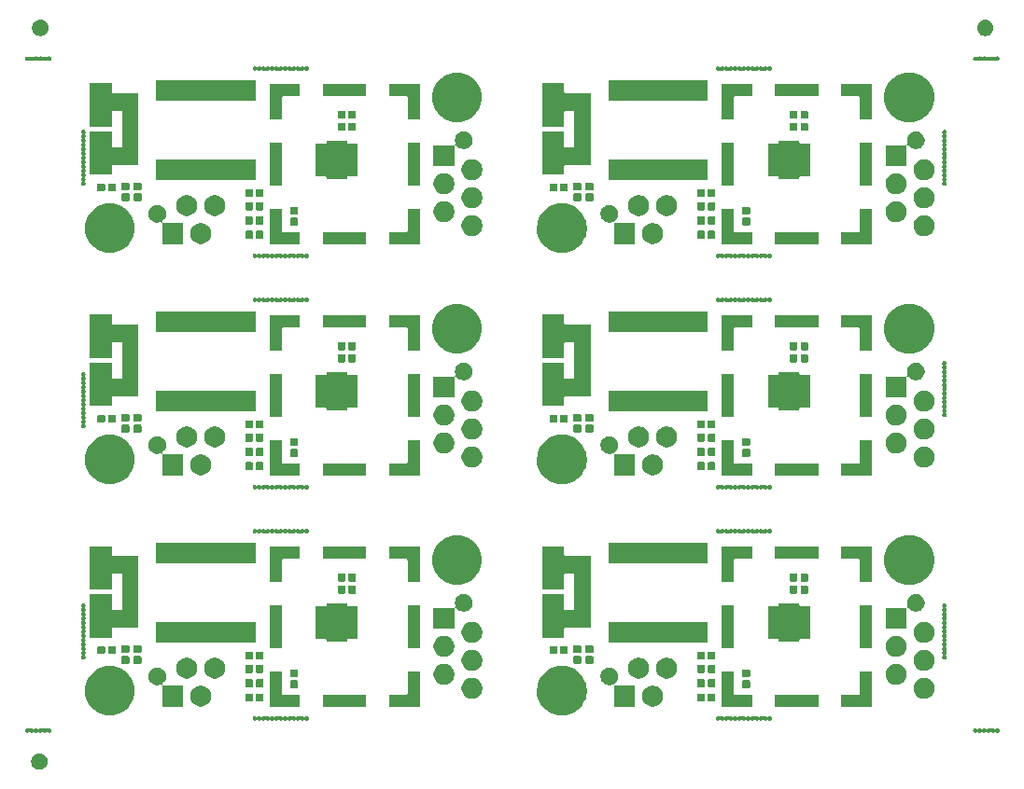
<source format=gbr>
G04 #@! TF.GenerationSoftware,KiCad,Pcbnew,5.0.2-bee76a0~70~ubuntu18.04.1*
G04 #@! TF.CreationDate,2020-02-26T15:26:05+01:00*
G04 #@! TF.ProjectId,output.rs485_usb_adapter_panel,6f757470-7574-42e7-9273-3438355f7573,rev?*
G04 #@! TF.SameCoordinates,Original*
G04 #@! TF.FileFunction,Soldermask,Top*
G04 #@! TF.FilePolarity,Negative*
%FSLAX46Y46*%
G04 Gerber Fmt 4.6, Leading zero omitted, Abs format (unit mm)*
G04 Created by KiCad (PCBNEW 5.0.2-bee76a0~70~ubuntu18.04.1) date Wed 26 Feb 2020 03:26:05 PM CET*
%MOMM*%
%LPD*%
G01*
G04 APERTURE LIST*
%ADD10C,0.100000*%
G04 APERTURE END LIST*
D10*
G36*
X100246318Y-108064411D02*
X100318767Y-108078822D01*
X100375303Y-108102240D01*
X100455257Y-108135358D01*
X100578100Y-108217439D01*
X100682561Y-108321900D01*
X100764642Y-108444743D01*
X100821178Y-108581234D01*
X100850000Y-108726130D01*
X100850000Y-108873870D01*
X100821178Y-109018766D01*
X100764642Y-109155257D01*
X100682561Y-109278100D01*
X100578100Y-109382561D01*
X100455257Y-109464642D01*
X100375303Y-109497760D01*
X100318767Y-109521178D01*
X100246318Y-109535589D01*
X100173870Y-109550000D01*
X100026130Y-109550000D01*
X99953682Y-109535589D01*
X99881233Y-109521178D01*
X99824697Y-109497760D01*
X99744743Y-109464642D01*
X99621900Y-109382561D01*
X99517439Y-109278100D01*
X99435358Y-109155257D01*
X99378822Y-109018766D01*
X99350000Y-108873870D01*
X99350000Y-108726130D01*
X99378822Y-108581234D01*
X99435358Y-108444743D01*
X99517439Y-108321900D01*
X99621900Y-108217439D01*
X99744743Y-108135358D01*
X99824697Y-108102240D01*
X99881233Y-108078822D01*
X99953682Y-108064411D01*
X100026130Y-108050000D01*
X100173870Y-108050000D01*
X100246318Y-108064411D01*
X100246318Y-108064411D01*
G37*
G36*
X99029505Y-105800931D02*
X99058630Y-105806724D01*
X99095209Y-105821876D01*
X99128130Y-105843873D01*
X99128131Y-105843874D01*
X99130554Y-105845493D01*
X99152165Y-105857044D01*
X99175614Y-105864157D01*
X99200000Y-105866559D01*
X99224387Y-105864157D01*
X99247836Y-105857044D01*
X99269446Y-105845493D01*
X99271869Y-105843874D01*
X99271870Y-105843873D01*
X99304791Y-105821876D01*
X99341370Y-105806724D01*
X99370495Y-105800931D01*
X99380202Y-105799000D01*
X99419798Y-105799000D01*
X99429505Y-105800931D01*
X99458630Y-105806724D01*
X99495209Y-105821876D01*
X99528130Y-105843873D01*
X99528131Y-105843874D01*
X99530554Y-105845493D01*
X99552165Y-105857044D01*
X99575614Y-105864157D01*
X99600000Y-105866559D01*
X99624387Y-105864157D01*
X99647836Y-105857044D01*
X99669446Y-105845493D01*
X99671869Y-105843874D01*
X99671870Y-105843873D01*
X99704791Y-105821876D01*
X99741370Y-105806724D01*
X99770495Y-105800931D01*
X99780202Y-105799000D01*
X99819798Y-105799000D01*
X99829505Y-105800931D01*
X99858630Y-105806724D01*
X99895209Y-105821876D01*
X99928130Y-105843873D01*
X99928131Y-105843874D01*
X99930554Y-105845493D01*
X99952165Y-105857044D01*
X99975614Y-105864157D01*
X100000000Y-105866559D01*
X100024387Y-105864157D01*
X100047836Y-105857044D01*
X100069446Y-105845493D01*
X100071869Y-105843874D01*
X100071870Y-105843873D01*
X100104791Y-105821876D01*
X100141370Y-105806724D01*
X100170495Y-105800931D01*
X100180202Y-105799000D01*
X100219798Y-105799000D01*
X100229505Y-105800931D01*
X100258630Y-105806724D01*
X100295209Y-105821876D01*
X100328130Y-105843873D01*
X100328131Y-105843874D01*
X100330554Y-105845493D01*
X100352165Y-105857044D01*
X100375614Y-105864157D01*
X100400000Y-105866559D01*
X100424387Y-105864157D01*
X100447836Y-105857044D01*
X100469446Y-105845493D01*
X100471869Y-105843874D01*
X100471870Y-105843873D01*
X100504791Y-105821876D01*
X100541370Y-105806724D01*
X100570495Y-105800931D01*
X100580202Y-105799000D01*
X100619798Y-105799000D01*
X100629505Y-105800931D01*
X100658630Y-105806724D01*
X100695209Y-105821876D01*
X100728130Y-105843873D01*
X100728131Y-105843874D01*
X100730554Y-105845493D01*
X100752165Y-105857044D01*
X100775614Y-105864157D01*
X100800000Y-105866559D01*
X100824387Y-105864157D01*
X100847836Y-105857044D01*
X100869446Y-105845493D01*
X100871869Y-105843874D01*
X100871870Y-105843873D01*
X100904791Y-105821876D01*
X100941370Y-105806724D01*
X100970495Y-105800931D01*
X100980202Y-105799000D01*
X101019798Y-105799000D01*
X101029505Y-105800931D01*
X101058630Y-105806724D01*
X101095209Y-105821876D01*
X101095211Y-105821877D01*
X101111782Y-105832950D01*
X101128130Y-105843873D01*
X101156127Y-105871870D01*
X101178124Y-105904791D01*
X101193276Y-105941370D01*
X101201000Y-105980203D01*
X101201000Y-106019797D01*
X101193276Y-106058630D01*
X101178124Y-106095209D01*
X101178123Y-106095211D01*
X101156126Y-106128131D01*
X101128131Y-106156126D01*
X101095211Y-106178123D01*
X101095210Y-106178124D01*
X101095209Y-106178124D01*
X101058630Y-106193276D01*
X101029505Y-106199069D01*
X101019798Y-106201000D01*
X100980202Y-106201000D01*
X100970495Y-106199069D01*
X100941370Y-106193276D01*
X100904791Y-106178124D01*
X100871870Y-106156127D01*
X100871869Y-106156126D01*
X100869446Y-106154507D01*
X100847835Y-106142956D01*
X100824386Y-106135843D01*
X100800000Y-106133441D01*
X100775613Y-106135843D01*
X100752164Y-106142956D01*
X100730554Y-106154507D01*
X100728131Y-106156126D01*
X100728130Y-106156127D01*
X100695209Y-106178124D01*
X100658630Y-106193276D01*
X100629505Y-106199069D01*
X100619798Y-106201000D01*
X100580202Y-106201000D01*
X100570495Y-106199069D01*
X100541370Y-106193276D01*
X100504791Y-106178124D01*
X100471870Y-106156127D01*
X100471869Y-106156126D01*
X100469446Y-106154507D01*
X100447835Y-106142956D01*
X100424386Y-106135843D01*
X100400000Y-106133441D01*
X100375613Y-106135843D01*
X100352164Y-106142956D01*
X100330554Y-106154507D01*
X100328131Y-106156126D01*
X100328130Y-106156127D01*
X100295209Y-106178124D01*
X100258630Y-106193276D01*
X100229505Y-106199069D01*
X100219798Y-106201000D01*
X100180202Y-106201000D01*
X100170495Y-106199069D01*
X100141370Y-106193276D01*
X100104791Y-106178124D01*
X100071870Y-106156127D01*
X100071869Y-106156126D01*
X100069446Y-106154507D01*
X100047835Y-106142956D01*
X100024386Y-106135843D01*
X100000000Y-106133441D01*
X99975613Y-106135843D01*
X99952164Y-106142956D01*
X99930554Y-106154507D01*
X99928131Y-106156126D01*
X99928130Y-106156127D01*
X99895209Y-106178124D01*
X99858630Y-106193276D01*
X99829505Y-106199069D01*
X99819798Y-106201000D01*
X99780202Y-106201000D01*
X99770495Y-106199069D01*
X99741370Y-106193276D01*
X99704791Y-106178124D01*
X99671870Y-106156127D01*
X99671869Y-106156126D01*
X99669446Y-106154507D01*
X99647835Y-106142956D01*
X99624386Y-106135843D01*
X99600000Y-106133441D01*
X99575613Y-106135843D01*
X99552164Y-106142956D01*
X99530554Y-106154507D01*
X99528131Y-106156126D01*
X99528130Y-106156127D01*
X99495209Y-106178124D01*
X99458630Y-106193276D01*
X99429505Y-106199069D01*
X99419798Y-106201000D01*
X99380202Y-106201000D01*
X99370495Y-106199069D01*
X99341370Y-106193276D01*
X99304791Y-106178124D01*
X99271870Y-106156127D01*
X99271869Y-106156126D01*
X99269446Y-106154507D01*
X99247835Y-106142956D01*
X99224386Y-106135843D01*
X99200000Y-106133441D01*
X99175613Y-106135843D01*
X99152164Y-106142956D01*
X99130554Y-106154507D01*
X99128131Y-106156126D01*
X99128130Y-106156127D01*
X99095209Y-106178124D01*
X99058630Y-106193276D01*
X99029505Y-106199069D01*
X99019798Y-106201000D01*
X98980202Y-106201000D01*
X98970495Y-106199069D01*
X98941370Y-106193276D01*
X98904791Y-106178124D01*
X98904790Y-106178124D01*
X98904789Y-106178123D01*
X98871869Y-106156126D01*
X98843874Y-106128131D01*
X98821877Y-106095211D01*
X98821876Y-106095209D01*
X98806724Y-106058630D01*
X98799000Y-106019797D01*
X98799000Y-105980203D01*
X98806724Y-105941370D01*
X98821876Y-105904791D01*
X98843873Y-105871870D01*
X98871870Y-105843873D01*
X98888218Y-105832950D01*
X98904789Y-105821877D01*
X98904791Y-105821876D01*
X98941370Y-105806724D01*
X98970495Y-105800931D01*
X98980202Y-105799000D01*
X99019798Y-105799000D01*
X99029505Y-105800931D01*
X99029505Y-105800931D01*
G37*
G36*
X185029505Y-105800931D02*
X185058630Y-105806724D01*
X185095209Y-105821876D01*
X185128130Y-105843873D01*
X185128131Y-105843874D01*
X185130554Y-105845493D01*
X185152165Y-105857044D01*
X185175614Y-105864157D01*
X185200000Y-105866559D01*
X185224387Y-105864157D01*
X185247836Y-105857044D01*
X185269446Y-105845493D01*
X185271869Y-105843874D01*
X185271870Y-105843873D01*
X185304791Y-105821876D01*
X185341370Y-105806724D01*
X185370495Y-105800931D01*
X185380202Y-105799000D01*
X185419798Y-105799000D01*
X185429505Y-105800931D01*
X185458630Y-105806724D01*
X185495209Y-105821876D01*
X185528130Y-105843873D01*
X185528131Y-105843874D01*
X185530554Y-105845493D01*
X185552165Y-105857044D01*
X185575614Y-105864157D01*
X185600000Y-105866559D01*
X185624387Y-105864157D01*
X185647836Y-105857044D01*
X185669446Y-105845493D01*
X185671869Y-105843874D01*
X185671870Y-105843873D01*
X185704791Y-105821876D01*
X185741370Y-105806724D01*
X185770495Y-105800931D01*
X185780202Y-105799000D01*
X185819798Y-105799000D01*
X185829505Y-105800931D01*
X185858630Y-105806724D01*
X185895209Y-105821876D01*
X185928130Y-105843873D01*
X185928131Y-105843874D01*
X185930554Y-105845493D01*
X185952165Y-105857044D01*
X185975614Y-105864157D01*
X186000000Y-105866559D01*
X186024387Y-105864157D01*
X186047836Y-105857044D01*
X186069446Y-105845493D01*
X186071869Y-105843874D01*
X186071870Y-105843873D01*
X186104791Y-105821876D01*
X186141370Y-105806724D01*
X186170495Y-105800931D01*
X186180202Y-105799000D01*
X186219798Y-105799000D01*
X186229505Y-105800931D01*
X186258630Y-105806724D01*
X186295209Y-105821876D01*
X186328130Y-105843873D01*
X186328131Y-105843874D01*
X186330554Y-105845493D01*
X186352165Y-105857044D01*
X186375614Y-105864157D01*
X186400000Y-105866559D01*
X186424387Y-105864157D01*
X186447836Y-105857044D01*
X186469446Y-105845493D01*
X186471869Y-105843874D01*
X186471870Y-105843873D01*
X186504791Y-105821876D01*
X186541370Y-105806724D01*
X186570495Y-105800931D01*
X186580202Y-105799000D01*
X186619798Y-105799000D01*
X186629505Y-105800931D01*
X186658630Y-105806724D01*
X186695209Y-105821876D01*
X186728130Y-105843873D01*
X186728131Y-105843874D01*
X186730554Y-105845493D01*
X186752165Y-105857044D01*
X186775614Y-105864157D01*
X186800000Y-105866559D01*
X186824387Y-105864157D01*
X186847836Y-105857044D01*
X186869446Y-105845493D01*
X186871869Y-105843874D01*
X186871870Y-105843873D01*
X186904791Y-105821876D01*
X186941370Y-105806724D01*
X186970495Y-105800931D01*
X186980202Y-105799000D01*
X187019798Y-105799000D01*
X187029505Y-105800931D01*
X187058630Y-105806724D01*
X187095209Y-105821876D01*
X187095211Y-105821877D01*
X187111782Y-105832950D01*
X187128130Y-105843873D01*
X187156127Y-105871870D01*
X187178124Y-105904791D01*
X187193276Y-105941370D01*
X187201000Y-105980203D01*
X187201000Y-106019797D01*
X187193276Y-106058630D01*
X187178124Y-106095209D01*
X187178123Y-106095211D01*
X187156126Y-106128131D01*
X187128131Y-106156126D01*
X187095211Y-106178123D01*
X187095210Y-106178124D01*
X187095209Y-106178124D01*
X187058630Y-106193276D01*
X187029505Y-106199069D01*
X187019798Y-106201000D01*
X186980202Y-106201000D01*
X186970495Y-106199069D01*
X186941370Y-106193276D01*
X186904791Y-106178124D01*
X186871870Y-106156127D01*
X186871869Y-106156126D01*
X186869446Y-106154507D01*
X186847835Y-106142956D01*
X186824386Y-106135843D01*
X186800000Y-106133441D01*
X186775613Y-106135843D01*
X186752164Y-106142956D01*
X186730554Y-106154507D01*
X186728131Y-106156126D01*
X186728130Y-106156127D01*
X186695209Y-106178124D01*
X186658630Y-106193276D01*
X186629505Y-106199069D01*
X186619798Y-106201000D01*
X186580202Y-106201000D01*
X186570495Y-106199069D01*
X186541370Y-106193276D01*
X186504791Y-106178124D01*
X186471870Y-106156127D01*
X186471869Y-106156126D01*
X186469446Y-106154507D01*
X186447835Y-106142956D01*
X186424386Y-106135843D01*
X186400000Y-106133441D01*
X186375613Y-106135843D01*
X186352164Y-106142956D01*
X186330554Y-106154507D01*
X186328131Y-106156126D01*
X186328130Y-106156127D01*
X186295209Y-106178124D01*
X186258630Y-106193276D01*
X186229505Y-106199069D01*
X186219798Y-106201000D01*
X186180202Y-106201000D01*
X186170495Y-106199069D01*
X186141370Y-106193276D01*
X186104791Y-106178124D01*
X186071870Y-106156127D01*
X186071869Y-106156126D01*
X186069446Y-106154507D01*
X186047835Y-106142956D01*
X186024386Y-106135843D01*
X186000000Y-106133441D01*
X185975613Y-106135843D01*
X185952164Y-106142956D01*
X185930554Y-106154507D01*
X185928131Y-106156126D01*
X185928130Y-106156127D01*
X185895209Y-106178124D01*
X185858630Y-106193276D01*
X185829505Y-106199069D01*
X185819798Y-106201000D01*
X185780202Y-106201000D01*
X185770495Y-106199069D01*
X185741370Y-106193276D01*
X185704791Y-106178124D01*
X185671870Y-106156127D01*
X185671869Y-106156126D01*
X185669446Y-106154507D01*
X185647835Y-106142956D01*
X185624386Y-106135843D01*
X185600000Y-106133441D01*
X185575613Y-106135843D01*
X185552164Y-106142956D01*
X185530554Y-106154507D01*
X185528131Y-106156126D01*
X185528130Y-106156127D01*
X185495209Y-106178124D01*
X185458630Y-106193276D01*
X185429505Y-106199069D01*
X185419798Y-106201000D01*
X185380202Y-106201000D01*
X185370495Y-106199069D01*
X185341370Y-106193276D01*
X185304791Y-106178124D01*
X185271870Y-106156127D01*
X185271869Y-106156126D01*
X185269446Y-106154507D01*
X185247835Y-106142956D01*
X185224386Y-106135843D01*
X185200000Y-106133441D01*
X185175613Y-106135843D01*
X185152164Y-106142956D01*
X185130554Y-106154507D01*
X185128131Y-106156126D01*
X185128130Y-106156127D01*
X185095209Y-106178124D01*
X185058630Y-106193276D01*
X185029505Y-106199069D01*
X185019798Y-106201000D01*
X184980202Y-106201000D01*
X184970495Y-106199069D01*
X184941370Y-106193276D01*
X184904791Y-106178124D01*
X184904790Y-106178124D01*
X184904789Y-106178123D01*
X184871869Y-106156126D01*
X184843874Y-106128131D01*
X184821877Y-106095211D01*
X184821876Y-106095209D01*
X184806724Y-106058630D01*
X184799000Y-106019797D01*
X184799000Y-105980203D01*
X184806724Y-105941370D01*
X184821876Y-105904791D01*
X184843873Y-105871870D01*
X184871870Y-105843873D01*
X184888218Y-105832950D01*
X184904789Y-105821877D01*
X184904791Y-105821876D01*
X184941370Y-105806724D01*
X184970495Y-105800931D01*
X184980202Y-105799000D01*
X185019798Y-105799000D01*
X185029505Y-105800931D01*
X185029505Y-105800931D01*
G37*
G36*
X161679507Y-104700931D02*
X161708632Y-104706724D01*
X161745211Y-104721876D01*
X161776394Y-104742712D01*
X161797999Y-104754260D01*
X161821449Y-104761373D01*
X161845835Y-104763775D01*
X161870221Y-104761373D01*
X161893670Y-104754260D01*
X161915276Y-104742712D01*
X161946459Y-104721876D01*
X161983038Y-104706724D01*
X162012163Y-104700931D01*
X162021870Y-104699000D01*
X162061466Y-104699000D01*
X162071173Y-104700931D01*
X162100298Y-104706724D01*
X162136877Y-104721876D01*
X162168060Y-104742712D01*
X162189665Y-104754260D01*
X162213115Y-104761373D01*
X162237501Y-104763775D01*
X162261887Y-104761373D01*
X162285336Y-104754260D01*
X162306942Y-104742712D01*
X162338125Y-104721876D01*
X162374704Y-104706724D01*
X162403829Y-104700931D01*
X162413536Y-104699000D01*
X162453132Y-104699000D01*
X162462839Y-104700931D01*
X162491964Y-104706724D01*
X162528543Y-104721876D01*
X162559726Y-104742712D01*
X162581331Y-104754260D01*
X162604781Y-104761373D01*
X162629167Y-104763775D01*
X162653553Y-104761373D01*
X162677002Y-104754260D01*
X162698608Y-104742712D01*
X162729791Y-104721876D01*
X162766370Y-104706724D01*
X162795495Y-104700931D01*
X162805202Y-104699000D01*
X162844798Y-104699000D01*
X162854505Y-104700931D01*
X162883630Y-104706724D01*
X162920209Y-104721876D01*
X162951392Y-104742712D01*
X162972997Y-104754260D01*
X162996447Y-104761373D01*
X163020833Y-104763775D01*
X163045219Y-104761373D01*
X163068668Y-104754260D01*
X163090274Y-104742712D01*
X163121457Y-104721876D01*
X163158036Y-104706724D01*
X163187161Y-104700931D01*
X163196868Y-104699000D01*
X163236464Y-104699000D01*
X163246171Y-104700931D01*
X163275296Y-104706724D01*
X163311875Y-104721876D01*
X163343058Y-104742712D01*
X163364663Y-104754260D01*
X163388113Y-104761373D01*
X163412499Y-104763775D01*
X163436885Y-104761373D01*
X163460334Y-104754260D01*
X163481940Y-104742712D01*
X163513123Y-104721876D01*
X163549702Y-104706724D01*
X163578827Y-104700931D01*
X163588534Y-104699000D01*
X163628130Y-104699000D01*
X163637837Y-104700931D01*
X163666962Y-104706724D01*
X163703541Y-104721876D01*
X163734724Y-104742712D01*
X163756329Y-104754260D01*
X163779779Y-104761373D01*
X163804165Y-104763775D01*
X163828551Y-104761373D01*
X163852000Y-104754260D01*
X163873606Y-104742712D01*
X163904789Y-104721876D01*
X163941368Y-104706724D01*
X163970493Y-104700931D01*
X163980200Y-104699000D01*
X164019796Y-104699000D01*
X164029503Y-104700931D01*
X164058628Y-104706724D01*
X164095207Y-104721876D01*
X164126390Y-104742712D01*
X164147995Y-104754260D01*
X164171445Y-104761373D01*
X164195831Y-104763775D01*
X164220217Y-104761373D01*
X164243666Y-104754260D01*
X164265272Y-104742712D01*
X164296455Y-104721876D01*
X164333034Y-104706724D01*
X164362159Y-104700931D01*
X164371866Y-104699000D01*
X164411462Y-104699000D01*
X164421169Y-104700931D01*
X164450294Y-104706724D01*
X164486873Y-104721876D01*
X164518056Y-104742712D01*
X164539661Y-104754260D01*
X164563111Y-104761373D01*
X164587497Y-104763775D01*
X164611883Y-104761373D01*
X164635332Y-104754260D01*
X164656938Y-104742712D01*
X164688121Y-104721876D01*
X164724700Y-104706724D01*
X164753825Y-104700931D01*
X164763532Y-104699000D01*
X164803128Y-104699000D01*
X164812835Y-104700931D01*
X164841960Y-104706724D01*
X164878539Y-104721876D01*
X164909722Y-104742712D01*
X164931327Y-104754260D01*
X164954777Y-104761373D01*
X164979163Y-104763775D01*
X165003549Y-104761373D01*
X165026998Y-104754260D01*
X165048604Y-104742712D01*
X165079787Y-104721876D01*
X165116366Y-104706724D01*
X165145491Y-104700931D01*
X165155198Y-104699000D01*
X165194794Y-104699000D01*
X165204501Y-104700931D01*
X165233626Y-104706724D01*
X165270205Y-104721876D01*
X165301388Y-104742712D01*
X165322993Y-104754260D01*
X165346443Y-104761373D01*
X165370829Y-104763775D01*
X165395215Y-104761373D01*
X165418664Y-104754260D01*
X165440270Y-104742712D01*
X165471453Y-104721876D01*
X165508032Y-104706724D01*
X165537157Y-104700931D01*
X165546864Y-104699000D01*
X165586460Y-104699000D01*
X165596167Y-104700931D01*
X165625292Y-104706724D01*
X165661871Y-104721876D01*
X165693054Y-104742712D01*
X165714659Y-104754260D01*
X165738109Y-104761373D01*
X165762495Y-104763775D01*
X165786881Y-104761373D01*
X165810330Y-104754260D01*
X165831936Y-104742712D01*
X165863119Y-104721876D01*
X165899698Y-104706724D01*
X165928823Y-104700931D01*
X165938530Y-104699000D01*
X165978126Y-104699000D01*
X165987833Y-104700931D01*
X166016958Y-104706724D01*
X166053537Y-104721876D01*
X166084720Y-104742712D01*
X166106325Y-104754260D01*
X166129775Y-104761373D01*
X166154161Y-104763775D01*
X166178547Y-104761373D01*
X166201996Y-104754260D01*
X166223602Y-104742712D01*
X166254785Y-104721876D01*
X166291364Y-104706724D01*
X166320489Y-104700931D01*
X166330196Y-104699000D01*
X166369792Y-104699000D01*
X166379499Y-104700931D01*
X166408624Y-104706724D01*
X166445203Y-104721876D01*
X166445205Y-104721877D01*
X166445206Y-104721878D01*
X166478124Y-104743873D01*
X166506121Y-104771870D01*
X166528118Y-104804791D01*
X166543270Y-104841370D01*
X166550994Y-104880203D01*
X166550994Y-104919797D01*
X166543270Y-104958630D01*
X166528118Y-104995209D01*
X166506121Y-105028130D01*
X166478124Y-105056127D01*
X166461776Y-105067050D01*
X166445205Y-105078123D01*
X166445204Y-105078124D01*
X166445203Y-105078124D01*
X166408624Y-105093276D01*
X166379499Y-105099069D01*
X166369792Y-105101000D01*
X166330196Y-105101000D01*
X166320489Y-105099069D01*
X166291364Y-105093276D01*
X166254785Y-105078124D01*
X166223602Y-105057288D01*
X166201997Y-105045740D01*
X166178547Y-105038627D01*
X166154161Y-105036225D01*
X166129775Y-105038627D01*
X166106326Y-105045740D01*
X166084720Y-105057288D01*
X166053537Y-105078124D01*
X166016958Y-105093276D01*
X165987833Y-105099069D01*
X165978126Y-105101000D01*
X165938530Y-105101000D01*
X165928823Y-105099069D01*
X165899698Y-105093276D01*
X165863119Y-105078124D01*
X165831936Y-105057288D01*
X165810331Y-105045740D01*
X165786881Y-105038627D01*
X165762495Y-105036225D01*
X165738109Y-105038627D01*
X165714660Y-105045740D01*
X165693054Y-105057288D01*
X165661871Y-105078124D01*
X165625292Y-105093276D01*
X165596167Y-105099069D01*
X165586460Y-105101000D01*
X165546864Y-105101000D01*
X165537157Y-105099069D01*
X165508032Y-105093276D01*
X165471453Y-105078124D01*
X165440270Y-105057288D01*
X165418665Y-105045740D01*
X165395215Y-105038627D01*
X165370829Y-105036225D01*
X165346443Y-105038627D01*
X165322994Y-105045740D01*
X165301388Y-105057288D01*
X165270205Y-105078124D01*
X165233626Y-105093276D01*
X165204501Y-105099069D01*
X165194794Y-105101000D01*
X165155198Y-105101000D01*
X165145491Y-105099069D01*
X165116366Y-105093276D01*
X165079787Y-105078124D01*
X165048604Y-105057288D01*
X165026999Y-105045740D01*
X165003549Y-105038627D01*
X164979163Y-105036225D01*
X164954777Y-105038627D01*
X164931328Y-105045740D01*
X164909722Y-105057288D01*
X164878539Y-105078124D01*
X164841960Y-105093276D01*
X164812835Y-105099069D01*
X164803128Y-105101000D01*
X164763532Y-105101000D01*
X164753825Y-105099069D01*
X164724700Y-105093276D01*
X164688121Y-105078124D01*
X164656938Y-105057288D01*
X164635333Y-105045740D01*
X164611883Y-105038627D01*
X164587497Y-105036225D01*
X164563111Y-105038627D01*
X164539662Y-105045740D01*
X164518056Y-105057288D01*
X164486873Y-105078124D01*
X164450294Y-105093276D01*
X164421169Y-105099069D01*
X164411462Y-105101000D01*
X164371866Y-105101000D01*
X164362159Y-105099069D01*
X164333034Y-105093276D01*
X164296455Y-105078124D01*
X164265272Y-105057288D01*
X164243667Y-105045740D01*
X164220217Y-105038627D01*
X164195831Y-105036225D01*
X164171445Y-105038627D01*
X164147996Y-105045740D01*
X164126390Y-105057288D01*
X164095207Y-105078124D01*
X164058628Y-105093276D01*
X164029503Y-105099069D01*
X164019796Y-105101000D01*
X163980200Y-105101000D01*
X163970493Y-105099069D01*
X163941368Y-105093276D01*
X163904789Y-105078124D01*
X163873606Y-105057288D01*
X163852001Y-105045740D01*
X163828551Y-105038627D01*
X163804165Y-105036225D01*
X163779779Y-105038627D01*
X163756330Y-105045740D01*
X163734724Y-105057288D01*
X163703541Y-105078124D01*
X163666962Y-105093276D01*
X163637837Y-105099069D01*
X163628130Y-105101000D01*
X163588534Y-105101000D01*
X163578827Y-105099069D01*
X163549702Y-105093276D01*
X163513123Y-105078124D01*
X163481940Y-105057288D01*
X163460335Y-105045740D01*
X163436885Y-105038627D01*
X163412499Y-105036225D01*
X163388113Y-105038627D01*
X163364664Y-105045740D01*
X163343058Y-105057288D01*
X163311875Y-105078124D01*
X163275296Y-105093276D01*
X163246171Y-105099069D01*
X163236464Y-105101000D01*
X163196868Y-105101000D01*
X163187161Y-105099069D01*
X163158036Y-105093276D01*
X163121457Y-105078124D01*
X163090274Y-105057288D01*
X163068669Y-105045740D01*
X163045219Y-105038627D01*
X163020833Y-105036225D01*
X162996447Y-105038627D01*
X162972998Y-105045740D01*
X162951392Y-105057288D01*
X162920209Y-105078124D01*
X162883630Y-105093276D01*
X162854505Y-105099069D01*
X162844798Y-105101000D01*
X162805202Y-105101000D01*
X162795495Y-105099069D01*
X162766370Y-105093276D01*
X162729791Y-105078124D01*
X162698608Y-105057288D01*
X162677003Y-105045740D01*
X162653553Y-105038627D01*
X162629167Y-105036225D01*
X162604781Y-105038627D01*
X162581332Y-105045740D01*
X162559726Y-105057288D01*
X162528543Y-105078124D01*
X162491964Y-105093276D01*
X162462839Y-105099069D01*
X162453132Y-105101000D01*
X162413536Y-105101000D01*
X162403829Y-105099069D01*
X162374704Y-105093276D01*
X162338125Y-105078124D01*
X162306942Y-105057288D01*
X162285337Y-105045740D01*
X162261887Y-105038627D01*
X162237501Y-105036225D01*
X162213115Y-105038627D01*
X162189666Y-105045740D01*
X162168060Y-105057288D01*
X162136877Y-105078124D01*
X162100298Y-105093276D01*
X162071173Y-105099069D01*
X162061466Y-105101000D01*
X162021870Y-105101000D01*
X162012163Y-105099069D01*
X161983038Y-105093276D01*
X161946459Y-105078124D01*
X161915276Y-105057288D01*
X161893671Y-105045740D01*
X161870221Y-105038627D01*
X161845835Y-105036225D01*
X161821449Y-105038627D01*
X161798000Y-105045740D01*
X161776394Y-105057288D01*
X161745211Y-105078124D01*
X161708632Y-105093276D01*
X161679507Y-105099069D01*
X161669800Y-105101000D01*
X161630204Y-105101000D01*
X161620497Y-105099069D01*
X161591372Y-105093276D01*
X161554793Y-105078124D01*
X161554792Y-105078124D01*
X161554791Y-105078123D01*
X161538220Y-105067050D01*
X161521872Y-105056127D01*
X161493875Y-105028130D01*
X161471878Y-104995209D01*
X161456726Y-104958630D01*
X161449002Y-104919797D01*
X161449002Y-104880203D01*
X161456726Y-104841370D01*
X161471878Y-104804791D01*
X161493875Y-104771870D01*
X161521872Y-104743873D01*
X161554790Y-104721878D01*
X161554791Y-104721877D01*
X161554793Y-104721876D01*
X161591372Y-104706724D01*
X161620497Y-104700931D01*
X161630204Y-104699000D01*
X161669800Y-104699000D01*
X161679507Y-104700931D01*
X161679507Y-104700931D01*
G37*
G36*
X119679502Y-104700931D02*
X119708627Y-104706724D01*
X119745206Y-104721876D01*
X119745207Y-104721877D01*
X119745210Y-104721878D01*
X119776386Y-104742709D01*
X119797997Y-104754260D01*
X119821446Y-104761373D01*
X119845832Y-104763775D01*
X119870219Y-104761373D01*
X119893668Y-104754259D01*
X119915272Y-104742712D01*
X119946455Y-104721876D01*
X119983034Y-104706724D01*
X120012159Y-104700931D01*
X120021866Y-104699000D01*
X120061462Y-104699000D01*
X120071169Y-104700931D01*
X120100294Y-104706724D01*
X120136873Y-104721876D01*
X120136874Y-104721877D01*
X120136877Y-104721878D01*
X120168053Y-104742709D01*
X120189664Y-104754260D01*
X120213113Y-104761373D01*
X120237499Y-104763775D01*
X120261886Y-104761373D01*
X120285335Y-104754259D01*
X120306939Y-104742712D01*
X120338122Y-104721876D01*
X120374701Y-104706724D01*
X120403826Y-104700931D01*
X120413533Y-104699000D01*
X120453129Y-104699000D01*
X120462836Y-104700931D01*
X120491961Y-104706724D01*
X120528540Y-104721876D01*
X120528541Y-104721877D01*
X120528544Y-104721878D01*
X120559720Y-104742709D01*
X120581331Y-104754260D01*
X120604780Y-104761373D01*
X120629166Y-104763775D01*
X120653553Y-104761373D01*
X120677002Y-104754259D01*
X120698606Y-104742712D01*
X120729789Y-104721876D01*
X120766368Y-104706724D01*
X120795493Y-104700931D01*
X120805200Y-104699000D01*
X120844796Y-104699000D01*
X120854503Y-104700931D01*
X120883628Y-104706724D01*
X120920207Y-104721876D01*
X120920208Y-104721877D01*
X120920211Y-104721878D01*
X120951387Y-104742709D01*
X120972998Y-104754260D01*
X120996447Y-104761373D01*
X121020833Y-104763775D01*
X121045220Y-104761373D01*
X121068669Y-104754259D01*
X121090273Y-104742712D01*
X121121456Y-104721876D01*
X121158035Y-104706724D01*
X121187160Y-104700931D01*
X121196867Y-104699000D01*
X121236463Y-104699000D01*
X121246170Y-104700931D01*
X121275295Y-104706724D01*
X121311874Y-104721876D01*
X121311875Y-104721877D01*
X121311878Y-104721878D01*
X121343054Y-104742709D01*
X121364665Y-104754260D01*
X121388114Y-104761373D01*
X121412500Y-104763775D01*
X121436887Y-104761373D01*
X121460336Y-104754259D01*
X121481940Y-104742712D01*
X121513123Y-104721876D01*
X121549702Y-104706724D01*
X121578827Y-104700931D01*
X121588534Y-104699000D01*
X121628130Y-104699000D01*
X121637837Y-104700931D01*
X121666962Y-104706724D01*
X121703541Y-104721876D01*
X121703542Y-104721877D01*
X121703545Y-104721878D01*
X121734721Y-104742709D01*
X121756332Y-104754260D01*
X121779781Y-104761373D01*
X121804167Y-104763775D01*
X121828554Y-104761373D01*
X121852003Y-104754259D01*
X121873607Y-104742712D01*
X121904790Y-104721876D01*
X121941369Y-104706724D01*
X121970494Y-104700931D01*
X121980201Y-104699000D01*
X122019797Y-104699000D01*
X122029504Y-104700931D01*
X122058629Y-104706724D01*
X122095208Y-104721876D01*
X122095209Y-104721877D01*
X122095212Y-104721878D01*
X122126388Y-104742709D01*
X122147999Y-104754260D01*
X122171448Y-104761373D01*
X122195834Y-104763775D01*
X122220221Y-104761373D01*
X122243670Y-104754259D01*
X122265274Y-104742712D01*
X122296457Y-104721876D01*
X122333036Y-104706724D01*
X122362161Y-104700931D01*
X122371868Y-104699000D01*
X122411464Y-104699000D01*
X122421171Y-104700931D01*
X122450296Y-104706724D01*
X122486875Y-104721876D01*
X122486876Y-104721877D01*
X122486879Y-104721878D01*
X122518055Y-104742709D01*
X122539666Y-104754260D01*
X122563115Y-104761373D01*
X122587501Y-104763775D01*
X122611888Y-104761373D01*
X122635337Y-104754259D01*
X122656941Y-104742712D01*
X122688124Y-104721876D01*
X122724703Y-104706724D01*
X122753828Y-104700931D01*
X122763535Y-104699000D01*
X122803131Y-104699000D01*
X122812838Y-104700931D01*
X122841963Y-104706724D01*
X122878542Y-104721876D01*
X122878543Y-104721877D01*
X122878546Y-104721878D01*
X122909722Y-104742709D01*
X122931333Y-104754260D01*
X122954782Y-104761373D01*
X122979168Y-104763775D01*
X123003555Y-104761373D01*
X123027004Y-104754259D01*
X123048608Y-104742712D01*
X123079791Y-104721876D01*
X123116370Y-104706724D01*
X123145495Y-104700931D01*
X123155202Y-104699000D01*
X123194798Y-104699000D01*
X123204505Y-104700931D01*
X123233630Y-104706724D01*
X123270209Y-104721876D01*
X123270210Y-104721877D01*
X123270213Y-104721878D01*
X123301389Y-104742709D01*
X123323000Y-104754260D01*
X123346449Y-104761373D01*
X123370835Y-104763775D01*
X123395222Y-104761373D01*
X123418671Y-104754259D01*
X123440275Y-104742712D01*
X123471458Y-104721876D01*
X123508037Y-104706724D01*
X123537162Y-104700931D01*
X123546869Y-104699000D01*
X123586465Y-104699000D01*
X123596172Y-104700931D01*
X123625297Y-104706724D01*
X123661876Y-104721876D01*
X123661877Y-104721877D01*
X123661880Y-104721878D01*
X123693056Y-104742709D01*
X123714667Y-104754260D01*
X123738116Y-104761373D01*
X123762502Y-104763775D01*
X123786889Y-104761373D01*
X123810338Y-104754259D01*
X123831942Y-104742712D01*
X123863125Y-104721876D01*
X123899704Y-104706724D01*
X123928829Y-104700931D01*
X123938536Y-104699000D01*
X123978132Y-104699000D01*
X123987839Y-104700931D01*
X124016964Y-104706724D01*
X124053543Y-104721876D01*
X124053544Y-104721877D01*
X124053547Y-104721878D01*
X124084723Y-104742709D01*
X124106334Y-104754260D01*
X124129783Y-104761373D01*
X124154169Y-104763775D01*
X124178556Y-104761373D01*
X124202005Y-104754259D01*
X124223609Y-104742712D01*
X124254792Y-104721876D01*
X124291371Y-104706724D01*
X124320496Y-104700931D01*
X124330203Y-104699000D01*
X124369799Y-104699000D01*
X124379506Y-104700931D01*
X124408631Y-104706724D01*
X124445210Y-104721876D01*
X124445212Y-104721877D01*
X124445213Y-104721878D01*
X124478131Y-104743873D01*
X124506128Y-104771870D01*
X124528125Y-104804791D01*
X124543277Y-104841370D01*
X124551001Y-104880203D01*
X124551001Y-104919797D01*
X124543277Y-104958630D01*
X124528125Y-104995209D01*
X124506128Y-105028130D01*
X124478131Y-105056127D01*
X124461783Y-105067050D01*
X124445212Y-105078123D01*
X124445211Y-105078124D01*
X124445210Y-105078124D01*
X124408631Y-105093276D01*
X124379506Y-105099069D01*
X124369799Y-105101000D01*
X124330203Y-105101000D01*
X124320496Y-105099069D01*
X124291371Y-105093276D01*
X124254792Y-105078124D01*
X124223609Y-105057288D01*
X124202004Y-105045740D01*
X124178554Y-105038627D01*
X124154168Y-105036225D01*
X124129782Y-105038627D01*
X124106333Y-105045740D01*
X124084723Y-105057291D01*
X124053547Y-105078122D01*
X124053544Y-105078123D01*
X124053543Y-105078124D01*
X124016964Y-105093276D01*
X123987839Y-105099069D01*
X123978132Y-105101000D01*
X123938536Y-105101000D01*
X123928829Y-105099069D01*
X123899704Y-105093276D01*
X123863125Y-105078124D01*
X123831942Y-105057288D01*
X123810337Y-105045740D01*
X123786887Y-105038627D01*
X123762501Y-105036225D01*
X123738115Y-105038627D01*
X123714666Y-105045740D01*
X123693056Y-105057291D01*
X123661880Y-105078122D01*
X123661877Y-105078123D01*
X123661876Y-105078124D01*
X123625297Y-105093276D01*
X123596172Y-105099069D01*
X123586465Y-105101000D01*
X123546869Y-105101000D01*
X123537162Y-105099069D01*
X123508037Y-105093276D01*
X123471458Y-105078124D01*
X123440275Y-105057288D01*
X123418670Y-105045740D01*
X123395220Y-105038627D01*
X123370834Y-105036225D01*
X123346448Y-105038627D01*
X123322999Y-105045740D01*
X123301389Y-105057291D01*
X123270213Y-105078122D01*
X123270210Y-105078123D01*
X123270209Y-105078124D01*
X123233630Y-105093276D01*
X123204505Y-105099069D01*
X123194798Y-105101000D01*
X123155202Y-105101000D01*
X123145495Y-105099069D01*
X123116370Y-105093276D01*
X123079791Y-105078124D01*
X123048608Y-105057288D01*
X123027003Y-105045740D01*
X123003553Y-105038627D01*
X122979167Y-105036225D01*
X122954781Y-105038627D01*
X122931332Y-105045740D01*
X122909722Y-105057291D01*
X122878546Y-105078122D01*
X122878543Y-105078123D01*
X122878542Y-105078124D01*
X122841963Y-105093276D01*
X122812838Y-105099069D01*
X122803131Y-105101000D01*
X122763535Y-105101000D01*
X122753828Y-105099069D01*
X122724703Y-105093276D01*
X122688124Y-105078124D01*
X122656941Y-105057288D01*
X122635336Y-105045740D01*
X122611886Y-105038627D01*
X122587500Y-105036225D01*
X122563114Y-105038627D01*
X122539665Y-105045740D01*
X122518055Y-105057291D01*
X122486879Y-105078122D01*
X122486876Y-105078123D01*
X122486875Y-105078124D01*
X122450296Y-105093276D01*
X122421171Y-105099069D01*
X122411464Y-105101000D01*
X122371868Y-105101000D01*
X122362161Y-105099069D01*
X122333036Y-105093276D01*
X122296457Y-105078124D01*
X122265274Y-105057288D01*
X122243669Y-105045740D01*
X122220219Y-105038627D01*
X122195833Y-105036225D01*
X122171447Y-105038627D01*
X122147998Y-105045740D01*
X122126388Y-105057291D01*
X122095212Y-105078122D01*
X122095209Y-105078123D01*
X122095208Y-105078124D01*
X122058629Y-105093276D01*
X122029504Y-105099069D01*
X122019797Y-105101000D01*
X121980201Y-105101000D01*
X121970494Y-105099069D01*
X121941369Y-105093276D01*
X121904790Y-105078124D01*
X121873607Y-105057288D01*
X121852002Y-105045740D01*
X121828552Y-105038627D01*
X121804166Y-105036225D01*
X121779780Y-105038627D01*
X121756331Y-105045740D01*
X121734721Y-105057291D01*
X121703545Y-105078122D01*
X121703542Y-105078123D01*
X121703541Y-105078124D01*
X121666962Y-105093276D01*
X121637837Y-105099069D01*
X121628130Y-105101000D01*
X121588534Y-105101000D01*
X121578827Y-105099069D01*
X121549702Y-105093276D01*
X121513123Y-105078124D01*
X121481940Y-105057288D01*
X121460335Y-105045740D01*
X121436885Y-105038627D01*
X121412499Y-105036225D01*
X121388113Y-105038627D01*
X121364664Y-105045740D01*
X121343054Y-105057291D01*
X121311878Y-105078122D01*
X121311875Y-105078123D01*
X121311874Y-105078124D01*
X121275295Y-105093276D01*
X121246170Y-105099069D01*
X121236463Y-105101000D01*
X121196867Y-105101000D01*
X121187160Y-105099069D01*
X121158035Y-105093276D01*
X121121456Y-105078124D01*
X121090273Y-105057288D01*
X121068668Y-105045740D01*
X121045218Y-105038627D01*
X121020832Y-105036225D01*
X120996446Y-105038627D01*
X120972997Y-105045740D01*
X120951387Y-105057291D01*
X120920211Y-105078122D01*
X120920208Y-105078123D01*
X120920207Y-105078124D01*
X120883628Y-105093276D01*
X120854503Y-105099069D01*
X120844796Y-105101000D01*
X120805200Y-105101000D01*
X120795493Y-105099069D01*
X120766368Y-105093276D01*
X120729789Y-105078124D01*
X120698606Y-105057288D01*
X120677001Y-105045740D01*
X120653551Y-105038627D01*
X120629165Y-105036225D01*
X120604779Y-105038627D01*
X120581330Y-105045740D01*
X120559720Y-105057291D01*
X120528544Y-105078122D01*
X120528541Y-105078123D01*
X120528540Y-105078124D01*
X120491961Y-105093276D01*
X120462836Y-105099069D01*
X120453129Y-105101000D01*
X120413533Y-105101000D01*
X120403826Y-105099069D01*
X120374701Y-105093276D01*
X120338122Y-105078124D01*
X120306939Y-105057288D01*
X120285334Y-105045740D01*
X120261884Y-105038627D01*
X120237498Y-105036225D01*
X120213112Y-105038627D01*
X120189663Y-105045740D01*
X120168053Y-105057291D01*
X120136877Y-105078122D01*
X120136874Y-105078123D01*
X120136873Y-105078124D01*
X120100294Y-105093276D01*
X120071169Y-105099069D01*
X120061462Y-105101000D01*
X120021866Y-105101000D01*
X120012159Y-105099069D01*
X119983034Y-105093276D01*
X119946455Y-105078124D01*
X119915272Y-105057288D01*
X119893667Y-105045740D01*
X119870217Y-105038627D01*
X119845831Y-105036225D01*
X119821445Y-105038627D01*
X119797996Y-105045740D01*
X119776386Y-105057291D01*
X119745210Y-105078122D01*
X119745207Y-105078123D01*
X119745206Y-105078124D01*
X119708627Y-105093276D01*
X119679502Y-105099069D01*
X119669795Y-105101000D01*
X119630199Y-105101000D01*
X119620492Y-105099069D01*
X119591367Y-105093276D01*
X119554788Y-105078124D01*
X119554787Y-105078124D01*
X119554786Y-105078123D01*
X119538215Y-105067050D01*
X119521867Y-105056127D01*
X119493870Y-105028130D01*
X119471873Y-104995209D01*
X119456721Y-104958630D01*
X119448997Y-104919797D01*
X119448997Y-104880203D01*
X119456721Y-104841370D01*
X119471873Y-104804791D01*
X119493870Y-104771870D01*
X119521867Y-104743873D01*
X119554785Y-104721878D01*
X119554786Y-104721877D01*
X119554788Y-104721876D01*
X119591367Y-104706724D01*
X119620492Y-104700931D01*
X119630199Y-104699000D01*
X119669795Y-104699000D01*
X119679502Y-104700931D01*
X119679502Y-104700931D01*
G37*
G36*
X106808445Y-100166254D02*
X107156593Y-100235504D01*
X107566249Y-100405189D01*
X107934929Y-100651534D01*
X108248466Y-100965071D01*
X108494811Y-101333751D01*
X108664496Y-101743407D01*
X108729117Y-102068284D01*
X108751000Y-102178294D01*
X108751000Y-102621706D01*
X108743026Y-102661792D01*
X108664496Y-103056593D01*
X108494811Y-103466249D01*
X108248466Y-103834929D01*
X107934929Y-104148466D01*
X107566249Y-104394811D01*
X107156593Y-104564496D01*
X106808445Y-104633746D01*
X106721706Y-104651000D01*
X106278294Y-104651000D01*
X106191555Y-104633746D01*
X105843407Y-104564496D01*
X105433751Y-104394811D01*
X105065071Y-104148466D01*
X104751534Y-103834929D01*
X104505189Y-103466249D01*
X104335504Y-103056593D01*
X104256974Y-102661792D01*
X104249000Y-102621706D01*
X104249000Y-102178294D01*
X104270883Y-102068284D01*
X104335504Y-101743407D01*
X104505189Y-101333751D01*
X104751534Y-100965071D01*
X105065071Y-100651534D01*
X105433751Y-100405189D01*
X105843407Y-100235504D01*
X106191555Y-100166254D01*
X106278294Y-100149000D01*
X106721706Y-100149000D01*
X106808445Y-100166254D01*
X106808445Y-100166254D01*
G37*
G36*
X147808445Y-100166254D02*
X148156593Y-100235504D01*
X148566249Y-100405189D01*
X148934929Y-100651534D01*
X149248466Y-100965071D01*
X149494811Y-101333751D01*
X149664496Y-101743407D01*
X149729117Y-102068284D01*
X149751000Y-102178294D01*
X149751000Y-102621706D01*
X149743026Y-102661792D01*
X149664496Y-103056593D01*
X149494811Y-103466249D01*
X149248466Y-103834929D01*
X148934929Y-104148466D01*
X148566249Y-104394811D01*
X148156593Y-104564496D01*
X147808445Y-104633746D01*
X147721706Y-104651000D01*
X147278294Y-104651000D01*
X147191555Y-104633746D01*
X146843407Y-104564496D01*
X146433751Y-104394811D01*
X146065071Y-104148466D01*
X145751534Y-103834929D01*
X145505189Y-103466249D01*
X145335504Y-103056593D01*
X145256974Y-102661792D01*
X145249000Y-102621706D01*
X145249000Y-102178294D01*
X145270883Y-102068284D01*
X145335504Y-101743407D01*
X145505189Y-101333751D01*
X145751534Y-100965071D01*
X146065071Y-100651534D01*
X146433751Y-100405189D01*
X146843407Y-100235504D01*
X147191555Y-100166254D01*
X147278294Y-100149000D01*
X147721706Y-100149000D01*
X147808445Y-100166254D01*
X147808445Y-100166254D01*
G37*
G36*
X163101000Y-102654000D02*
X163103402Y-102678386D01*
X163110515Y-102701835D01*
X163122066Y-102723446D01*
X163137612Y-102742388D01*
X163156554Y-102757934D01*
X163178165Y-102769485D01*
X163201614Y-102776598D01*
X163226000Y-102779000D01*
X164751000Y-102779000D01*
X164751000Y-103881000D01*
X161999000Y-103881000D01*
X161999000Y-100649000D01*
X163101000Y-100649000D01*
X163101000Y-102654000D01*
X163101000Y-102654000D01*
G37*
G36*
X170751000Y-103881000D02*
X166849000Y-103881000D01*
X166849000Y-102779000D01*
X170751000Y-102779000D01*
X170751000Y-103881000D01*
X170751000Y-103881000D01*
G37*
G36*
X175601000Y-103881000D02*
X172849000Y-103881000D01*
X172849000Y-102779000D01*
X174374000Y-102779000D01*
X174398386Y-102776598D01*
X174421835Y-102769485D01*
X174443446Y-102757934D01*
X174462388Y-102742388D01*
X174477934Y-102723446D01*
X174489485Y-102701835D01*
X174496598Y-102678386D01*
X174499000Y-102654000D01*
X174499000Y-100649000D01*
X175601000Y-100649000D01*
X175601000Y-103881000D01*
X175601000Y-103881000D01*
G37*
G36*
X122101000Y-102654000D02*
X122103402Y-102678386D01*
X122110515Y-102701835D01*
X122122066Y-102723446D01*
X122137612Y-102742388D01*
X122156554Y-102757934D01*
X122178165Y-102769485D01*
X122201614Y-102776598D01*
X122226000Y-102779000D01*
X123751000Y-102779000D01*
X123751000Y-103881000D01*
X120999000Y-103881000D01*
X120999000Y-100649000D01*
X122101000Y-100649000D01*
X122101000Y-102654000D01*
X122101000Y-102654000D01*
G37*
G36*
X129751000Y-103881000D02*
X125849000Y-103881000D01*
X125849000Y-102779000D01*
X129751000Y-102779000D01*
X129751000Y-103881000D01*
X129751000Y-103881000D01*
G37*
G36*
X134601000Y-103881000D02*
X131849000Y-103881000D01*
X131849000Y-102779000D01*
X133374000Y-102779000D01*
X133398386Y-102776598D01*
X133421835Y-102769485D01*
X133443446Y-102757934D01*
X133462388Y-102742388D01*
X133477934Y-102723446D01*
X133489485Y-102701835D01*
X133496598Y-102678386D01*
X133499000Y-102654000D01*
X133499000Y-100649000D01*
X134601000Y-100649000D01*
X134601000Y-103881000D01*
X134601000Y-103881000D01*
G37*
G36*
X156012396Y-101955546D02*
X156185466Y-102027234D01*
X156341230Y-102131312D01*
X156473688Y-102263770D01*
X156577766Y-102419534D01*
X156649454Y-102592604D01*
X156686000Y-102776333D01*
X156686000Y-102963667D01*
X156649454Y-103147396D01*
X156577766Y-103320466D01*
X156473688Y-103476230D01*
X156341230Y-103608688D01*
X156185466Y-103712766D01*
X156012396Y-103784454D01*
X155828667Y-103821000D01*
X155641333Y-103821000D01*
X155457604Y-103784454D01*
X155284534Y-103712766D01*
X155128770Y-103608688D01*
X154996312Y-103476230D01*
X154892234Y-103320466D01*
X154820546Y-103147396D01*
X154784000Y-102963667D01*
X154784000Y-102776333D01*
X154820546Y-102592604D01*
X154892234Y-102419534D01*
X154996312Y-102263770D01*
X155128770Y-102131312D01*
X155284534Y-102027234D01*
X155457604Y-101955546D01*
X155641333Y-101919000D01*
X155828667Y-101919000D01*
X156012396Y-101955546D01*
X156012396Y-101955546D01*
G37*
G36*
X115012396Y-101955546D02*
X115185466Y-102027234D01*
X115341230Y-102131312D01*
X115473688Y-102263770D01*
X115577766Y-102419534D01*
X115649454Y-102592604D01*
X115686000Y-102776333D01*
X115686000Y-102963667D01*
X115649454Y-103147396D01*
X115577766Y-103320466D01*
X115473688Y-103476230D01*
X115341230Y-103608688D01*
X115185466Y-103712766D01*
X115012396Y-103784454D01*
X114828667Y-103821000D01*
X114641333Y-103821000D01*
X114457604Y-103784454D01*
X114284534Y-103712766D01*
X114128770Y-103608688D01*
X113996312Y-103476230D01*
X113892234Y-103320466D01*
X113820546Y-103147396D01*
X113784000Y-102963667D01*
X113784000Y-102776333D01*
X113820546Y-102592604D01*
X113892234Y-102419534D01*
X113996312Y-102263770D01*
X114128770Y-102131312D01*
X114284534Y-102027234D01*
X114457604Y-101955546D01*
X114641333Y-101919000D01*
X114828667Y-101919000D01*
X115012396Y-101955546D01*
X115012396Y-101955546D01*
G37*
G36*
X152028655Y-100299733D02*
X152028657Y-100299734D01*
X152028658Y-100299734D01*
X152082509Y-100322040D01*
X152174440Y-100360119D01*
X152305643Y-100447786D01*
X152417214Y-100559357D01*
X152504881Y-100690560D01*
X152565267Y-100836345D01*
X152596050Y-100991102D01*
X152596050Y-101148898D01*
X152565267Y-101303655D01*
X152504881Y-101449440D01*
X152417214Y-101580643D01*
X152302907Y-101694950D01*
X152289915Y-101705612D01*
X152274370Y-101724554D01*
X152262819Y-101746165D01*
X152255706Y-101769614D01*
X152253304Y-101794001D01*
X152255706Y-101818387D01*
X152262819Y-101841836D01*
X152274371Y-101863447D01*
X152289916Y-101882389D01*
X152308858Y-101897934D01*
X152330469Y-101909485D01*
X152353918Y-101916598D01*
X152378304Y-101919000D01*
X154146000Y-101919000D01*
X154146000Y-103821000D01*
X152244000Y-103821000D01*
X152244000Y-101938145D01*
X152241598Y-101913759D01*
X152234485Y-101890310D01*
X152222934Y-101868699D01*
X152207388Y-101849757D01*
X152188446Y-101834211D01*
X152166835Y-101822660D01*
X152143386Y-101815547D01*
X152119000Y-101813145D01*
X152094614Y-101815547D01*
X152071165Y-101822660D01*
X152028658Y-101840267D01*
X151873898Y-101871050D01*
X151716102Y-101871050D01*
X151561345Y-101840267D01*
X151561343Y-101840266D01*
X151561342Y-101840266D01*
X151495867Y-101813145D01*
X151415560Y-101779881D01*
X151284357Y-101692214D01*
X151172786Y-101580643D01*
X151085119Y-101449440D01*
X151024733Y-101303655D01*
X150993950Y-101148898D01*
X150993950Y-100991102D01*
X151024733Y-100836345D01*
X151085119Y-100690560D01*
X151172786Y-100559357D01*
X151284357Y-100447786D01*
X151415560Y-100360119D01*
X151507491Y-100322040D01*
X151561342Y-100299734D01*
X151561343Y-100299734D01*
X151561345Y-100299733D01*
X151716102Y-100268950D01*
X151873898Y-100268950D01*
X152028655Y-100299733D01*
X152028655Y-100299733D01*
G37*
G36*
X111028655Y-100299733D02*
X111028657Y-100299734D01*
X111028658Y-100299734D01*
X111082509Y-100322040D01*
X111174440Y-100360119D01*
X111305643Y-100447786D01*
X111417214Y-100559357D01*
X111504881Y-100690560D01*
X111565267Y-100836345D01*
X111596050Y-100991102D01*
X111596050Y-101148898D01*
X111565267Y-101303655D01*
X111504881Y-101449440D01*
X111417214Y-101580643D01*
X111302907Y-101694950D01*
X111289915Y-101705612D01*
X111274370Y-101724554D01*
X111262819Y-101746165D01*
X111255706Y-101769614D01*
X111253304Y-101794001D01*
X111255706Y-101818387D01*
X111262819Y-101841836D01*
X111274371Y-101863447D01*
X111289916Y-101882389D01*
X111308858Y-101897934D01*
X111330469Y-101909485D01*
X111353918Y-101916598D01*
X111378304Y-101919000D01*
X113146000Y-101919000D01*
X113146000Y-103821000D01*
X111244000Y-103821000D01*
X111244000Y-101938145D01*
X111241598Y-101913759D01*
X111234485Y-101890310D01*
X111222934Y-101868699D01*
X111207388Y-101849757D01*
X111188446Y-101834211D01*
X111166835Y-101822660D01*
X111143386Y-101815547D01*
X111119000Y-101813145D01*
X111094614Y-101815547D01*
X111071165Y-101822660D01*
X111028658Y-101840267D01*
X110873898Y-101871050D01*
X110716102Y-101871050D01*
X110561345Y-101840267D01*
X110561343Y-101840266D01*
X110561342Y-101840266D01*
X110495867Y-101813145D01*
X110415560Y-101779881D01*
X110284357Y-101692214D01*
X110172786Y-101580643D01*
X110085119Y-101449440D01*
X110024733Y-101303655D01*
X109993950Y-101148898D01*
X109993950Y-100991102D01*
X110024733Y-100836345D01*
X110085119Y-100690560D01*
X110172786Y-100559357D01*
X110284357Y-100447786D01*
X110415560Y-100360119D01*
X110507491Y-100322040D01*
X110561342Y-100299734D01*
X110561343Y-100299734D01*
X110561345Y-100299733D01*
X110716102Y-100268950D01*
X110873898Y-100268950D01*
X111028655Y-100299733D01*
X111028655Y-100299733D01*
G37*
G36*
X161341938Y-102631716D02*
X161362556Y-102637970D01*
X161381556Y-102648126D01*
X161398208Y-102661792D01*
X161411874Y-102678444D01*
X161422030Y-102697444D01*
X161428284Y-102718062D01*
X161431000Y-102745640D01*
X161431000Y-103254360D01*
X161428284Y-103281938D01*
X161422030Y-103302556D01*
X161411874Y-103321556D01*
X161398208Y-103338208D01*
X161381556Y-103351874D01*
X161362556Y-103362030D01*
X161341938Y-103368284D01*
X161314360Y-103371000D01*
X160855640Y-103371000D01*
X160828062Y-103368284D01*
X160807444Y-103362030D01*
X160788444Y-103351874D01*
X160771792Y-103338208D01*
X160758126Y-103321556D01*
X160747970Y-103302556D01*
X160741716Y-103281938D01*
X160739000Y-103254360D01*
X160739000Y-102745640D01*
X160741716Y-102718062D01*
X160747970Y-102697444D01*
X160758126Y-102678444D01*
X160771792Y-102661792D01*
X160788444Y-102648126D01*
X160807444Y-102637970D01*
X160828062Y-102631716D01*
X160855640Y-102629000D01*
X161314360Y-102629000D01*
X161341938Y-102631716D01*
X161341938Y-102631716D01*
G37*
G36*
X119371938Y-102631716D02*
X119392556Y-102637970D01*
X119411556Y-102648126D01*
X119428208Y-102661792D01*
X119441874Y-102678444D01*
X119452030Y-102697444D01*
X119458284Y-102718062D01*
X119461000Y-102745640D01*
X119461000Y-103254360D01*
X119458284Y-103281938D01*
X119452030Y-103302556D01*
X119441874Y-103321556D01*
X119428208Y-103338208D01*
X119411556Y-103351874D01*
X119392556Y-103362030D01*
X119371938Y-103368284D01*
X119344360Y-103371000D01*
X118885640Y-103371000D01*
X118858062Y-103368284D01*
X118837444Y-103362030D01*
X118818444Y-103351874D01*
X118801792Y-103338208D01*
X118788126Y-103321556D01*
X118777970Y-103302556D01*
X118771716Y-103281938D01*
X118769000Y-103254360D01*
X118769000Y-102745640D01*
X118771716Y-102718062D01*
X118777970Y-102697444D01*
X118788126Y-102678444D01*
X118801792Y-102661792D01*
X118818444Y-102648126D01*
X118837444Y-102637970D01*
X118858062Y-102631716D01*
X118885640Y-102629000D01*
X119344360Y-102629000D01*
X119371938Y-102631716D01*
X119371938Y-102631716D01*
G37*
G36*
X120341938Y-102631716D02*
X120362556Y-102637970D01*
X120381556Y-102648126D01*
X120398208Y-102661792D01*
X120411874Y-102678444D01*
X120422030Y-102697444D01*
X120428284Y-102718062D01*
X120431000Y-102745640D01*
X120431000Y-103254360D01*
X120428284Y-103281938D01*
X120422030Y-103302556D01*
X120411874Y-103321556D01*
X120398208Y-103338208D01*
X120381556Y-103351874D01*
X120362556Y-103362030D01*
X120341938Y-103368284D01*
X120314360Y-103371000D01*
X119855640Y-103371000D01*
X119828062Y-103368284D01*
X119807444Y-103362030D01*
X119788444Y-103351874D01*
X119771792Y-103338208D01*
X119758126Y-103321556D01*
X119747970Y-103302556D01*
X119741716Y-103281938D01*
X119739000Y-103254360D01*
X119739000Y-102745640D01*
X119741716Y-102718062D01*
X119747970Y-102697444D01*
X119758126Y-102678444D01*
X119771792Y-102661792D01*
X119788444Y-102648126D01*
X119807444Y-102637970D01*
X119828062Y-102631716D01*
X119855640Y-102629000D01*
X120314360Y-102629000D01*
X120341938Y-102631716D01*
X120341938Y-102631716D01*
G37*
G36*
X160371938Y-102631716D02*
X160392556Y-102637970D01*
X160411556Y-102648126D01*
X160428208Y-102661792D01*
X160441874Y-102678444D01*
X160452030Y-102697444D01*
X160458284Y-102718062D01*
X160461000Y-102745640D01*
X160461000Y-103254360D01*
X160458284Y-103281938D01*
X160452030Y-103302556D01*
X160441874Y-103321556D01*
X160428208Y-103338208D01*
X160411556Y-103351874D01*
X160392556Y-103362030D01*
X160371938Y-103368284D01*
X160344360Y-103371000D01*
X159885640Y-103371000D01*
X159858062Y-103368284D01*
X159837444Y-103362030D01*
X159818444Y-103351874D01*
X159801792Y-103338208D01*
X159788126Y-103321556D01*
X159777970Y-103302556D01*
X159771716Y-103281938D01*
X159769000Y-103254360D01*
X159769000Y-102745640D01*
X159771716Y-102718062D01*
X159777970Y-102697444D01*
X159788126Y-102678444D01*
X159801792Y-102661792D01*
X159818444Y-102648126D01*
X159837444Y-102637970D01*
X159858062Y-102631716D01*
X159885640Y-102629000D01*
X160344360Y-102629000D01*
X160371938Y-102631716D01*
X160371938Y-102631716D01*
G37*
G36*
X180617396Y-101235546D02*
X180790466Y-101307234D01*
X180946230Y-101411312D01*
X181078688Y-101543770D01*
X181182766Y-101699534D01*
X181254454Y-101872604D01*
X181291000Y-102056333D01*
X181291000Y-102243667D01*
X181254454Y-102427396D01*
X181182766Y-102600466D01*
X181078688Y-102756230D01*
X180946230Y-102888688D01*
X180790466Y-102992766D01*
X180617396Y-103064454D01*
X180433667Y-103101000D01*
X180246333Y-103101000D01*
X180062604Y-103064454D01*
X179889534Y-102992766D01*
X179733770Y-102888688D01*
X179601312Y-102756230D01*
X179497234Y-102600466D01*
X179425546Y-102427396D01*
X179389000Y-102243667D01*
X179389000Y-102056333D01*
X179425546Y-101872604D01*
X179497234Y-101699534D01*
X179601312Y-101543770D01*
X179733770Y-101411312D01*
X179889534Y-101307234D01*
X180062604Y-101235546D01*
X180246333Y-101199000D01*
X180433667Y-101199000D01*
X180617396Y-101235546D01*
X180617396Y-101235546D01*
G37*
G36*
X139617396Y-101235546D02*
X139790466Y-101307234D01*
X139946230Y-101411312D01*
X140078688Y-101543770D01*
X140182766Y-101699534D01*
X140254454Y-101872604D01*
X140291000Y-102056333D01*
X140291000Y-102243667D01*
X140254454Y-102427396D01*
X140182766Y-102600466D01*
X140078688Y-102756230D01*
X139946230Y-102888688D01*
X139790466Y-102992766D01*
X139617396Y-103064454D01*
X139433667Y-103101000D01*
X139246333Y-103101000D01*
X139062604Y-103064454D01*
X138889534Y-102992766D01*
X138733770Y-102888688D01*
X138601312Y-102756230D01*
X138497234Y-102600466D01*
X138425546Y-102427396D01*
X138389000Y-102243667D01*
X138389000Y-102056333D01*
X138425546Y-101872604D01*
X138497234Y-101699534D01*
X138601312Y-101543770D01*
X138733770Y-101411312D01*
X138889534Y-101307234D01*
X139062604Y-101235546D01*
X139246333Y-101199000D01*
X139433667Y-101199000D01*
X139617396Y-101235546D01*
X139617396Y-101235546D01*
G37*
G36*
X164481938Y-101441716D02*
X164502556Y-101447970D01*
X164521556Y-101458126D01*
X164538208Y-101471792D01*
X164551874Y-101488444D01*
X164562030Y-101507444D01*
X164568284Y-101528062D01*
X164571000Y-101555640D01*
X164571000Y-102014360D01*
X164568284Y-102041938D01*
X164562030Y-102062556D01*
X164551874Y-102081556D01*
X164538208Y-102098208D01*
X164521556Y-102111874D01*
X164502556Y-102122030D01*
X164481938Y-102128284D01*
X164454360Y-102131000D01*
X163945640Y-102131000D01*
X163918062Y-102128284D01*
X163897444Y-102122030D01*
X163878444Y-102111874D01*
X163861792Y-102098208D01*
X163848126Y-102081556D01*
X163837970Y-102062556D01*
X163831716Y-102041938D01*
X163829000Y-102014360D01*
X163829000Y-101555640D01*
X163831716Y-101528062D01*
X163837970Y-101507444D01*
X163848126Y-101488444D01*
X163861792Y-101471792D01*
X163878444Y-101458126D01*
X163897444Y-101447970D01*
X163918062Y-101441716D01*
X163945640Y-101439000D01*
X164454360Y-101439000D01*
X164481938Y-101441716D01*
X164481938Y-101441716D01*
G37*
G36*
X123481938Y-101441716D02*
X123502556Y-101447970D01*
X123521556Y-101458126D01*
X123538208Y-101471792D01*
X123551874Y-101488444D01*
X123562030Y-101507444D01*
X123568284Y-101528062D01*
X123571000Y-101555640D01*
X123571000Y-102014360D01*
X123568284Y-102041938D01*
X123562030Y-102062556D01*
X123551874Y-102081556D01*
X123538208Y-102098208D01*
X123521556Y-102111874D01*
X123502556Y-102122030D01*
X123481938Y-102128284D01*
X123454360Y-102131000D01*
X122945640Y-102131000D01*
X122918062Y-102128284D01*
X122897444Y-102122030D01*
X122878444Y-102111874D01*
X122861792Y-102098208D01*
X122848126Y-102081556D01*
X122837970Y-102062556D01*
X122831716Y-102041938D01*
X122829000Y-102014360D01*
X122829000Y-101555640D01*
X122831716Y-101528062D01*
X122837970Y-101507444D01*
X122848126Y-101488444D01*
X122861792Y-101471792D01*
X122878444Y-101458126D01*
X122897444Y-101447970D01*
X122918062Y-101441716D01*
X122945640Y-101439000D01*
X123454360Y-101439000D01*
X123481938Y-101441716D01*
X123481938Y-101441716D01*
G37*
G36*
X119371938Y-101331716D02*
X119392556Y-101337970D01*
X119411556Y-101348126D01*
X119428208Y-101361792D01*
X119441874Y-101378444D01*
X119452030Y-101397444D01*
X119458284Y-101418062D01*
X119461000Y-101445640D01*
X119461000Y-101954360D01*
X119458284Y-101981938D01*
X119452030Y-102002556D01*
X119441874Y-102021556D01*
X119428208Y-102038208D01*
X119411556Y-102051874D01*
X119392556Y-102062030D01*
X119371938Y-102068284D01*
X119344360Y-102071000D01*
X118885640Y-102071000D01*
X118858062Y-102068284D01*
X118837444Y-102062030D01*
X118818444Y-102051874D01*
X118801792Y-102038208D01*
X118788126Y-102021556D01*
X118777970Y-102002556D01*
X118771716Y-101981938D01*
X118769000Y-101954360D01*
X118769000Y-101445640D01*
X118771716Y-101418062D01*
X118777970Y-101397444D01*
X118788126Y-101378444D01*
X118801792Y-101361792D01*
X118818444Y-101348126D01*
X118837444Y-101337970D01*
X118858062Y-101331716D01*
X118885640Y-101329000D01*
X119344360Y-101329000D01*
X119371938Y-101331716D01*
X119371938Y-101331716D01*
G37*
G36*
X120341938Y-101331716D02*
X120362556Y-101337970D01*
X120381556Y-101348126D01*
X120398208Y-101361792D01*
X120411874Y-101378444D01*
X120422030Y-101397444D01*
X120428284Y-101418062D01*
X120431000Y-101445640D01*
X120431000Y-101954360D01*
X120428284Y-101981938D01*
X120422030Y-102002556D01*
X120411874Y-102021556D01*
X120398208Y-102038208D01*
X120381556Y-102051874D01*
X120362556Y-102062030D01*
X120341938Y-102068284D01*
X120314360Y-102071000D01*
X119855640Y-102071000D01*
X119828062Y-102068284D01*
X119807444Y-102062030D01*
X119788444Y-102051874D01*
X119771792Y-102038208D01*
X119758126Y-102021556D01*
X119747970Y-102002556D01*
X119741716Y-101981938D01*
X119739000Y-101954360D01*
X119739000Y-101445640D01*
X119741716Y-101418062D01*
X119747970Y-101397444D01*
X119758126Y-101378444D01*
X119771792Y-101361792D01*
X119788444Y-101348126D01*
X119807444Y-101337970D01*
X119828062Y-101331716D01*
X119855640Y-101329000D01*
X120314360Y-101329000D01*
X120341938Y-101331716D01*
X120341938Y-101331716D01*
G37*
G36*
X160371938Y-101331716D02*
X160392556Y-101337970D01*
X160411556Y-101348126D01*
X160428208Y-101361792D01*
X160441874Y-101378444D01*
X160452030Y-101397444D01*
X160458284Y-101418062D01*
X160461000Y-101445640D01*
X160461000Y-101954360D01*
X160458284Y-101981938D01*
X160452030Y-102002556D01*
X160441874Y-102021556D01*
X160428208Y-102038208D01*
X160411556Y-102051874D01*
X160392556Y-102062030D01*
X160371938Y-102068284D01*
X160344360Y-102071000D01*
X159885640Y-102071000D01*
X159858062Y-102068284D01*
X159837444Y-102062030D01*
X159818444Y-102051874D01*
X159801792Y-102038208D01*
X159788126Y-102021556D01*
X159777970Y-102002556D01*
X159771716Y-101981938D01*
X159769000Y-101954360D01*
X159769000Y-101445640D01*
X159771716Y-101418062D01*
X159777970Y-101397444D01*
X159788126Y-101378444D01*
X159801792Y-101361792D01*
X159818444Y-101348126D01*
X159837444Y-101337970D01*
X159858062Y-101331716D01*
X159885640Y-101329000D01*
X160344360Y-101329000D01*
X160371938Y-101331716D01*
X160371938Y-101331716D01*
G37*
G36*
X161341938Y-101331716D02*
X161362556Y-101337970D01*
X161381556Y-101348126D01*
X161398208Y-101361792D01*
X161411874Y-101378444D01*
X161422030Y-101397444D01*
X161428284Y-101418062D01*
X161431000Y-101445640D01*
X161431000Y-101954360D01*
X161428284Y-101981938D01*
X161422030Y-102002556D01*
X161411874Y-102021556D01*
X161398208Y-102038208D01*
X161381556Y-102051874D01*
X161362556Y-102062030D01*
X161341938Y-102068284D01*
X161314360Y-102071000D01*
X160855640Y-102071000D01*
X160828062Y-102068284D01*
X160807444Y-102062030D01*
X160788444Y-102051874D01*
X160771792Y-102038208D01*
X160758126Y-102021556D01*
X160747970Y-102002556D01*
X160741716Y-101981938D01*
X160739000Y-101954360D01*
X160739000Y-101445640D01*
X160741716Y-101418062D01*
X160747970Y-101397444D01*
X160758126Y-101378444D01*
X160771792Y-101361792D01*
X160788444Y-101348126D01*
X160807444Y-101337970D01*
X160828062Y-101331716D01*
X160855640Y-101329000D01*
X161314360Y-101329000D01*
X161341938Y-101331716D01*
X161341938Y-101331716D01*
G37*
G36*
X178077396Y-99965546D02*
X178250466Y-100037234D01*
X178406230Y-100141312D01*
X178538688Y-100273770D01*
X178642766Y-100429534D01*
X178714454Y-100602604D01*
X178751000Y-100786333D01*
X178751000Y-100973667D01*
X178714454Y-101157396D01*
X178642766Y-101330466D01*
X178538688Y-101486230D01*
X178406230Y-101618688D01*
X178250466Y-101722766D01*
X178077396Y-101794454D01*
X177893667Y-101831000D01*
X177706333Y-101831000D01*
X177522604Y-101794454D01*
X177349534Y-101722766D01*
X177193770Y-101618688D01*
X177061312Y-101486230D01*
X176957234Y-101330466D01*
X176885546Y-101157396D01*
X176849000Y-100973667D01*
X176849000Y-100786333D01*
X176885546Y-100602604D01*
X176957234Y-100429534D01*
X177061312Y-100273770D01*
X177193770Y-100141312D01*
X177349534Y-100037234D01*
X177522604Y-99965546D01*
X177706333Y-99929000D01*
X177893667Y-99929000D01*
X178077396Y-99965546D01*
X178077396Y-99965546D01*
G37*
G36*
X137077396Y-99965546D02*
X137250466Y-100037234D01*
X137406230Y-100141312D01*
X137538688Y-100273770D01*
X137642766Y-100429534D01*
X137714454Y-100602604D01*
X137751000Y-100786333D01*
X137751000Y-100973667D01*
X137714454Y-101157396D01*
X137642766Y-101330466D01*
X137538688Y-101486230D01*
X137406230Y-101618688D01*
X137250466Y-101722766D01*
X137077396Y-101794454D01*
X136893667Y-101831000D01*
X136706333Y-101831000D01*
X136522604Y-101794454D01*
X136349534Y-101722766D01*
X136193770Y-101618688D01*
X136061312Y-101486230D01*
X135957234Y-101330466D01*
X135885546Y-101157396D01*
X135849000Y-100973667D01*
X135849000Y-100786333D01*
X135885546Y-100602604D01*
X135957234Y-100429534D01*
X136061312Y-100273770D01*
X136193770Y-100141312D01*
X136349534Y-100037234D01*
X136522604Y-99965546D01*
X136706333Y-99929000D01*
X136893667Y-99929000D01*
X137077396Y-99965546D01*
X137077396Y-99965546D01*
G37*
G36*
X154742396Y-99415546D02*
X154915466Y-99487234D01*
X155071230Y-99591312D01*
X155203688Y-99723770D01*
X155307766Y-99879534D01*
X155379454Y-100052604D01*
X155416000Y-100236333D01*
X155416000Y-100423667D01*
X155379454Y-100607396D01*
X155307766Y-100780466D01*
X155203688Y-100936230D01*
X155071230Y-101068688D01*
X154915466Y-101172766D01*
X154742396Y-101244454D01*
X154558667Y-101281000D01*
X154371333Y-101281000D01*
X154187604Y-101244454D01*
X154014534Y-101172766D01*
X153858770Y-101068688D01*
X153726312Y-100936230D01*
X153622234Y-100780466D01*
X153550546Y-100607396D01*
X153514000Y-100423667D01*
X153514000Y-100236333D01*
X153550546Y-100052604D01*
X153622234Y-99879534D01*
X153726312Y-99723770D01*
X153858770Y-99591312D01*
X154014534Y-99487234D01*
X154187604Y-99415546D01*
X154371333Y-99379000D01*
X154558667Y-99379000D01*
X154742396Y-99415546D01*
X154742396Y-99415546D01*
G37*
G36*
X157282396Y-99415546D02*
X157455466Y-99487234D01*
X157611230Y-99591312D01*
X157743688Y-99723770D01*
X157847766Y-99879534D01*
X157919454Y-100052604D01*
X157956000Y-100236333D01*
X157956000Y-100423667D01*
X157919454Y-100607396D01*
X157847766Y-100780466D01*
X157743688Y-100936230D01*
X157611230Y-101068688D01*
X157455466Y-101172766D01*
X157282396Y-101244454D01*
X157098667Y-101281000D01*
X156911333Y-101281000D01*
X156727604Y-101244454D01*
X156554534Y-101172766D01*
X156398770Y-101068688D01*
X156266312Y-100936230D01*
X156162234Y-100780466D01*
X156090546Y-100607396D01*
X156054000Y-100423667D01*
X156054000Y-100236333D01*
X156090546Y-100052604D01*
X156162234Y-99879534D01*
X156266312Y-99723770D01*
X156398770Y-99591312D01*
X156554534Y-99487234D01*
X156727604Y-99415546D01*
X156911333Y-99379000D01*
X157098667Y-99379000D01*
X157282396Y-99415546D01*
X157282396Y-99415546D01*
G37*
G36*
X113742396Y-99415546D02*
X113915466Y-99487234D01*
X114071230Y-99591312D01*
X114203688Y-99723770D01*
X114307766Y-99879534D01*
X114379454Y-100052604D01*
X114416000Y-100236333D01*
X114416000Y-100423667D01*
X114379454Y-100607396D01*
X114307766Y-100780466D01*
X114203688Y-100936230D01*
X114071230Y-101068688D01*
X113915466Y-101172766D01*
X113742396Y-101244454D01*
X113558667Y-101281000D01*
X113371333Y-101281000D01*
X113187604Y-101244454D01*
X113014534Y-101172766D01*
X112858770Y-101068688D01*
X112726312Y-100936230D01*
X112622234Y-100780466D01*
X112550546Y-100607396D01*
X112514000Y-100423667D01*
X112514000Y-100236333D01*
X112550546Y-100052604D01*
X112622234Y-99879534D01*
X112726312Y-99723770D01*
X112858770Y-99591312D01*
X113014534Y-99487234D01*
X113187604Y-99415546D01*
X113371333Y-99379000D01*
X113558667Y-99379000D01*
X113742396Y-99415546D01*
X113742396Y-99415546D01*
G37*
G36*
X116282396Y-99415546D02*
X116455466Y-99487234D01*
X116611230Y-99591312D01*
X116743688Y-99723770D01*
X116847766Y-99879534D01*
X116919454Y-100052604D01*
X116956000Y-100236333D01*
X116956000Y-100423667D01*
X116919454Y-100607396D01*
X116847766Y-100780466D01*
X116743688Y-100936230D01*
X116611230Y-101068688D01*
X116455466Y-101172766D01*
X116282396Y-101244454D01*
X116098667Y-101281000D01*
X115911333Y-101281000D01*
X115727604Y-101244454D01*
X115554534Y-101172766D01*
X115398770Y-101068688D01*
X115266312Y-100936230D01*
X115162234Y-100780466D01*
X115090546Y-100607396D01*
X115054000Y-100423667D01*
X115054000Y-100236333D01*
X115090546Y-100052604D01*
X115162234Y-99879534D01*
X115266312Y-99723770D01*
X115398770Y-99591312D01*
X115554534Y-99487234D01*
X115727604Y-99415546D01*
X115911333Y-99379000D01*
X116098667Y-99379000D01*
X116282396Y-99415546D01*
X116282396Y-99415546D01*
G37*
G36*
X164481938Y-100471716D02*
X164502556Y-100477970D01*
X164521556Y-100488126D01*
X164538208Y-100501792D01*
X164551874Y-100518444D01*
X164562030Y-100537444D01*
X164568284Y-100558062D01*
X164571000Y-100585640D01*
X164571000Y-101044360D01*
X164568284Y-101071938D01*
X164562030Y-101092556D01*
X164551874Y-101111556D01*
X164538208Y-101128208D01*
X164521556Y-101141874D01*
X164502556Y-101152030D01*
X164481938Y-101158284D01*
X164454360Y-101161000D01*
X163945640Y-101161000D01*
X163918062Y-101158284D01*
X163897444Y-101152030D01*
X163878444Y-101141874D01*
X163861792Y-101128208D01*
X163848126Y-101111556D01*
X163837970Y-101092556D01*
X163831716Y-101071938D01*
X163829000Y-101044360D01*
X163829000Y-100585640D01*
X163831716Y-100558062D01*
X163837970Y-100537444D01*
X163848126Y-100518444D01*
X163861792Y-100501792D01*
X163878444Y-100488126D01*
X163897444Y-100477970D01*
X163918062Y-100471716D01*
X163945640Y-100469000D01*
X164454360Y-100469000D01*
X164481938Y-100471716D01*
X164481938Y-100471716D01*
G37*
G36*
X123481938Y-100471716D02*
X123502556Y-100477970D01*
X123521556Y-100488126D01*
X123538208Y-100501792D01*
X123551874Y-100518444D01*
X123562030Y-100537444D01*
X123568284Y-100558062D01*
X123571000Y-100585640D01*
X123571000Y-101044360D01*
X123568284Y-101071938D01*
X123562030Y-101092556D01*
X123551874Y-101111556D01*
X123538208Y-101128208D01*
X123521556Y-101141874D01*
X123502556Y-101152030D01*
X123481938Y-101158284D01*
X123454360Y-101161000D01*
X122945640Y-101161000D01*
X122918062Y-101158284D01*
X122897444Y-101152030D01*
X122878444Y-101141874D01*
X122861792Y-101128208D01*
X122848126Y-101111556D01*
X122837970Y-101092556D01*
X122831716Y-101071938D01*
X122829000Y-101044360D01*
X122829000Y-100585640D01*
X122831716Y-100558062D01*
X122837970Y-100537444D01*
X122848126Y-100518444D01*
X122861792Y-100501792D01*
X122878444Y-100488126D01*
X122897444Y-100477970D01*
X122918062Y-100471716D01*
X122945640Y-100469000D01*
X123454360Y-100469000D01*
X123481938Y-100471716D01*
X123481938Y-100471716D01*
G37*
G36*
X160371938Y-100031716D02*
X160392556Y-100037970D01*
X160411556Y-100048126D01*
X160428208Y-100061792D01*
X160441874Y-100078444D01*
X160452030Y-100097444D01*
X160458284Y-100118062D01*
X160461000Y-100145640D01*
X160461000Y-100654360D01*
X160458284Y-100681938D01*
X160452030Y-100702556D01*
X160441874Y-100721556D01*
X160428208Y-100738208D01*
X160411556Y-100751874D01*
X160392556Y-100762030D01*
X160371938Y-100768284D01*
X160344360Y-100771000D01*
X159885640Y-100771000D01*
X159858062Y-100768284D01*
X159837444Y-100762030D01*
X159818444Y-100751874D01*
X159801792Y-100738208D01*
X159788126Y-100721556D01*
X159777970Y-100702556D01*
X159771716Y-100681938D01*
X159769000Y-100654360D01*
X159769000Y-100145640D01*
X159771716Y-100118062D01*
X159777970Y-100097444D01*
X159788126Y-100078444D01*
X159801792Y-100061792D01*
X159818444Y-100048126D01*
X159837444Y-100037970D01*
X159858062Y-100031716D01*
X159885640Y-100029000D01*
X160344360Y-100029000D01*
X160371938Y-100031716D01*
X160371938Y-100031716D01*
G37*
G36*
X161341938Y-100031716D02*
X161362556Y-100037970D01*
X161381556Y-100048126D01*
X161398208Y-100061792D01*
X161411874Y-100078444D01*
X161422030Y-100097444D01*
X161428284Y-100118062D01*
X161431000Y-100145640D01*
X161431000Y-100654360D01*
X161428284Y-100681938D01*
X161422030Y-100702556D01*
X161411874Y-100721556D01*
X161398208Y-100738208D01*
X161381556Y-100751874D01*
X161362556Y-100762030D01*
X161341938Y-100768284D01*
X161314360Y-100771000D01*
X160855640Y-100771000D01*
X160828062Y-100768284D01*
X160807444Y-100762030D01*
X160788444Y-100751874D01*
X160771792Y-100738208D01*
X160758126Y-100721556D01*
X160747970Y-100702556D01*
X160741716Y-100681938D01*
X160739000Y-100654360D01*
X160739000Y-100145640D01*
X160741716Y-100118062D01*
X160747970Y-100097444D01*
X160758126Y-100078444D01*
X160771792Y-100061792D01*
X160788444Y-100048126D01*
X160807444Y-100037970D01*
X160828062Y-100031716D01*
X160855640Y-100029000D01*
X161314360Y-100029000D01*
X161341938Y-100031716D01*
X161341938Y-100031716D01*
G37*
G36*
X120341938Y-100031716D02*
X120362556Y-100037970D01*
X120381556Y-100048126D01*
X120398208Y-100061792D01*
X120411874Y-100078444D01*
X120422030Y-100097444D01*
X120428284Y-100118062D01*
X120431000Y-100145640D01*
X120431000Y-100654360D01*
X120428284Y-100681938D01*
X120422030Y-100702556D01*
X120411874Y-100721556D01*
X120398208Y-100738208D01*
X120381556Y-100751874D01*
X120362556Y-100762030D01*
X120341938Y-100768284D01*
X120314360Y-100771000D01*
X119855640Y-100771000D01*
X119828062Y-100768284D01*
X119807444Y-100762030D01*
X119788444Y-100751874D01*
X119771792Y-100738208D01*
X119758126Y-100721556D01*
X119747970Y-100702556D01*
X119741716Y-100681938D01*
X119739000Y-100654360D01*
X119739000Y-100145640D01*
X119741716Y-100118062D01*
X119747970Y-100097444D01*
X119758126Y-100078444D01*
X119771792Y-100061792D01*
X119788444Y-100048126D01*
X119807444Y-100037970D01*
X119828062Y-100031716D01*
X119855640Y-100029000D01*
X120314360Y-100029000D01*
X120341938Y-100031716D01*
X120341938Y-100031716D01*
G37*
G36*
X119371938Y-100031716D02*
X119392556Y-100037970D01*
X119411556Y-100048126D01*
X119428208Y-100061792D01*
X119441874Y-100078444D01*
X119452030Y-100097444D01*
X119458284Y-100118062D01*
X119461000Y-100145640D01*
X119461000Y-100654360D01*
X119458284Y-100681938D01*
X119452030Y-100702556D01*
X119441874Y-100721556D01*
X119428208Y-100738208D01*
X119411556Y-100751874D01*
X119392556Y-100762030D01*
X119371938Y-100768284D01*
X119344360Y-100771000D01*
X118885640Y-100771000D01*
X118858062Y-100768284D01*
X118837444Y-100762030D01*
X118818444Y-100751874D01*
X118801792Y-100738208D01*
X118788126Y-100721556D01*
X118777970Y-100702556D01*
X118771716Y-100681938D01*
X118769000Y-100654360D01*
X118769000Y-100145640D01*
X118771716Y-100118062D01*
X118777970Y-100097444D01*
X118788126Y-100078444D01*
X118801792Y-100061792D01*
X118818444Y-100048126D01*
X118837444Y-100037970D01*
X118858062Y-100031716D01*
X118885640Y-100029000D01*
X119344360Y-100029000D01*
X119371938Y-100031716D01*
X119371938Y-100031716D01*
G37*
G36*
X139617396Y-98695546D02*
X139790466Y-98767234D01*
X139946230Y-98871312D01*
X140078688Y-99003770D01*
X140182766Y-99159534D01*
X140254454Y-99332604D01*
X140291000Y-99516333D01*
X140291000Y-99703667D01*
X140254454Y-99887396D01*
X140182766Y-100060466D01*
X140078688Y-100216230D01*
X139946230Y-100348688D01*
X139790466Y-100452766D01*
X139617396Y-100524454D01*
X139433667Y-100561000D01*
X139246333Y-100561000D01*
X139062604Y-100524454D01*
X138889534Y-100452766D01*
X138733770Y-100348688D01*
X138601312Y-100216230D01*
X138497234Y-100060466D01*
X138425546Y-99887396D01*
X138389000Y-99703667D01*
X138389000Y-99516333D01*
X138425546Y-99332604D01*
X138497234Y-99159534D01*
X138601312Y-99003770D01*
X138733770Y-98871312D01*
X138889534Y-98767234D01*
X139062604Y-98695546D01*
X139246333Y-98659000D01*
X139433667Y-98659000D01*
X139617396Y-98695546D01*
X139617396Y-98695546D01*
G37*
G36*
X180617396Y-98695546D02*
X180790466Y-98767234D01*
X180946230Y-98871312D01*
X181078688Y-99003770D01*
X181182766Y-99159534D01*
X181254454Y-99332604D01*
X181291000Y-99516333D01*
X181291000Y-99703667D01*
X181254454Y-99887396D01*
X181182766Y-100060466D01*
X181078688Y-100216230D01*
X180946230Y-100348688D01*
X180790466Y-100452766D01*
X180617396Y-100524454D01*
X180433667Y-100561000D01*
X180246333Y-100561000D01*
X180062604Y-100524454D01*
X179889534Y-100452766D01*
X179733770Y-100348688D01*
X179601312Y-100216230D01*
X179497234Y-100060466D01*
X179425546Y-99887396D01*
X179389000Y-99703667D01*
X179389000Y-99516333D01*
X179425546Y-99332604D01*
X179497234Y-99159534D01*
X179601312Y-99003770D01*
X179733770Y-98871312D01*
X179889534Y-98767234D01*
X180062604Y-98695546D01*
X180246333Y-98659000D01*
X180433667Y-98659000D01*
X180617396Y-98695546D01*
X180617396Y-98695546D01*
G37*
G36*
X150281938Y-99241716D02*
X150302556Y-99247970D01*
X150321556Y-99258126D01*
X150338208Y-99271792D01*
X150351874Y-99288444D01*
X150362030Y-99307444D01*
X150368284Y-99328062D01*
X150371000Y-99355640D01*
X150371000Y-99814360D01*
X150368284Y-99841938D01*
X150362030Y-99862556D01*
X150351874Y-99881556D01*
X150338208Y-99898208D01*
X150321556Y-99911874D01*
X150302556Y-99922030D01*
X150281938Y-99928284D01*
X150254360Y-99931000D01*
X149745640Y-99931000D01*
X149718062Y-99928284D01*
X149697444Y-99922030D01*
X149678444Y-99911874D01*
X149661792Y-99898208D01*
X149648126Y-99881556D01*
X149637970Y-99862556D01*
X149631716Y-99841938D01*
X149629000Y-99814360D01*
X149629000Y-99355640D01*
X149631716Y-99328062D01*
X149637970Y-99307444D01*
X149648126Y-99288444D01*
X149661792Y-99271792D01*
X149678444Y-99258126D01*
X149697444Y-99247970D01*
X149718062Y-99241716D01*
X149745640Y-99239000D01*
X150254360Y-99239000D01*
X150281938Y-99241716D01*
X150281938Y-99241716D01*
G37*
G36*
X149181938Y-99241716D02*
X149202556Y-99247970D01*
X149221556Y-99258126D01*
X149238208Y-99271792D01*
X149251874Y-99288444D01*
X149262030Y-99307444D01*
X149268284Y-99328062D01*
X149271000Y-99355640D01*
X149271000Y-99814360D01*
X149268284Y-99841938D01*
X149262030Y-99862556D01*
X149251874Y-99881556D01*
X149238208Y-99898208D01*
X149221556Y-99911874D01*
X149202556Y-99922030D01*
X149181938Y-99928284D01*
X149154360Y-99931000D01*
X148645640Y-99931000D01*
X148618062Y-99928284D01*
X148597444Y-99922030D01*
X148578444Y-99911874D01*
X148561792Y-99898208D01*
X148548126Y-99881556D01*
X148537970Y-99862556D01*
X148531716Y-99841938D01*
X148529000Y-99814360D01*
X148529000Y-99355640D01*
X148531716Y-99328062D01*
X148537970Y-99307444D01*
X148548126Y-99288444D01*
X148561792Y-99271792D01*
X148578444Y-99258126D01*
X148597444Y-99247970D01*
X148618062Y-99241716D01*
X148645640Y-99239000D01*
X149154360Y-99239000D01*
X149181938Y-99241716D01*
X149181938Y-99241716D01*
G37*
G36*
X109281938Y-99241716D02*
X109302556Y-99247970D01*
X109321556Y-99258126D01*
X109338208Y-99271792D01*
X109351874Y-99288444D01*
X109362030Y-99307444D01*
X109368284Y-99328062D01*
X109371000Y-99355640D01*
X109371000Y-99814360D01*
X109368284Y-99841938D01*
X109362030Y-99862556D01*
X109351874Y-99881556D01*
X109338208Y-99898208D01*
X109321556Y-99911874D01*
X109302556Y-99922030D01*
X109281938Y-99928284D01*
X109254360Y-99931000D01*
X108745640Y-99931000D01*
X108718062Y-99928284D01*
X108697444Y-99922030D01*
X108678444Y-99911874D01*
X108661792Y-99898208D01*
X108648126Y-99881556D01*
X108637970Y-99862556D01*
X108631716Y-99841938D01*
X108629000Y-99814360D01*
X108629000Y-99355640D01*
X108631716Y-99328062D01*
X108637970Y-99307444D01*
X108648126Y-99288444D01*
X108661792Y-99271792D01*
X108678444Y-99258126D01*
X108697444Y-99247970D01*
X108718062Y-99241716D01*
X108745640Y-99239000D01*
X109254360Y-99239000D01*
X109281938Y-99241716D01*
X109281938Y-99241716D01*
G37*
G36*
X108181938Y-99241716D02*
X108202556Y-99247970D01*
X108221556Y-99258126D01*
X108238208Y-99271792D01*
X108251874Y-99288444D01*
X108262030Y-99307444D01*
X108268284Y-99328062D01*
X108271000Y-99355640D01*
X108271000Y-99814360D01*
X108268284Y-99841938D01*
X108262030Y-99862556D01*
X108251874Y-99881556D01*
X108238208Y-99898208D01*
X108221556Y-99911874D01*
X108202556Y-99922030D01*
X108181938Y-99928284D01*
X108154360Y-99931000D01*
X107645640Y-99931000D01*
X107618062Y-99928284D01*
X107597444Y-99922030D01*
X107578444Y-99911874D01*
X107561792Y-99898208D01*
X107548126Y-99881556D01*
X107537970Y-99862556D01*
X107531716Y-99841938D01*
X107529000Y-99814360D01*
X107529000Y-99355640D01*
X107531716Y-99328062D01*
X107537970Y-99307444D01*
X107548126Y-99288444D01*
X107561792Y-99271792D01*
X107578444Y-99258126D01*
X107597444Y-99247970D01*
X107618062Y-99241716D01*
X107645640Y-99239000D01*
X108154360Y-99239000D01*
X108181938Y-99241716D01*
X108181938Y-99241716D01*
G37*
G36*
X119371938Y-98831716D02*
X119392556Y-98837970D01*
X119411556Y-98848126D01*
X119428208Y-98861792D01*
X119441874Y-98878444D01*
X119452030Y-98897444D01*
X119458284Y-98918062D01*
X119461000Y-98945640D01*
X119461000Y-99454360D01*
X119458284Y-99481938D01*
X119452030Y-99502556D01*
X119441874Y-99521556D01*
X119428208Y-99538208D01*
X119411556Y-99551874D01*
X119392556Y-99562030D01*
X119371938Y-99568284D01*
X119344360Y-99571000D01*
X118885640Y-99571000D01*
X118858062Y-99568284D01*
X118837444Y-99562030D01*
X118818444Y-99551874D01*
X118801792Y-99538208D01*
X118788126Y-99521556D01*
X118777970Y-99502556D01*
X118771716Y-99481938D01*
X118769000Y-99454360D01*
X118769000Y-98945640D01*
X118771716Y-98918062D01*
X118777970Y-98897444D01*
X118788126Y-98878444D01*
X118801792Y-98861792D01*
X118818444Y-98848126D01*
X118837444Y-98837970D01*
X118858062Y-98831716D01*
X118885640Y-98829000D01*
X119344360Y-98829000D01*
X119371938Y-98831716D01*
X119371938Y-98831716D01*
G37*
G36*
X120341938Y-98831716D02*
X120362556Y-98837970D01*
X120381556Y-98848126D01*
X120398208Y-98861792D01*
X120411874Y-98878444D01*
X120422030Y-98897444D01*
X120428284Y-98918062D01*
X120431000Y-98945640D01*
X120431000Y-99454360D01*
X120428284Y-99481938D01*
X120422030Y-99502556D01*
X120411874Y-99521556D01*
X120398208Y-99538208D01*
X120381556Y-99551874D01*
X120362556Y-99562030D01*
X120341938Y-99568284D01*
X120314360Y-99571000D01*
X119855640Y-99571000D01*
X119828062Y-99568284D01*
X119807444Y-99562030D01*
X119788444Y-99551874D01*
X119771792Y-99538208D01*
X119758126Y-99521556D01*
X119747970Y-99502556D01*
X119741716Y-99481938D01*
X119739000Y-99454360D01*
X119739000Y-98945640D01*
X119741716Y-98918062D01*
X119747970Y-98897444D01*
X119758126Y-98878444D01*
X119771792Y-98861792D01*
X119788444Y-98848126D01*
X119807444Y-98837970D01*
X119828062Y-98831716D01*
X119855640Y-98829000D01*
X120314360Y-98829000D01*
X120341938Y-98831716D01*
X120341938Y-98831716D01*
G37*
G36*
X160371938Y-98831716D02*
X160392556Y-98837970D01*
X160411556Y-98848126D01*
X160428208Y-98861792D01*
X160441874Y-98878444D01*
X160452030Y-98897444D01*
X160458284Y-98918062D01*
X160461000Y-98945640D01*
X160461000Y-99454360D01*
X160458284Y-99481938D01*
X160452030Y-99502556D01*
X160441874Y-99521556D01*
X160428208Y-99538208D01*
X160411556Y-99551874D01*
X160392556Y-99562030D01*
X160371938Y-99568284D01*
X160344360Y-99571000D01*
X159885640Y-99571000D01*
X159858062Y-99568284D01*
X159837444Y-99562030D01*
X159818444Y-99551874D01*
X159801792Y-99538208D01*
X159788126Y-99521556D01*
X159777970Y-99502556D01*
X159771716Y-99481938D01*
X159769000Y-99454360D01*
X159769000Y-98945640D01*
X159771716Y-98918062D01*
X159777970Y-98897444D01*
X159788126Y-98878444D01*
X159801792Y-98861792D01*
X159818444Y-98848126D01*
X159837444Y-98837970D01*
X159858062Y-98831716D01*
X159885640Y-98829000D01*
X160344360Y-98829000D01*
X160371938Y-98831716D01*
X160371938Y-98831716D01*
G37*
G36*
X161341938Y-98831716D02*
X161362556Y-98837970D01*
X161381556Y-98848126D01*
X161398208Y-98861792D01*
X161411874Y-98878444D01*
X161422030Y-98897444D01*
X161428284Y-98918062D01*
X161431000Y-98945640D01*
X161431000Y-99454360D01*
X161428284Y-99481938D01*
X161422030Y-99502556D01*
X161411874Y-99521556D01*
X161398208Y-99538208D01*
X161381556Y-99551874D01*
X161362556Y-99562030D01*
X161341938Y-99568284D01*
X161314360Y-99571000D01*
X160855640Y-99571000D01*
X160828062Y-99568284D01*
X160807444Y-99562030D01*
X160788444Y-99551874D01*
X160771792Y-99538208D01*
X160758126Y-99521556D01*
X160747970Y-99502556D01*
X160741716Y-99481938D01*
X160739000Y-99454360D01*
X160739000Y-98945640D01*
X160741716Y-98918062D01*
X160747970Y-98897444D01*
X160758126Y-98878444D01*
X160771792Y-98861792D01*
X160788444Y-98848126D01*
X160807444Y-98837970D01*
X160828062Y-98831716D01*
X160855640Y-98829000D01*
X161314360Y-98829000D01*
X161341938Y-98831716D01*
X161341938Y-98831716D01*
G37*
G36*
X182229505Y-94450934D02*
X182258630Y-94456727D01*
X182295209Y-94471879D01*
X182295211Y-94471880D01*
X182305712Y-94478897D01*
X182328130Y-94493876D01*
X182356127Y-94521873D01*
X182378124Y-94554794D01*
X182393276Y-94591373D01*
X182401000Y-94630206D01*
X182401000Y-94669800D01*
X182393276Y-94708633D01*
X182378124Y-94745212D01*
X182357288Y-94776395D01*
X182345740Y-94798000D01*
X182338627Y-94821450D01*
X182336225Y-94845836D01*
X182338627Y-94870222D01*
X182345740Y-94893671D01*
X182357288Y-94915277D01*
X182378124Y-94946460D01*
X182393276Y-94983039D01*
X182401000Y-95021872D01*
X182401000Y-95061466D01*
X182393276Y-95100299D01*
X182378124Y-95136878D01*
X182357288Y-95168061D01*
X182345740Y-95189666D01*
X182338627Y-95213116D01*
X182336225Y-95237502D01*
X182338627Y-95261888D01*
X182345740Y-95285337D01*
X182357288Y-95306943D01*
X182378124Y-95338126D01*
X182393276Y-95374705D01*
X182401000Y-95413538D01*
X182401000Y-95453132D01*
X182393276Y-95491965D01*
X182378124Y-95528544D01*
X182357288Y-95559727D01*
X182345740Y-95581332D01*
X182338627Y-95604782D01*
X182336225Y-95629168D01*
X182338627Y-95653554D01*
X182345740Y-95677003D01*
X182357288Y-95698609D01*
X182378124Y-95729792D01*
X182393276Y-95766371D01*
X182401000Y-95805204D01*
X182401000Y-95844798D01*
X182393276Y-95883631D01*
X182378124Y-95920210D01*
X182357288Y-95951393D01*
X182345740Y-95972998D01*
X182338627Y-95996448D01*
X182336225Y-96020834D01*
X182338627Y-96045220D01*
X182345740Y-96068669D01*
X182357288Y-96090275D01*
X182378124Y-96121458D01*
X182393276Y-96158037D01*
X182401000Y-96196870D01*
X182401000Y-96236464D01*
X182393276Y-96275297D01*
X182378124Y-96311876D01*
X182357288Y-96343059D01*
X182345740Y-96364664D01*
X182338627Y-96388114D01*
X182336225Y-96412500D01*
X182338627Y-96436886D01*
X182345740Y-96460335D01*
X182357288Y-96481941D01*
X182378124Y-96513124D01*
X182393276Y-96549703D01*
X182401000Y-96588536D01*
X182401000Y-96628130D01*
X182393276Y-96666963D01*
X182378124Y-96703542D01*
X182357288Y-96734725D01*
X182345740Y-96756330D01*
X182338627Y-96779780D01*
X182336225Y-96804166D01*
X182338627Y-96828552D01*
X182345740Y-96852001D01*
X182357288Y-96873607D01*
X182378124Y-96904790D01*
X182393276Y-96941369D01*
X182399069Y-96970494D01*
X182400231Y-96976333D01*
X182401000Y-96980202D01*
X182401000Y-97019796D01*
X182393276Y-97058629D01*
X182378124Y-97095208D01*
X182357288Y-97126391D01*
X182345740Y-97147996D01*
X182338627Y-97171446D01*
X182336225Y-97195832D01*
X182338627Y-97220218D01*
X182345740Y-97243667D01*
X182357288Y-97265273D01*
X182378124Y-97296456D01*
X182393276Y-97333035D01*
X182401000Y-97371868D01*
X182401000Y-97411462D01*
X182393276Y-97450295D01*
X182378124Y-97486874D01*
X182357288Y-97518057D01*
X182345740Y-97539662D01*
X182338627Y-97563112D01*
X182336225Y-97587498D01*
X182338627Y-97611884D01*
X182345740Y-97635333D01*
X182357288Y-97656939D01*
X182378124Y-97688122D01*
X182393276Y-97724701D01*
X182401000Y-97763534D01*
X182401000Y-97803128D01*
X182393276Y-97841961D01*
X182378124Y-97878540D01*
X182357288Y-97909723D01*
X182345740Y-97931328D01*
X182338627Y-97954778D01*
X182336225Y-97979164D01*
X182338627Y-98003550D01*
X182345740Y-98026999D01*
X182357288Y-98048605D01*
X182378124Y-98079788D01*
X182393276Y-98116367D01*
X182401000Y-98155200D01*
X182401000Y-98194794D01*
X182393276Y-98233627D01*
X182378124Y-98270206D01*
X182357288Y-98301389D01*
X182345740Y-98322994D01*
X182338627Y-98346444D01*
X182336225Y-98370830D01*
X182338627Y-98395216D01*
X182345740Y-98418665D01*
X182357288Y-98440271D01*
X182378124Y-98471454D01*
X182393276Y-98508033D01*
X182401000Y-98546866D01*
X182401000Y-98586460D01*
X182393276Y-98625293D01*
X182378124Y-98661872D01*
X182357288Y-98693055D01*
X182345740Y-98714660D01*
X182338627Y-98738110D01*
X182336225Y-98762496D01*
X182338627Y-98786882D01*
X182345740Y-98810331D01*
X182357288Y-98831937D01*
X182378124Y-98863120D01*
X182393276Y-98899699D01*
X182401000Y-98938532D01*
X182401000Y-98978126D01*
X182393276Y-99016959D01*
X182378124Y-99053538D01*
X182357288Y-99084721D01*
X182345740Y-99106326D01*
X182338627Y-99129776D01*
X182336225Y-99154162D01*
X182338627Y-99178548D01*
X182345740Y-99201997D01*
X182357288Y-99223603D01*
X182378124Y-99254786D01*
X182393276Y-99291365D01*
X182401000Y-99330198D01*
X182401000Y-99369792D01*
X182393276Y-99408625D01*
X182378124Y-99445204D01*
X182356128Y-99478124D01*
X182328131Y-99506121D01*
X182295211Y-99528118D01*
X182295210Y-99528119D01*
X182295209Y-99528119D01*
X182258630Y-99543271D01*
X182229505Y-99549064D01*
X182219798Y-99550995D01*
X182180202Y-99550995D01*
X182170495Y-99549064D01*
X182141370Y-99543271D01*
X182104791Y-99528119D01*
X182104790Y-99528119D01*
X182104789Y-99528118D01*
X182071869Y-99506121D01*
X182043874Y-99478126D01*
X182043873Y-99478124D01*
X182021876Y-99445204D01*
X182006724Y-99408625D01*
X181999000Y-99369792D01*
X181999000Y-99330198D01*
X182006724Y-99291365D01*
X182021876Y-99254786D01*
X182042712Y-99223603D01*
X182054260Y-99201998D01*
X182061373Y-99178548D01*
X182063775Y-99154162D01*
X182061373Y-99129776D01*
X182054260Y-99106327D01*
X182042712Y-99084721D01*
X182021876Y-99053538D01*
X182006724Y-99016959D01*
X181999000Y-98978126D01*
X181999000Y-98938532D01*
X182006724Y-98899699D01*
X182021876Y-98863120D01*
X182042712Y-98831937D01*
X182054260Y-98810332D01*
X182061373Y-98786882D01*
X182063775Y-98762496D01*
X182061373Y-98738110D01*
X182054260Y-98714661D01*
X182042712Y-98693055D01*
X182021876Y-98661872D01*
X182006724Y-98625293D01*
X181999000Y-98586460D01*
X181999000Y-98546866D01*
X182006724Y-98508033D01*
X182021876Y-98471454D01*
X182042712Y-98440271D01*
X182054260Y-98418666D01*
X182061373Y-98395216D01*
X182063775Y-98370830D01*
X182061373Y-98346444D01*
X182054260Y-98322995D01*
X182042712Y-98301389D01*
X182021876Y-98270206D01*
X182006724Y-98233627D01*
X181999000Y-98194794D01*
X181999000Y-98155200D01*
X182006724Y-98116367D01*
X182021876Y-98079788D01*
X182042712Y-98048605D01*
X182054260Y-98027000D01*
X182061373Y-98003550D01*
X182063775Y-97979164D01*
X182061373Y-97954778D01*
X182054260Y-97931329D01*
X182042712Y-97909723D01*
X182021876Y-97878540D01*
X182006724Y-97841961D01*
X181999000Y-97803128D01*
X181999000Y-97763534D01*
X182006724Y-97724701D01*
X182021876Y-97688122D01*
X182042712Y-97656939D01*
X182054260Y-97635334D01*
X182061373Y-97611884D01*
X182063775Y-97587498D01*
X182061373Y-97563112D01*
X182054260Y-97539663D01*
X182042712Y-97518057D01*
X182021876Y-97486874D01*
X182006724Y-97450295D01*
X181999000Y-97411462D01*
X181999000Y-97371868D01*
X182006724Y-97333035D01*
X182021876Y-97296456D01*
X182042712Y-97265273D01*
X182054260Y-97243668D01*
X182061373Y-97220218D01*
X182063775Y-97195832D01*
X182061373Y-97171446D01*
X182054260Y-97147997D01*
X182042712Y-97126391D01*
X182021876Y-97095208D01*
X182006724Y-97058629D01*
X181999000Y-97019796D01*
X181999000Y-96980202D01*
X181999770Y-96976333D01*
X182000931Y-96970494D01*
X182006724Y-96941369D01*
X182021876Y-96904790D01*
X182042712Y-96873607D01*
X182054260Y-96852002D01*
X182061373Y-96828552D01*
X182063775Y-96804166D01*
X182061373Y-96779780D01*
X182054260Y-96756331D01*
X182042712Y-96734725D01*
X182021876Y-96703542D01*
X182006724Y-96666963D01*
X181999000Y-96628130D01*
X181999000Y-96588536D01*
X182006724Y-96549703D01*
X182021876Y-96513124D01*
X182042712Y-96481941D01*
X182054260Y-96460336D01*
X182061373Y-96436886D01*
X182063775Y-96412500D01*
X182061373Y-96388114D01*
X182054260Y-96364665D01*
X182042712Y-96343059D01*
X182021876Y-96311876D01*
X182006724Y-96275297D01*
X181999000Y-96236464D01*
X181999000Y-96196870D01*
X182006724Y-96158037D01*
X182021876Y-96121458D01*
X182042712Y-96090275D01*
X182054260Y-96068670D01*
X182061373Y-96045220D01*
X182063775Y-96020834D01*
X182061373Y-95996448D01*
X182054260Y-95972999D01*
X182042712Y-95951393D01*
X182021876Y-95920210D01*
X182006724Y-95883631D01*
X181999000Y-95844798D01*
X181999000Y-95805204D01*
X182006724Y-95766371D01*
X182021876Y-95729792D01*
X182042712Y-95698609D01*
X182054260Y-95677004D01*
X182061373Y-95653554D01*
X182063775Y-95629168D01*
X182061373Y-95604782D01*
X182054260Y-95581333D01*
X182042712Y-95559727D01*
X182021876Y-95528544D01*
X182006724Y-95491965D01*
X181999000Y-95453132D01*
X181999000Y-95413538D01*
X182006724Y-95374705D01*
X182021876Y-95338126D01*
X182042712Y-95306943D01*
X182054260Y-95285338D01*
X182061373Y-95261888D01*
X182063775Y-95237502D01*
X182061373Y-95213116D01*
X182054260Y-95189667D01*
X182042712Y-95168061D01*
X182021876Y-95136878D01*
X182006724Y-95100299D01*
X181999000Y-95061466D01*
X181999000Y-95021872D01*
X182006724Y-94983039D01*
X182021876Y-94946460D01*
X182042712Y-94915277D01*
X182054260Y-94893672D01*
X182061373Y-94870222D01*
X182063775Y-94845836D01*
X182061373Y-94821450D01*
X182054260Y-94798001D01*
X182042712Y-94776395D01*
X182021876Y-94745212D01*
X182006724Y-94708633D01*
X181999000Y-94669800D01*
X181999000Y-94630206D01*
X182006724Y-94591373D01*
X182021876Y-94554794D01*
X182043873Y-94521873D01*
X182071870Y-94493876D01*
X182094288Y-94478897D01*
X182104789Y-94471880D01*
X182104791Y-94471879D01*
X182141370Y-94456727D01*
X182170495Y-94450934D01*
X182180202Y-94449003D01*
X182219798Y-94449003D01*
X182229505Y-94450934D01*
X182229505Y-94450934D01*
G37*
G36*
X104129505Y-94450933D02*
X104158630Y-94456726D01*
X104195209Y-94471878D01*
X104195211Y-94471879D01*
X104195212Y-94471880D01*
X104228130Y-94493875D01*
X104256127Y-94521872D01*
X104278124Y-94554793D01*
X104293276Y-94591372D01*
X104301000Y-94630205D01*
X104301000Y-94669799D01*
X104293276Y-94708632D01*
X104278124Y-94745211D01*
X104257288Y-94776394D01*
X104245740Y-94797999D01*
X104238627Y-94821449D01*
X104236225Y-94845835D01*
X104238627Y-94870221D01*
X104245740Y-94893670D01*
X104257288Y-94915276D01*
X104278124Y-94946459D01*
X104293276Y-94983038D01*
X104301000Y-95021871D01*
X104301000Y-95061465D01*
X104293276Y-95100298D01*
X104278124Y-95136877D01*
X104257288Y-95168060D01*
X104245740Y-95189665D01*
X104238627Y-95213115D01*
X104236225Y-95237501D01*
X104238627Y-95261887D01*
X104245740Y-95285336D01*
X104257288Y-95306942D01*
X104278124Y-95338125D01*
X104293276Y-95374704D01*
X104301000Y-95413537D01*
X104301000Y-95453131D01*
X104293276Y-95491964D01*
X104278124Y-95528543D01*
X104257288Y-95559726D01*
X104245740Y-95581331D01*
X104238627Y-95604781D01*
X104236225Y-95629167D01*
X104238627Y-95653553D01*
X104245740Y-95677002D01*
X104257288Y-95698608D01*
X104278124Y-95729791D01*
X104293276Y-95766370D01*
X104301000Y-95805203D01*
X104301000Y-95844797D01*
X104293276Y-95883630D01*
X104278124Y-95920209D01*
X104257288Y-95951392D01*
X104245740Y-95972997D01*
X104238627Y-95996447D01*
X104236225Y-96020833D01*
X104238627Y-96045219D01*
X104245740Y-96068668D01*
X104257288Y-96090274D01*
X104278124Y-96121457D01*
X104293276Y-96158036D01*
X104301000Y-96196869D01*
X104301000Y-96236463D01*
X104293276Y-96275296D01*
X104278124Y-96311875D01*
X104257288Y-96343058D01*
X104245740Y-96364663D01*
X104238627Y-96388113D01*
X104236225Y-96412499D01*
X104238627Y-96436885D01*
X104245740Y-96460334D01*
X104257288Y-96481940D01*
X104278124Y-96513123D01*
X104293276Y-96549702D01*
X104301000Y-96588535D01*
X104301000Y-96628129D01*
X104293276Y-96666962D01*
X104278124Y-96703541D01*
X104257288Y-96734724D01*
X104245740Y-96756329D01*
X104238627Y-96779779D01*
X104236225Y-96804165D01*
X104238627Y-96828551D01*
X104245740Y-96852000D01*
X104257288Y-96873606D01*
X104278124Y-96904789D01*
X104293276Y-96941368D01*
X104301000Y-96980201D01*
X104301000Y-97019795D01*
X104293276Y-97058628D01*
X104278124Y-97095207D01*
X104257288Y-97126390D01*
X104245740Y-97147995D01*
X104238627Y-97171445D01*
X104236225Y-97195831D01*
X104238627Y-97220217D01*
X104245740Y-97243666D01*
X104257288Y-97265272D01*
X104278124Y-97296455D01*
X104293276Y-97333034D01*
X104301000Y-97371867D01*
X104301000Y-97411461D01*
X104293276Y-97450294D01*
X104278124Y-97486873D01*
X104257288Y-97518056D01*
X104245740Y-97539661D01*
X104238627Y-97563111D01*
X104236225Y-97587497D01*
X104238627Y-97611883D01*
X104245740Y-97635332D01*
X104257288Y-97656938D01*
X104278124Y-97688121D01*
X104293276Y-97724700D01*
X104301000Y-97763533D01*
X104301000Y-97803127D01*
X104293276Y-97841960D01*
X104278124Y-97878539D01*
X104257288Y-97909722D01*
X104245740Y-97931327D01*
X104238627Y-97954777D01*
X104236225Y-97979163D01*
X104238627Y-98003549D01*
X104245740Y-98026998D01*
X104257288Y-98048604D01*
X104278124Y-98079787D01*
X104293276Y-98116366D01*
X104301000Y-98155199D01*
X104301000Y-98194793D01*
X104293276Y-98233626D01*
X104278124Y-98270205D01*
X104257288Y-98301388D01*
X104245740Y-98322993D01*
X104238627Y-98346443D01*
X104236225Y-98370829D01*
X104238627Y-98395215D01*
X104245740Y-98418664D01*
X104257288Y-98440270D01*
X104278124Y-98471453D01*
X104293276Y-98508032D01*
X104301000Y-98546865D01*
X104301000Y-98586459D01*
X104293276Y-98625292D01*
X104278124Y-98661871D01*
X104257288Y-98693054D01*
X104245740Y-98714659D01*
X104238627Y-98738109D01*
X104236225Y-98762495D01*
X104238627Y-98786881D01*
X104245740Y-98810330D01*
X104257288Y-98831936D01*
X104278124Y-98863119D01*
X104293276Y-98899698D01*
X104301000Y-98938531D01*
X104301000Y-98978125D01*
X104293276Y-99016958D01*
X104278124Y-99053537D01*
X104257288Y-99084720D01*
X104245740Y-99106325D01*
X104238627Y-99129775D01*
X104236225Y-99154161D01*
X104238627Y-99178547D01*
X104245740Y-99201996D01*
X104257288Y-99223602D01*
X104278124Y-99254785D01*
X104293276Y-99291364D01*
X104301000Y-99330197D01*
X104301000Y-99369791D01*
X104293276Y-99408624D01*
X104278124Y-99445203D01*
X104256127Y-99478124D01*
X104228130Y-99506121D01*
X104212847Y-99516333D01*
X104195211Y-99528117D01*
X104195210Y-99528118D01*
X104195209Y-99528118D01*
X104158630Y-99543270D01*
X104129505Y-99549063D01*
X104119798Y-99550994D01*
X104080202Y-99550994D01*
X104070495Y-99549063D01*
X104041370Y-99543270D01*
X104004791Y-99528118D01*
X104004790Y-99528118D01*
X104004789Y-99528117D01*
X103987153Y-99516333D01*
X103971870Y-99506121D01*
X103943873Y-99478124D01*
X103921876Y-99445203D01*
X103906724Y-99408624D01*
X103899000Y-99369791D01*
X103899000Y-99330197D01*
X103906724Y-99291364D01*
X103921876Y-99254785D01*
X103942712Y-99223602D01*
X103954260Y-99201997D01*
X103961373Y-99178547D01*
X103963775Y-99154161D01*
X103961373Y-99129775D01*
X103954260Y-99106326D01*
X103942712Y-99084720D01*
X103921876Y-99053537D01*
X103906724Y-99016958D01*
X103899000Y-98978125D01*
X103899000Y-98938531D01*
X103906724Y-98899698D01*
X103921876Y-98863119D01*
X103942712Y-98831936D01*
X103954260Y-98810331D01*
X103961373Y-98786881D01*
X103963775Y-98762495D01*
X103961373Y-98738109D01*
X103954260Y-98714660D01*
X103942712Y-98693054D01*
X103921876Y-98661871D01*
X103906724Y-98625292D01*
X103899000Y-98586459D01*
X103899000Y-98546865D01*
X103906724Y-98508032D01*
X103921876Y-98471453D01*
X103942712Y-98440270D01*
X103954260Y-98418665D01*
X103961373Y-98395215D01*
X103963775Y-98370829D01*
X103961373Y-98346443D01*
X103954260Y-98322994D01*
X103942712Y-98301388D01*
X103921876Y-98270205D01*
X103906724Y-98233626D01*
X103899000Y-98194793D01*
X103899000Y-98155199D01*
X103906724Y-98116366D01*
X103921876Y-98079787D01*
X103942712Y-98048604D01*
X103954260Y-98026999D01*
X103961373Y-98003549D01*
X103963775Y-97979163D01*
X103961373Y-97954777D01*
X103954260Y-97931328D01*
X103942712Y-97909722D01*
X103921876Y-97878539D01*
X103906724Y-97841960D01*
X103899000Y-97803127D01*
X103899000Y-97763533D01*
X103906724Y-97724700D01*
X103921876Y-97688121D01*
X103942712Y-97656938D01*
X103954260Y-97635333D01*
X103961373Y-97611883D01*
X103963775Y-97587497D01*
X103961373Y-97563111D01*
X103954260Y-97539662D01*
X103942712Y-97518056D01*
X103921876Y-97486873D01*
X103906724Y-97450294D01*
X103899000Y-97411461D01*
X103899000Y-97371867D01*
X103906724Y-97333034D01*
X103921876Y-97296455D01*
X103942712Y-97265272D01*
X103954260Y-97243667D01*
X103961373Y-97220217D01*
X103963775Y-97195831D01*
X103961373Y-97171445D01*
X103954260Y-97147996D01*
X103942712Y-97126390D01*
X103921876Y-97095207D01*
X103906724Y-97058628D01*
X103899000Y-97019795D01*
X103899000Y-96980201D01*
X103906724Y-96941368D01*
X103921876Y-96904789D01*
X103942712Y-96873606D01*
X103954260Y-96852001D01*
X103961373Y-96828551D01*
X103963775Y-96804165D01*
X103961373Y-96779779D01*
X103954260Y-96756330D01*
X103942712Y-96734724D01*
X103921876Y-96703541D01*
X103906724Y-96666962D01*
X103899000Y-96628129D01*
X103899000Y-96588535D01*
X103906724Y-96549702D01*
X103921876Y-96513123D01*
X103942712Y-96481940D01*
X103954260Y-96460335D01*
X103961373Y-96436885D01*
X103963775Y-96412499D01*
X103961373Y-96388113D01*
X103954260Y-96364664D01*
X103942712Y-96343058D01*
X103921876Y-96311875D01*
X103906724Y-96275296D01*
X103899000Y-96236463D01*
X103899000Y-96196869D01*
X103906724Y-96158036D01*
X103921876Y-96121457D01*
X103942712Y-96090274D01*
X103954260Y-96068669D01*
X103961373Y-96045219D01*
X103963775Y-96020833D01*
X103961373Y-95996447D01*
X103954260Y-95972998D01*
X103942712Y-95951392D01*
X103921876Y-95920209D01*
X103906724Y-95883630D01*
X103899000Y-95844797D01*
X103899000Y-95805203D01*
X103906724Y-95766370D01*
X103921876Y-95729791D01*
X103942712Y-95698608D01*
X103954260Y-95677003D01*
X103961373Y-95653553D01*
X103963775Y-95629167D01*
X103961373Y-95604781D01*
X103954260Y-95581332D01*
X103942712Y-95559726D01*
X103921876Y-95528543D01*
X103906724Y-95491964D01*
X103899000Y-95453131D01*
X103899000Y-95413537D01*
X103906724Y-95374704D01*
X103921876Y-95338125D01*
X103942712Y-95306942D01*
X103954260Y-95285337D01*
X103961373Y-95261887D01*
X103963775Y-95237501D01*
X103961373Y-95213115D01*
X103954260Y-95189666D01*
X103942712Y-95168060D01*
X103921876Y-95136877D01*
X103906724Y-95100298D01*
X103899000Y-95061465D01*
X103899000Y-95021871D01*
X103906724Y-94983038D01*
X103921876Y-94946459D01*
X103942712Y-94915276D01*
X103954260Y-94893671D01*
X103961373Y-94870221D01*
X103963775Y-94845835D01*
X103961373Y-94821449D01*
X103954260Y-94798000D01*
X103942712Y-94776394D01*
X103921876Y-94745211D01*
X103906724Y-94708632D01*
X103899000Y-94669799D01*
X103899000Y-94630205D01*
X103906724Y-94591372D01*
X103921876Y-94554793D01*
X103943873Y-94521872D01*
X103971870Y-94493875D01*
X104004788Y-94471880D01*
X104004789Y-94471879D01*
X104004791Y-94471878D01*
X104041370Y-94456726D01*
X104070495Y-94450933D01*
X104080202Y-94449002D01*
X104119798Y-94449002D01*
X104129505Y-94450933D01*
X104129505Y-94450933D01*
G37*
G36*
X137077396Y-97425546D02*
X137250466Y-97497234D01*
X137406230Y-97601312D01*
X137538688Y-97733770D01*
X137642766Y-97889534D01*
X137714454Y-98062604D01*
X137751000Y-98246333D01*
X137751000Y-98433667D01*
X137714454Y-98617396D01*
X137642766Y-98790466D01*
X137538688Y-98946230D01*
X137406230Y-99078688D01*
X137250466Y-99182766D01*
X137077396Y-99254454D01*
X136893667Y-99291000D01*
X136706333Y-99291000D01*
X136522604Y-99254454D01*
X136349534Y-99182766D01*
X136193770Y-99078688D01*
X136061312Y-98946230D01*
X135957234Y-98790466D01*
X135885546Y-98617396D01*
X135849000Y-98433667D01*
X135849000Y-98246333D01*
X135885546Y-98062604D01*
X135957234Y-97889534D01*
X136061312Y-97733770D01*
X136193770Y-97601312D01*
X136349534Y-97497234D01*
X136522604Y-97425546D01*
X136706333Y-97389000D01*
X136893667Y-97389000D01*
X137077396Y-97425546D01*
X137077396Y-97425546D01*
G37*
G36*
X178077396Y-97425546D02*
X178250466Y-97497234D01*
X178406230Y-97601312D01*
X178538688Y-97733770D01*
X178642766Y-97889534D01*
X178714454Y-98062604D01*
X178751000Y-98246333D01*
X178751000Y-98433667D01*
X178714454Y-98617396D01*
X178642766Y-98790466D01*
X178538688Y-98946230D01*
X178406230Y-99078688D01*
X178250466Y-99182766D01*
X178077396Y-99254454D01*
X177893667Y-99291000D01*
X177706333Y-99291000D01*
X177522604Y-99254454D01*
X177349534Y-99182766D01*
X177193770Y-99078688D01*
X177061312Y-98946230D01*
X176957234Y-98790466D01*
X176885546Y-98617396D01*
X176849000Y-98433667D01*
X176849000Y-98246333D01*
X176885546Y-98062604D01*
X176957234Y-97889534D01*
X177061312Y-97733770D01*
X177193770Y-97601312D01*
X177349534Y-97497234D01*
X177522604Y-97425546D01*
X177706333Y-97389000D01*
X177893667Y-97389000D01*
X178077396Y-97425546D01*
X178077396Y-97425546D01*
G37*
G36*
X105971938Y-98331716D02*
X105992556Y-98337970D01*
X106011556Y-98348126D01*
X106028208Y-98361792D01*
X106041874Y-98378444D01*
X106052030Y-98397444D01*
X106058284Y-98418062D01*
X106061000Y-98445640D01*
X106061000Y-98954360D01*
X106058284Y-98981938D01*
X106052030Y-99002556D01*
X106041874Y-99021556D01*
X106028208Y-99038208D01*
X106011556Y-99051874D01*
X105992556Y-99062030D01*
X105971938Y-99068284D01*
X105944360Y-99071000D01*
X105485640Y-99071000D01*
X105458062Y-99068284D01*
X105437444Y-99062030D01*
X105418444Y-99051874D01*
X105401792Y-99038208D01*
X105388126Y-99021556D01*
X105377970Y-99002556D01*
X105371716Y-98981938D01*
X105369000Y-98954360D01*
X105369000Y-98445640D01*
X105371716Y-98418062D01*
X105377970Y-98397444D01*
X105388126Y-98378444D01*
X105401792Y-98361792D01*
X105418444Y-98348126D01*
X105437444Y-98337970D01*
X105458062Y-98331716D01*
X105485640Y-98329000D01*
X105944360Y-98329000D01*
X105971938Y-98331716D01*
X105971938Y-98331716D01*
G37*
G36*
X106941938Y-98331716D02*
X106962556Y-98337970D01*
X106981556Y-98348126D01*
X106998208Y-98361792D01*
X107011874Y-98378444D01*
X107022030Y-98397444D01*
X107028284Y-98418062D01*
X107031000Y-98445640D01*
X107031000Y-98954360D01*
X107028284Y-98981938D01*
X107022030Y-99002556D01*
X107011874Y-99021556D01*
X106998208Y-99038208D01*
X106981556Y-99051874D01*
X106962556Y-99062030D01*
X106941938Y-99068284D01*
X106914360Y-99071000D01*
X106455640Y-99071000D01*
X106428062Y-99068284D01*
X106407444Y-99062030D01*
X106388444Y-99051874D01*
X106371792Y-99038208D01*
X106358126Y-99021556D01*
X106347970Y-99002556D01*
X106341716Y-98981938D01*
X106339000Y-98954360D01*
X106339000Y-98445640D01*
X106341716Y-98418062D01*
X106347970Y-98397444D01*
X106358126Y-98378444D01*
X106371792Y-98361792D01*
X106388444Y-98348126D01*
X106407444Y-98337970D01*
X106428062Y-98331716D01*
X106455640Y-98329000D01*
X106914360Y-98329000D01*
X106941938Y-98331716D01*
X106941938Y-98331716D01*
G37*
G36*
X147941938Y-98331716D02*
X147962556Y-98337970D01*
X147981556Y-98348126D01*
X147998208Y-98361792D01*
X148011874Y-98378444D01*
X148022030Y-98397444D01*
X148028284Y-98418062D01*
X148031000Y-98445640D01*
X148031000Y-98954360D01*
X148028284Y-98981938D01*
X148022030Y-99002556D01*
X148011874Y-99021556D01*
X147998208Y-99038208D01*
X147981556Y-99051874D01*
X147962556Y-99062030D01*
X147941938Y-99068284D01*
X147914360Y-99071000D01*
X147455640Y-99071000D01*
X147428062Y-99068284D01*
X147407444Y-99062030D01*
X147388444Y-99051874D01*
X147371792Y-99038208D01*
X147358126Y-99021556D01*
X147347970Y-99002556D01*
X147341716Y-98981938D01*
X147339000Y-98954360D01*
X147339000Y-98445640D01*
X147341716Y-98418062D01*
X147347970Y-98397444D01*
X147358126Y-98378444D01*
X147371792Y-98361792D01*
X147388444Y-98348126D01*
X147407444Y-98337970D01*
X147428062Y-98331716D01*
X147455640Y-98329000D01*
X147914360Y-98329000D01*
X147941938Y-98331716D01*
X147941938Y-98331716D01*
G37*
G36*
X146971938Y-98331716D02*
X146992556Y-98337970D01*
X147011556Y-98348126D01*
X147028208Y-98361792D01*
X147041874Y-98378444D01*
X147052030Y-98397444D01*
X147058284Y-98418062D01*
X147061000Y-98445640D01*
X147061000Y-98954360D01*
X147058284Y-98981938D01*
X147052030Y-99002556D01*
X147041874Y-99021556D01*
X147028208Y-99038208D01*
X147011556Y-99051874D01*
X146992556Y-99062030D01*
X146971938Y-99068284D01*
X146944360Y-99071000D01*
X146485640Y-99071000D01*
X146458062Y-99068284D01*
X146437444Y-99062030D01*
X146418444Y-99051874D01*
X146401792Y-99038208D01*
X146388126Y-99021556D01*
X146377970Y-99002556D01*
X146371716Y-98981938D01*
X146369000Y-98954360D01*
X146369000Y-98445640D01*
X146371716Y-98418062D01*
X146377970Y-98397444D01*
X146388126Y-98378444D01*
X146401792Y-98361792D01*
X146418444Y-98348126D01*
X146437444Y-98337970D01*
X146458062Y-98331716D01*
X146485640Y-98329000D01*
X146944360Y-98329000D01*
X146971938Y-98331716D01*
X146971938Y-98331716D01*
G37*
G36*
X109281938Y-98271716D02*
X109302556Y-98277970D01*
X109321556Y-98288126D01*
X109338208Y-98301792D01*
X109351874Y-98318444D01*
X109362030Y-98337444D01*
X109368284Y-98358062D01*
X109371000Y-98385640D01*
X109371000Y-98844360D01*
X109368284Y-98871938D01*
X109362030Y-98892556D01*
X109351874Y-98911556D01*
X109338208Y-98928208D01*
X109321556Y-98941874D01*
X109302556Y-98952030D01*
X109281938Y-98958284D01*
X109254360Y-98961000D01*
X108745640Y-98961000D01*
X108718062Y-98958284D01*
X108697444Y-98952030D01*
X108678444Y-98941874D01*
X108661792Y-98928208D01*
X108648126Y-98911556D01*
X108637970Y-98892556D01*
X108631716Y-98871938D01*
X108629000Y-98844360D01*
X108629000Y-98385640D01*
X108631716Y-98358062D01*
X108637970Y-98337444D01*
X108648126Y-98318444D01*
X108661792Y-98301792D01*
X108678444Y-98288126D01*
X108697444Y-98277970D01*
X108718062Y-98271716D01*
X108745640Y-98269000D01*
X109254360Y-98269000D01*
X109281938Y-98271716D01*
X109281938Y-98271716D01*
G37*
G36*
X149181938Y-98271716D02*
X149202556Y-98277970D01*
X149221556Y-98288126D01*
X149238208Y-98301792D01*
X149251874Y-98318444D01*
X149262030Y-98337444D01*
X149268284Y-98358062D01*
X149271000Y-98385640D01*
X149271000Y-98844360D01*
X149268284Y-98871938D01*
X149262030Y-98892556D01*
X149251874Y-98911556D01*
X149238208Y-98928208D01*
X149221556Y-98941874D01*
X149202556Y-98952030D01*
X149181938Y-98958284D01*
X149154360Y-98961000D01*
X148645640Y-98961000D01*
X148618062Y-98958284D01*
X148597444Y-98952030D01*
X148578444Y-98941874D01*
X148561792Y-98928208D01*
X148548126Y-98911556D01*
X148537970Y-98892556D01*
X148531716Y-98871938D01*
X148529000Y-98844360D01*
X148529000Y-98385640D01*
X148531716Y-98358062D01*
X148537970Y-98337444D01*
X148548126Y-98318444D01*
X148561792Y-98301792D01*
X148578444Y-98288126D01*
X148597444Y-98277970D01*
X148618062Y-98271716D01*
X148645640Y-98269000D01*
X149154360Y-98269000D01*
X149181938Y-98271716D01*
X149181938Y-98271716D01*
G37*
G36*
X108181938Y-98271716D02*
X108202556Y-98277970D01*
X108221556Y-98288126D01*
X108238208Y-98301792D01*
X108251874Y-98318444D01*
X108262030Y-98337444D01*
X108268284Y-98358062D01*
X108271000Y-98385640D01*
X108271000Y-98844360D01*
X108268284Y-98871938D01*
X108262030Y-98892556D01*
X108251874Y-98911556D01*
X108238208Y-98928208D01*
X108221556Y-98941874D01*
X108202556Y-98952030D01*
X108181938Y-98958284D01*
X108154360Y-98961000D01*
X107645640Y-98961000D01*
X107618062Y-98958284D01*
X107597444Y-98952030D01*
X107578444Y-98941874D01*
X107561792Y-98928208D01*
X107548126Y-98911556D01*
X107537970Y-98892556D01*
X107531716Y-98871938D01*
X107529000Y-98844360D01*
X107529000Y-98385640D01*
X107531716Y-98358062D01*
X107537970Y-98337444D01*
X107548126Y-98318444D01*
X107561792Y-98301792D01*
X107578444Y-98288126D01*
X107597444Y-98277970D01*
X107618062Y-98271716D01*
X107645640Y-98269000D01*
X108154360Y-98269000D01*
X108181938Y-98271716D01*
X108181938Y-98271716D01*
G37*
G36*
X150281938Y-98271716D02*
X150302556Y-98277970D01*
X150321556Y-98288126D01*
X150338208Y-98301792D01*
X150351874Y-98318444D01*
X150362030Y-98337444D01*
X150368284Y-98358062D01*
X150371000Y-98385640D01*
X150371000Y-98844360D01*
X150368284Y-98871938D01*
X150362030Y-98892556D01*
X150351874Y-98911556D01*
X150338208Y-98928208D01*
X150321556Y-98941874D01*
X150302556Y-98952030D01*
X150281938Y-98958284D01*
X150254360Y-98961000D01*
X149745640Y-98961000D01*
X149718062Y-98958284D01*
X149697444Y-98952030D01*
X149678444Y-98941874D01*
X149661792Y-98928208D01*
X149648126Y-98911556D01*
X149637970Y-98892556D01*
X149631716Y-98871938D01*
X149629000Y-98844360D01*
X149629000Y-98385640D01*
X149631716Y-98358062D01*
X149637970Y-98337444D01*
X149648126Y-98318444D01*
X149661792Y-98301792D01*
X149678444Y-98288126D01*
X149697444Y-98277970D01*
X149718062Y-98271716D01*
X149745640Y-98269000D01*
X150254360Y-98269000D01*
X150281938Y-98271716D01*
X150281938Y-98271716D01*
G37*
G36*
X134601000Y-98551000D02*
X133499000Y-98551000D01*
X133499000Y-94649000D01*
X134601000Y-94649000D01*
X134601000Y-98551000D01*
X134601000Y-98551000D01*
G37*
G36*
X163101000Y-98551000D02*
X161999000Y-98551000D01*
X161999000Y-94649000D01*
X163101000Y-94649000D01*
X163101000Y-98551000D01*
X163101000Y-98551000D01*
G37*
G36*
X175601000Y-98551000D02*
X174499000Y-98551000D01*
X174499000Y-94649000D01*
X175601000Y-94649000D01*
X175601000Y-98551000D01*
X175601000Y-98551000D01*
G37*
G36*
X122101000Y-98551000D02*
X120999000Y-98551000D01*
X120999000Y-94649000D01*
X122101000Y-94649000D01*
X122101000Y-98551000D01*
X122101000Y-98551000D01*
G37*
G36*
X160701000Y-98026000D02*
X151699000Y-98026000D01*
X151699000Y-96174000D01*
X160701000Y-96174000D01*
X160701000Y-98026000D01*
X160701000Y-98026000D01*
G37*
G36*
X119701000Y-98026000D02*
X110699000Y-98026000D01*
X110699000Y-96174000D01*
X119701000Y-96174000D01*
X119701000Y-98026000D01*
X119701000Y-98026000D01*
G37*
G36*
X180617396Y-96155546D02*
X180790466Y-96227234D01*
X180946230Y-96331312D01*
X181078688Y-96463770D01*
X181182766Y-96619534D01*
X181254454Y-96792604D01*
X181291000Y-96976333D01*
X181291000Y-97163667D01*
X181254454Y-97347396D01*
X181182766Y-97520466D01*
X181078688Y-97676230D01*
X180946230Y-97808688D01*
X180790466Y-97912766D01*
X180617396Y-97984454D01*
X180433667Y-98021000D01*
X180246333Y-98021000D01*
X180062604Y-97984454D01*
X179889534Y-97912766D01*
X179733770Y-97808688D01*
X179601312Y-97676230D01*
X179497234Y-97520466D01*
X179425546Y-97347396D01*
X179389000Y-97163667D01*
X179389000Y-96976333D01*
X179425546Y-96792604D01*
X179497234Y-96619534D01*
X179601312Y-96463770D01*
X179733770Y-96331312D01*
X179889534Y-96227234D01*
X180062604Y-96155546D01*
X180246333Y-96119000D01*
X180433667Y-96119000D01*
X180617396Y-96155546D01*
X180617396Y-96155546D01*
G37*
G36*
X139617396Y-96155546D02*
X139790466Y-96227234D01*
X139946230Y-96331312D01*
X140078688Y-96463770D01*
X140182766Y-96619534D01*
X140254454Y-96792604D01*
X140291000Y-96976333D01*
X140291000Y-97163667D01*
X140254454Y-97347396D01*
X140182766Y-97520466D01*
X140078688Y-97676230D01*
X139946230Y-97808688D01*
X139790466Y-97912766D01*
X139617396Y-97984454D01*
X139433667Y-98021000D01*
X139246333Y-98021000D01*
X139062604Y-97984454D01*
X138889534Y-97912766D01*
X138733770Y-97808688D01*
X138601312Y-97676230D01*
X138497234Y-97520466D01*
X138425546Y-97347396D01*
X138389000Y-97163667D01*
X138389000Y-96976333D01*
X138425546Y-96792604D01*
X138497234Y-96619534D01*
X138601312Y-96463770D01*
X138733770Y-96331312D01*
X138889534Y-96227234D01*
X139062604Y-96155546D01*
X139246333Y-96119000D01*
X139433667Y-96119000D01*
X139617396Y-96155546D01*
X139617396Y-96155546D01*
G37*
G36*
X169052700Y-94621600D02*
X169055102Y-94645986D01*
X169062215Y-94669435D01*
X169073766Y-94691046D01*
X169089312Y-94709988D01*
X169108254Y-94725534D01*
X169129865Y-94737085D01*
X169153314Y-94744198D01*
X169177700Y-94746600D01*
X170005200Y-94746600D01*
X170005200Y-97653400D01*
X169177700Y-97653400D01*
X169153314Y-97655802D01*
X169129865Y-97662915D01*
X169108254Y-97674466D01*
X169089312Y-97690012D01*
X169073766Y-97708954D01*
X169062215Y-97730565D01*
X169055102Y-97754014D01*
X169052700Y-97778400D01*
X169052700Y-97952800D01*
X167147300Y-97952800D01*
X167147300Y-97778400D01*
X167144898Y-97754014D01*
X167137785Y-97730565D01*
X167126234Y-97708954D01*
X167110688Y-97690012D01*
X167091746Y-97674466D01*
X167070135Y-97662915D01*
X167046686Y-97655802D01*
X167022300Y-97653400D01*
X166194800Y-97653400D01*
X166194800Y-94746600D01*
X167022300Y-94746600D01*
X167046686Y-94744198D01*
X167070135Y-94737085D01*
X167091746Y-94725534D01*
X167110688Y-94709988D01*
X167126234Y-94691046D01*
X167137785Y-94669435D01*
X167144898Y-94645986D01*
X167147300Y-94621600D01*
X167147300Y-94447200D01*
X169052700Y-94447200D01*
X169052700Y-94621600D01*
X169052700Y-94621600D01*
G37*
G36*
X128052700Y-94621600D02*
X128055102Y-94645986D01*
X128062215Y-94669435D01*
X128073766Y-94691046D01*
X128089312Y-94709988D01*
X128108254Y-94725534D01*
X128129865Y-94737085D01*
X128153314Y-94744198D01*
X128177700Y-94746600D01*
X129005200Y-94746600D01*
X129005200Y-97653400D01*
X128177700Y-97653400D01*
X128153314Y-97655802D01*
X128129865Y-97662915D01*
X128108254Y-97674466D01*
X128089312Y-97690012D01*
X128073766Y-97708954D01*
X128062215Y-97730565D01*
X128055102Y-97754014D01*
X128052700Y-97778400D01*
X128052700Y-97952800D01*
X126147300Y-97952800D01*
X126147300Y-97778400D01*
X126144898Y-97754014D01*
X126137785Y-97730565D01*
X126126234Y-97708954D01*
X126110688Y-97690012D01*
X126091746Y-97674466D01*
X126070135Y-97662915D01*
X126046686Y-97655802D01*
X126022300Y-97653400D01*
X125194800Y-97653400D01*
X125194800Y-94746600D01*
X126022300Y-94746600D01*
X126046686Y-94744198D01*
X126070135Y-94737085D01*
X126091746Y-94725534D01*
X126110688Y-94709988D01*
X126126234Y-94691046D01*
X126137785Y-94669435D01*
X126144898Y-94645986D01*
X126147300Y-94621600D01*
X126147300Y-94447200D01*
X128052700Y-94447200D01*
X128052700Y-94621600D01*
X128052700Y-94621600D01*
G37*
G36*
X106701000Y-90024000D02*
X106703402Y-90048386D01*
X106710515Y-90071835D01*
X106722066Y-90093446D01*
X106737612Y-90112388D01*
X106756554Y-90127934D01*
X106778165Y-90139485D01*
X106801614Y-90146598D01*
X106826000Y-90149000D01*
X109101000Y-90149000D01*
X109101000Y-96651000D01*
X106826000Y-96651000D01*
X106801614Y-96653402D01*
X106778165Y-96660515D01*
X106756554Y-96672066D01*
X106737612Y-96687612D01*
X106722066Y-96706554D01*
X106710515Y-96728165D01*
X106703402Y-96751614D01*
X106701000Y-96776000D01*
X106701000Y-97548500D01*
X104699000Y-97548500D01*
X104699000Y-93601500D01*
X106701000Y-93601500D01*
X106701000Y-94949000D01*
X106703402Y-94973386D01*
X106710515Y-94996835D01*
X106722066Y-95018446D01*
X106737612Y-95037388D01*
X106756554Y-95052934D01*
X106778165Y-95064485D01*
X106801614Y-95071598D01*
X106826000Y-95074000D01*
X107494000Y-95074000D01*
X107518386Y-95071598D01*
X107541835Y-95064485D01*
X107563446Y-95052934D01*
X107582388Y-95037388D01*
X107597934Y-95018446D01*
X107609485Y-94996835D01*
X107616598Y-94973386D01*
X107619000Y-94949000D01*
X107619000Y-91851000D01*
X107616598Y-91826614D01*
X107609485Y-91803165D01*
X107597934Y-91781554D01*
X107582388Y-91762612D01*
X107563446Y-91747066D01*
X107541835Y-91735515D01*
X107518386Y-91728402D01*
X107494000Y-91726000D01*
X106826000Y-91726000D01*
X106801614Y-91728402D01*
X106778165Y-91735515D01*
X106756554Y-91747066D01*
X106737612Y-91762612D01*
X106722066Y-91781554D01*
X106710515Y-91803165D01*
X106703402Y-91826614D01*
X106701000Y-91851000D01*
X106701000Y-93198500D01*
X104699000Y-93198500D01*
X104699000Y-89251500D01*
X106701000Y-89251500D01*
X106701000Y-90024000D01*
X106701000Y-90024000D01*
G37*
G36*
X147701000Y-90024000D02*
X147703402Y-90048386D01*
X147710515Y-90071835D01*
X147722066Y-90093446D01*
X147737612Y-90112388D01*
X147756554Y-90127934D01*
X147778165Y-90139485D01*
X147801614Y-90146598D01*
X147826000Y-90149000D01*
X150101000Y-90149000D01*
X150101000Y-96651000D01*
X147826000Y-96651000D01*
X147801614Y-96653402D01*
X147778165Y-96660515D01*
X147756554Y-96672066D01*
X147737612Y-96687612D01*
X147722066Y-96706554D01*
X147710515Y-96728165D01*
X147703402Y-96751614D01*
X147701000Y-96776000D01*
X147701000Y-97548500D01*
X145699000Y-97548500D01*
X145699000Y-93601500D01*
X147701000Y-93601500D01*
X147701000Y-94949000D01*
X147703402Y-94973386D01*
X147710515Y-94996835D01*
X147722066Y-95018446D01*
X147737612Y-95037388D01*
X147756554Y-95052934D01*
X147778165Y-95064485D01*
X147801614Y-95071598D01*
X147826000Y-95074000D01*
X148494000Y-95074000D01*
X148518386Y-95071598D01*
X148541835Y-95064485D01*
X148563446Y-95052934D01*
X148582388Y-95037388D01*
X148597934Y-95018446D01*
X148609485Y-94996835D01*
X148616598Y-94973386D01*
X148619000Y-94949000D01*
X148619000Y-91851000D01*
X148616598Y-91826614D01*
X148609485Y-91803165D01*
X148597934Y-91781554D01*
X148582388Y-91762612D01*
X148563446Y-91747066D01*
X148541835Y-91735515D01*
X148518386Y-91728402D01*
X148494000Y-91726000D01*
X147826000Y-91726000D01*
X147801614Y-91728402D01*
X147778165Y-91735515D01*
X147756554Y-91747066D01*
X147737612Y-91762612D01*
X147722066Y-91781554D01*
X147710515Y-91803165D01*
X147703402Y-91826614D01*
X147701000Y-91851000D01*
X147701000Y-93198500D01*
X145699000Y-93198500D01*
X145699000Y-89251500D01*
X147701000Y-89251500D01*
X147701000Y-90024000D01*
X147701000Y-90024000D01*
G37*
G36*
X138833655Y-93629733D02*
X138833657Y-93629734D01*
X138833658Y-93629734D01*
X138887509Y-93652040D01*
X138979440Y-93690119D01*
X139110643Y-93777786D01*
X139222214Y-93889357D01*
X139309881Y-94020560D01*
X139370267Y-94166345D01*
X139401050Y-94321102D01*
X139401050Y-94478898D01*
X139372665Y-94621600D01*
X139370266Y-94633658D01*
X139355296Y-94669799D01*
X139309881Y-94779440D01*
X139222214Y-94910643D01*
X139110643Y-95022214D01*
X138979440Y-95109881D01*
X138914263Y-95136878D01*
X138833658Y-95170266D01*
X138833657Y-95170266D01*
X138833655Y-95170267D01*
X138678898Y-95201050D01*
X138521102Y-95201050D01*
X138366345Y-95170267D01*
X138366343Y-95170266D01*
X138366342Y-95170266D01*
X138285737Y-95136878D01*
X138220560Y-95109881D01*
X138089357Y-95022214D01*
X137975050Y-94907907D01*
X137964388Y-94894915D01*
X137945446Y-94879370D01*
X137923835Y-94867819D01*
X137900386Y-94860706D01*
X137875999Y-94858304D01*
X137851613Y-94860706D01*
X137828164Y-94867819D01*
X137806553Y-94879371D01*
X137787611Y-94894916D01*
X137772066Y-94913858D01*
X137760515Y-94935469D01*
X137753402Y-94958918D01*
X137751000Y-94983304D01*
X137751000Y-96751000D01*
X135849000Y-96751000D01*
X135849000Y-94849000D01*
X137731855Y-94849000D01*
X137756241Y-94846598D01*
X137779690Y-94839485D01*
X137801301Y-94827934D01*
X137820243Y-94812388D01*
X137835789Y-94793446D01*
X137847340Y-94771835D01*
X137854453Y-94748386D01*
X137856855Y-94724000D01*
X137854453Y-94699614D01*
X137847340Y-94676165D01*
X137829733Y-94633658D01*
X137798950Y-94478898D01*
X137798950Y-94321102D01*
X137829733Y-94166345D01*
X137890119Y-94020560D01*
X137977786Y-93889357D01*
X138089357Y-93777786D01*
X138220560Y-93690119D01*
X138312491Y-93652040D01*
X138366342Y-93629734D01*
X138366343Y-93629734D01*
X138366345Y-93629733D01*
X138521102Y-93598950D01*
X138678898Y-93598950D01*
X138833655Y-93629733D01*
X138833655Y-93629733D01*
G37*
G36*
X179833655Y-93629733D02*
X179833657Y-93629734D01*
X179833658Y-93629734D01*
X179887509Y-93652040D01*
X179979440Y-93690119D01*
X180110643Y-93777786D01*
X180222214Y-93889357D01*
X180309881Y-94020560D01*
X180370267Y-94166345D01*
X180401050Y-94321102D01*
X180401050Y-94478898D01*
X180372665Y-94621600D01*
X180370266Y-94633658D01*
X180355296Y-94669799D01*
X180309881Y-94779440D01*
X180222214Y-94910643D01*
X180110643Y-95022214D01*
X179979440Y-95109881D01*
X179914263Y-95136878D01*
X179833658Y-95170266D01*
X179833657Y-95170266D01*
X179833655Y-95170267D01*
X179678898Y-95201050D01*
X179521102Y-95201050D01*
X179366345Y-95170267D01*
X179366343Y-95170266D01*
X179366342Y-95170266D01*
X179285737Y-95136878D01*
X179220560Y-95109881D01*
X179089357Y-95022214D01*
X178975050Y-94907907D01*
X178964388Y-94894915D01*
X178945446Y-94879370D01*
X178923835Y-94867819D01*
X178900386Y-94860706D01*
X178875999Y-94858304D01*
X178851613Y-94860706D01*
X178828164Y-94867819D01*
X178806553Y-94879371D01*
X178787611Y-94894916D01*
X178772066Y-94913858D01*
X178760515Y-94935469D01*
X178753402Y-94958918D01*
X178751000Y-94983304D01*
X178751000Y-96751000D01*
X176849000Y-96751000D01*
X176849000Y-94849000D01*
X178731855Y-94849000D01*
X178756241Y-94846598D01*
X178779690Y-94839485D01*
X178801301Y-94827934D01*
X178820243Y-94812388D01*
X178835789Y-94793446D01*
X178847340Y-94771835D01*
X178854453Y-94748386D01*
X178856855Y-94724000D01*
X178854453Y-94699614D01*
X178847340Y-94676165D01*
X178829733Y-94633658D01*
X178798950Y-94478898D01*
X178798950Y-94321102D01*
X178829733Y-94166345D01*
X178890119Y-94020560D01*
X178977786Y-93889357D01*
X179089357Y-93777786D01*
X179220560Y-93690119D01*
X179312491Y-93652040D01*
X179366342Y-93629734D01*
X179366343Y-93629734D01*
X179366345Y-93629733D01*
X179521102Y-93598950D01*
X179678898Y-93598950D01*
X179833655Y-93629733D01*
X179833655Y-93629733D01*
G37*
G36*
X168771938Y-92831716D02*
X168792556Y-92837970D01*
X168811556Y-92848126D01*
X168828208Y-92861792D01*
X168841874Y-92878444D01*
X168852030Y-92897444D01*
X168858284Y-92918062D01*
X168861000Y-92945640D01*
X168861000Y-93454360D01*
X168858284Y-93481938D01*
X168852030Y-93502556D01*
X168841874Y-93521556D01*
X168828208Y-93538208D01*
X168811556Y-93551874D01*
X168792556Y-93562030D01*
X168771938Y-93568284D01*
X168744360Y-93571000D01*
X168285640Y-93571000D01*
X168258062Y-93568284D01*
X168237444Y-93562030D01*
X168218444Y-93551874D01*
X168201792Y-93538208D01*
X168188126Y-93521556D01*
X168177970Y-93502556D01*
X168171716Y-93481938D01*
X168169000Y-93454360D01*
X168169000Y-92945640D01*
X168171716Y-92918062D01*
X168177970Y-92897444D01*
X168188126Y-92878444D01*
X168201792Y-92861792D01*
X168218444Y-92848126D01*
X168237444Y-92837970D01*
X168258062Y-92831716D01*
X168285640Y-92829000D01*
X168744360Y-92829000D01*
X168771938Y-92831716D01*
X168771938Y-92831716D01*
G37*
G36*
X169741938Y-92831716D02*
X169762556Y-92837970D01*
X169781556Y-92848126D01*
X169798208Y-92861792D01*
X169811874Y-92878444D01*
X169822030Y-92897444D01*
X169828284Y-92918062D01*
X169831000Y-92945640D01*
X169831000Y-93454360D01*
X169828284Y-93481938D01*
X169822030Y-93502556D01*
X169811874Y-93521556D01*
X169798208Y-93538208D01*
X169781556Y-93551874D01*
X169762556Y-93562030D01*
X169741938Y-93568284D01*
X169714360Y-93571000D01*
X169255640Y-93571000D01*
X169228062Y-93568284D01*
X169207444Y-93562030D01*
X169188444Y-93551874D01*
X169171792Y-93538208D01*
X169158126Y-93521556D01*
X169147970Y-93502556D01*
X169141716Y-93481938D01*
X169139000Y-93454360D01*
X169139000Y-92945640D01*
X169141716Y-92918062D01*
X169147970Y-92897444D01*
X169158126Y-92878444D01*
X169171792Y-92861792D01*
X169188444Y-92848126D01*
X169207444Y-92837970D01*
X169228062Y-92831716D01*
X169255640Y-92829000D01*
X169714360Y-92829000D01*
X169741938Y-92831716D01*
X169741938Y-92831716D01*
G37*
G36*
X128741938Y-92831716D02*
X128762556Y-92837970D01*
X128781556Y-92848126D01*
X128798208Y-92861792D01*
X128811874Y-92878444D01*
X128822030Y-92897444D01*
X128828284Y-92918062D01*
X128831000Y-92945640D01*
X128831000Y-93454360D01*
X128828284Y-93481938D01*
X128822030Y-93502556D01*
X128811874Y-93521556D01*
X128798208Y-93538208D01*
X128781556Y-93551874D01*
X128762556Y-93562030D01*
X128741938Y-93568284D01*
X128714360Y-93571000D01*
X128255640Y-93571000D01*
X128228062Y-93568284D01*
X128207444Y-93562030D01*
X128188444Y-93551874D01*
X128171792Y-93538208D01*
X128158126Y-93521556D01*
X128147970Y-93502556D01*
X128141716Y-93481938D01*
X128139000Y-93454360D01*
X128139000Y-92945640D01*
X128141716Y-92918062D01*
X128147970Y-92897444D01*
X128158126Y-92878444D01*
X128171792Y-92861792D01*
X128188444Y-92848126D01*
X128207444Y-92837970D01*
X128228062Y-92831716D01*
X128255640Y-92829000D01*
X128714360Y-92829000D01*
X128741938Y-92831716D01*
X128741938Y-92831716D01*
G37*
G36*
X127771938Y-92831716D02*
X127792556Y-92837970D01*
X127811556Y-92848126D01*
X127828208Y-92861792D01*
X127841874Y-92878444D01*
X127852030Y-92897444D01*
X127858284Y-92918062D01*
X127861000Y-92945640D01*
X127861000Y-93454360D01*
X127858284Y-93481938D01*
X127852030Y-93502556D01*
X127841874Y-93521556D01*
X127828208Y-93538208D01*
X127811556Y-93551874D01*
X127792556Y-93562030D01*
X127771938Y-93568284D01*
X127744360Y-93571000D01*
X127285640Y-93571000D01*
X127258062Y-93568284D01*
X127237444Y-93562030D01*
X127218444Y-93551874D01*
X127201792Y-93538208D01*
X127188126Y-93521556D01*
X127177970Y-93502556D01*
X127171716Y-93481938D01*
X127169000Y-93454360D01*
X127169000Y-92945640D01*
X127171716Y-92918062D01*
X127177970Y-92897444D01*
X127188126Y-92878444D01*
X127201792Y-92861792D01*
X127218444Y-92848126D01*
X127237444Y-92837970D01*
X127258062Y-92831716D01*
X127285640Y-92829000D01*
X127744360Y-92829000D01*
X127771938Y-92831716D01*
X127771938Y-92831716D01*
G37*
G36*
X179308445Y-88266254D02*
X179656593Y-88335504D01*
X180066249Y-88505189D01*
X180434929Y-88751534D01*
X180748466Y-89065071D01*
X180994811Y-89433751D01*
X181164496Y-89843407D01*
X181251000Y-90278296D01*
X181251000Y-90721704D01*
X181164496Y-91156593D01*
X180994811Y-91566249D01*
X180748466Y-91934929D01*
X180434929Y-92248466D01*
X180066249Y-92494811D01*
X179656593Y-92664496D01*
X179308445Y-92733746D01*
X179221706Y-92751000D01*
X178778294Y-92751000D01*
X178691555Y-92733746D01*
X178343407Y-92664496D01*
X177933751Y-92494811D01*
X177565071Y-92248466D01*
X177251534Y-91934929D01*
X177005189Y-91566249D01*
X176835504Y-91156593D01*
X176749000Y-90721704D01*
X176749000Y-90278296D01*
X176835504Y-89843407D01*
X177005189Y-89433751D01*
X177251534Y-89065071D01*
X177565071Y-88751534D01*
X177933751Y-88505189D01*
X178343407Y-88335504D01*
X178691555Y-88266254D01*
X178778294Y-88249000D01*
X179221706Y-88249000D01*
X179308445Y-88266254D01*
X179308445Y-88266254D01*
G37*
G36*
X138308445Y-88266254D02*
X138656593Y-88335504D01*
X139066249Y-88505189D01*
X139434929Y-88751534D01*
X139748466Y-89065071D01*
X139994811Y-89433751D01*
X140164496Y-89843407D01*
X140251000Y-90278296D01*
X140251000Y-90721704D01*
X140164496Y-91156593D01*
X139994811Y-91566249D01*
X139748466Y-91934929D01*
X139434929Y-92248466D01*
X139066249Y-92494811D01*
X138656593Y-92664496D01*
X138308445Y-92733746D01*
X138221706Y-92751000D01*
X137778294Y-92751000D01*
X137691555Y-92733746D01*
X137343407Y-92664496D01*
X136933751Y-92494811D01*
X136565071Y-92248466D01*
X136251534Y-91934929D01*
X136005189Y-91566249D01*
X135835504Y-91156593D01*
X135749000Y-90721704D01*
X135749000Y-90278296D01*
X135835504Y-89843407D01*
X136005189Y-89433751D01*
X136251534Y-89065071D01*
X136565071Y-88751534D01*
X136933751Y-88505189D01*
X137343407Y-88335504D01*
X137691555Y-88266254D01*
X137778294Y-88249000D01*
X138221706Y-88249000D01*
X138308445Y-88266254D01*
X138308445Y-88266254D01*
G37*
G36*
X164751000Y-90421000D02*
X163226000Y-90421000D01*
X163201614Y-90423402D01*
X163178165Y-90430515D01*
X163156554Y-90442066D01*
X163137612Y-90457612D01*
X163122066Y-90476554D01*
X163110515Y-90498165D01*
X163103402Y-90521614D01*
X163101000Y-90546000D01*
X163101000Y-92551000D01*
X161999000Y-92551000D01*
X161999000Y-89319000D01*
X164751000Y-89319000D01*
X164751000Y-90421000D01*
X164751000Y-90421000D01*
G37*
G36*
X134601000Y-92551000D02*
X133499000Y-92551000D01*
X133499000Y-90546000D01*
X133496598Y-90521614D01*
X133489485Y-90498165D01*
X133477934Y-90476554D01*
X133462388Y-90457612D01*
X133443446Y-90442066D01*
X133421835Y-90430515D01*
X133398386Y-90423402D01*
X133374000Y-90421000D01*
X131849000Y-90421000D01*
X131849000Y-89319000D01*
X134601000Y-89319000D01*
X134601000Y-92551000D01*
X134601000Y-92551000D01*
G37*
G36*
X123751000Y-90421000D02*
X122226000Y-90421000D01*
X122201614Y-90423402D01*
X122178165Y-90430515D01*
X122156554Y-90442066D01*
X122137612Y-90457612D01*
X122122066Y-90476554D01*
X122110515Y-90498165D01*
X122103402Y-90521614D01*
X122101000Y-90546000D01*
X122101000Y-92551000D01*
X120999000Y-92551000D01*
X120999000Y-89319000D01*
X123751000Y-89319000D01*
X123751000Y-90421000D01*
X123751000Y-90421000D01*
G37*
G36*
X175601000Y-92551000D02*
X174499000Y-92551000D01*
X174499000Y-90546000D01*
X174496598Y-90521614D01*
X174489485Y-90498165D01*
X174477934Y-90476554D01*
X174462388Y-90457612D01*
X174443446Y-90442066D01*
X174421835Y-90430515D01*
X174398386Y-90423402D01*
X174374000Y-90421000D01*
X172849000Y-90421000D01*
X172849000Y-89319000D01*
X175601000Y-89319000D01*
X175601000Y-92551000D01*
X175601000Y-92551000D01*
G37*
G36*
X128741938Y-91731716D02*
X128762556Y-91737970D01*
X128781556Y-91748126D01*
X128798208Y-91761792D01*
X128811874Y-91778444D01*
X128822030Y-91797444D01*
X128828284Y-91818062D01*
X128831000Y-91845640D01*
X128831000Y-92354360D01*
X128828284Y-92381938D01*
X128822030Y-92402556D01*
X128811874Y-92421556D01*
X128798208Y-92438208D01*
X128781556Y-92451874D01*
X128762556Y-92462030D01*
X128741938Y-92468284D01*
X128714360Y-92471000D01*
X128255640Y-92471000D01*
X128228062Y-92468284D01*
X128207444Y-92462030D01*
X128188444Y-92451874D01*
X128171792Y-92438208D01*
X128158126Y-92421556D01*
X128147970Y-92402556D01*
X128141716Y-92381938D01*
X128139000Y-92354360D01*
X128139000Y-91845640D01*
X128141716Y-91818062D01*
X128147970Y-91797444D01*
X128158126Y-91778444D01*
X128171792Y-91761792D01*
X128188444Y-91748126D01*
X128207444Y-91737970D01*
X128228062Y-91731716D01*
X128255640Y-91729000D01*
X128714360Y-91729000D01*
X128741938Y-91731716D01*
X128741938Y-91731716D01*
G37*
G36*
X168771938Y-91731716D02*
X168792556Y-91737970D01*
X168811556Y-91748126D01*
X168828208Y-91761792D01*
X168841874Y-91778444D01*
X168852030Y-91797444D01*
X168858284Y-91818062D01*
X168861000Y-91845640D01*
X168861000Y-92354360D01*
X168858284Y-92381938D01*
X168852030Y-92402556D01*
X168841874Y-92421556D01*
X168828208Y-92438208D01*
X168811556Y-92451874D01*
X168792556Y-92462030D01*
X168771938Y-92468284D01*
X168744360Y-92471000D01*
X168285640Y-92471000D01*
X168258062Y-92468284D01*
X168237444Y-92462030D01*
X168218444Y-92451874D01*
X168201792Y-92438208D01*
X168188126Y-92421556D01*
X168177970Y-92402556D01*
X168171716Y-92381938D01*
X168169000Y-92354360D01*
X168169000Y-91845640D01*
X168171716Y-91818062D01*
X168177970Y-91797444D01*
X168188126Y-91778444D01*
X168201792Y-91761792D01*
X168218444Y-91748126D01*
X168237444Y-91737970D01*
X168258062Y-91731716D01*
X168285640Y-91729000D01*
X168744360Y-91729000D01*
X168771938Y-91731716D01*
X168771938Y-91731716D01*
G37*
G36*
X127771938Y-91731716D02*
X127792556Y-91737970D01*
X127811556Y-91748126D01*
X127828208Y-91761792D01*
X127841874Y-91778444D01*
X127852030Y-91797444D01*
X127858284Y-91818062D01*
X127861000Y-91845640D01*
X127861000Y-92354360D01*
X127858284Y-92381938D01*
X127852030Y-92402556D01*
X127841874Y-92421556D01*
X127828208Y-92438208D01*
X127811556Y-92451874D01*
X127792556Y-92462030D01*
X127771938Y-92468284D01*
X127744360Y-92471000D01*
X127285640Y-92471000D01*
X127258062Y-92468284D01*
X127237444Y-92462030D01*
X127218444Y-92451874D01*
X127201792Y-92438208D01*
X127188126Y-92421556D01*
X127177970Y-92402556D01*
X127171716Y-92381938D01*
X127169000Y-92354360D01*
X127169000Y-91845640D01*
X127171716Y-91818062D01*
X127177970Y-91797444D01*
X127188126Y-91778444D01*
X127201792Y-91761792D01*
X127218444Y-91748126D01*
X127237444Y-91737970D01*
X127258062Y-91731716D01*
X127285640Y-91729000D01*
X127744360Y-91729000D01*
X127771938Y-91731716D01*
X127771938Y-91731716D01*
G37*
G36*
X169741938Y-91731716D02*
X169762556Y-91737970D01*
X169781556Y-91748126D01*
X169798208Y-91761792D01*
X169811874Y-91778444D01*
X169822030Y-91797444D01*
X169828284Y-91818062D01*
X169831000Y-91845640D01*
X169831000Y-92354360D01*
X169828284Y-92381938D01*
X169822030Y-92402556D01*
X169811874Y-92421556D01*
X169798208Y-92438208D01*
X169781556Y-92451874D01*
X169762556Y-92462030D01*
X169741938Y-92468284D01*
X169714360Y-92471000D01*
X169255640Y-92471000D01*
X169228062Y-92468284D01*
X169207444Y-92462030D01*
X169188444Y-92451874D01*
X169171792Y-92438208D01*
X169158126Y-92421556D01*
X169147970Y-92402556D01*
X169141716Y-92381938D01*
X169139000Y-92354360D01*
X169139000Y-91845640D01*
X169141716Y-91818062D01*
X169147970Y-91797444D01*
X169158126Y-91778444D01*
X169171792Y-91761792D01*
X169188444Y-91748126D01*
X169207444Y-91737970D01*
X169228062Y-91731716D01*
X169255640Y-91729000D01*
X169714360Y-91729000D01*
X169741938Y-91731716D01*
X169741938Y-91731716D01*
G37*
G36*
X160701000Y-90826000D02*
X151699000Y-90826000D01*
X151699000Y-88974000D01*
X160701000Y-88974000D01*
X160701000Y-90826000D01*
X160701000Y-90826000D01*
G37*
G36*
X119701000Y-90826000D02*
X110699000Y-90826000D01*
X110699000Y-88974000D01*
X119701000Y-88974000D01*
X119701000Y-90826000D01*
X119701000Y-90826000D01*
G37*
G36*
X129751000Y-90421000D02*
X125849000Y-90421000D01*
X125849000Y-89319000D01*
X129751000Y-89319000D01*
X129751000Y-90421000D01*
X129751000Y-90421000D01*
G37*
G36*
X170751000Y-90421000D02*
X166849000Y-90421000D01*
X166849000Y-89319000D01*
X170751000Y-89319000D01*
X170751000Y-90421000D01*
X170751000Y-90421000D01*
G37*
G36*
X161679511Y-87700931D02*
X161708636Y-87706724D01*
X161745215Y-87721876D01*
X161776398Y-87742712D01*
X161798003Y-87754260D01*
X161821453Y-87761373D01*
X161845839Y-87763775D01*
X161870225Y-87761373D01*
X161893674Y-87754260D01*
X161915280Y-87742712D01*
X161946463Y-87721876D01*
X161983042Y-87706724D01*
X162012167Y-87700931D01*
X162021874Y-87699000D01*
X162061470Y-87699000D01*
X162071177Y-87700931D01*
X162100302Y-87706724D01*
X162136881Y-87721876D01*
X162168064Y-87742712D01*
X162189669Y-87754260D01*
X162213119Y-87761373D01*
X162237505Y-87763775D01*
X162261891Y-87761373D01*
X162285340Y-87754260D01*
X162306946Y-87742712D01*
X162338129Y-87721876D01*
X162374708Y-87706724D01*
X162403833Y-87700931D01*
X162413540Y-87699000D01*
X162453136Y-87699000D01*
X162462843Y-87700931D01*
X162491968Y-87706724D01*
X162528547Y-87721876D01*
X162559730Y-87742712D01*
X162581335Y-87754260D01*
X162604785Y-87761373D01*
X162629171Y-87763775D01*
X162653557Y-87761373D01*
X162677006Y-87754260D01*
X162698612Y-87742712D01*
X162729795Y-87721876D01*
X162766374Y-87706724D01*
X162795499Y-87700931D01*
X162805206Y-87699000D01*
X162844802Y-87699000D01*
X162854509Y-87700931D01*
X162883634Y-87706724D01*
X162920213Y-87721876D01*
X162951396Y-87742712D01*
X162973001Y-87754260D01*
X162996451Y-87761373D01*
X163020837Y-87763775D01*
X163045223Y-87761373D01*
X163068672Y-87754260D01*
X163090278Y-87742712D01*
X163121461Y-87721876D01*
X163158040Y-87706724D01*
X163187165Y-87700931D01*
X163196872Y-87699000D01*
X163236468Y-87699000D01*
X163246175Y-87700931D01*
X163275300Y-87706724D01*
X163311879Y-87721876D01*
X163343062Y-87742712D01*
X163364667Y-87754260D01*
X163388117Y-87761373D01*
X163412503Y-87763775D01*
X163436889Y-87761373D01*
X163460338Y-87754260D01*
X163481944Y-87742712D01*
X163513127Y-87721876D01*
X163549706Y-87706724D01*
X163578831Y-87700931D01*
X163588538Y-87699000D01*
X163628134Y-87699000D01*
X163637841Y-87700931D01*
X163666966Y-87706724D01*
X163703545Y-87721876D01*
X163734728Y-87742712D01*
X163756333Y-87754260D01*
X163779783Y-87761373D01*
X163804169Y-87763775D01*
X163828555Y-87761373D01*
X163852004Y-87754260D01*
X163873610Y-87742712D01*
X163904793Y-87721876D01*
X163941372Y-87706724D01*
X163970497Y-87700931D01*
X163980204Y-87699000D01*
X164019800Y-87699000D01*
X164029507Y-87700931D01*
X164058632Y-87706724D01*
X164095211Y-87721876D01*
X164126394Y-87742712D01*
X164147999Y-87754260D01*
X164171449Y-87761373D01*
X164195835Y-87763775D01*
X164220221Y-87761373D01*
X164243670Y-87754260D01*
X164265276Y-87742712D01*
X164296459Y-87721876D01*
X164333038Y-87706724D01*
X164362163Y-87700931D01*
X164371870Y-87699000D01*
X164411466Y-87699000D01*
X164421173Y-87700931D01*
X164450298Y-87706724D01*
X164486877Y-87721876D01*
X164518060Y-87742712D01*
X164539665Y-87754260D01*
X164563115Y-87761373D01*
X164587501Y-87763775D01*
X164611887Y-87761373D01*
X164635336Y-87754260D01*
X164656942Y-87742712D01*
X164688125Y-87721876D01*
X164724704Y-87706724D01*
X164753829Y-87700931D01*
X164763536Y-87699000D01*
X164803132Y-87699000D01*
X164812839Y-87700931D01*
X164841964Y-87706724D01*
X164878543Y-87721876D01*
X164909726Y-87742712D01*
X164931331Y-87754260D01*
X164954781Y-87761373D01*
X164979167Y-87763775D01*
X165003553Y-87761373D01*
X165027002Y-87754260D01*
X165048608Y-87742712D01*
X165079791Y-87721876D01*
X165116370Y-87706724D01*
X165145495Y-87700931D01*
X165155202Y-87699000D01*
X165194798Y-87699000D01*
X165204505Y-87700931D01*
X165233630Y-87706724D01*
X165270209Y-87721876D01*
X165301392Y-87742712D01*
X165322997Y-87754260D01*
X165346447Y-87761373D01*
X165370833Y-87763775D01*
X165395219Y-87761373D01*
X165418668Y-87754260D01*
X165440274Y-87742712D01*
X165471457Y-87721876D01*
X165508036Y-87706724D01*
X165537161Y-87700931D01*
X165546868Y-87699000D01*
X165586464Y-87699000D01*
X165596171Y-87700931D01*
X165625296Y-87706724D01*
X165661875Y-87721876D01*
X165693058Y-87742712D01*
X165714663Y-87754260D01*
X165738113Y-87761373D01*
X165762499Y-87763775D01*
X165786885Y-87761373D01*
X165810334Y-87754260D01*
X165831940Y-87742712D01*
X165863123Y-87721876D01*
X165899702Y-87706724D01*
X165928827Y-87700931D01*
X165938534Y-87699000D01*
X165978130Y-87699000D01*
X165987837Y-87700931D01*
X166016962Y-87706724D01*
X166053541Y-87721876D01*
X166084724Y-87742712D01*
X166106329Y-87754260D01*
X166129779Y-87761373D01*
X166154165Y-87763775D01*
X166178551Y-87761373D01*
X166202000Y-87754260D01*
X166223606Y-87742712D01*
X166254789Y-87721876D01*
X166291368Y-87706724D01*
X166320493Y-87700931D01*
X166330200Y-87699000D01*
X166369796Y-87699000D01*
X166379503Y-87700931D01*
X166408628Y-87706724D01*
X166445207Y-87721876D01*
X166445209Y-87721877D01*
X166445210Y-87721878D01*
X166478128Y-87743873D01*
X166506125Y-87771870D01*
X166528122Y-87804791D01*
X166543274Y-87841370D01*
X166550998Y-87880203D01*
X166550998Y-87919797D01*
X166543274Y-87958630D01*
X166528122Y-87995209D01*
X166506125Y-88028130D01*
X166478128Y-88056127D01*
X166461780Y-88067050D01*
X166445209Y-88078123D01*
X166445208Y-88078124D01*
X166445207Y-88078124D01*
X166408628Y-88093276D01*
X166379503Y-88099069D01*
X166369796Y-88101000D01*
X166330200Y-88101000D01*
X166320493Y-88099069D01*
X166291368Y-88093276D01*
X166254789Y-88078124D01*
X166223606Y-88057288D01*
X166202001Y-88045740D01*
X166178551Y-88038627D01*
X166154165Y-88036225D01*
X166129779Y-88038627D01*
X166106330Y-88045740D01*
X166084724Y-88057288D01*
X166053541Y-88078124D01*
X166016962Y-88093276D01*
X165987837Y-88099069D01*
X165978130Y-88101000D01*
X165938534Y-88101000D01*
X165928827Y-88099069D01*
X165899702Y-88093276D01*
X165863123Y-88078124D01*
X165831940Y-88057288D01*
X165810335Y-88045740D01*
X165786885Y-88038627D01*
X165762499Y-88036225D01*
X165738113Y-88038627D01*
X165714664Y-88045740D01*
X165693058Y-88057288D01*
X165661875Y-88078124D01*
X165625296Y-88093276D01*
X165596171Y-88099069D01*
X165586464Y-88101000D01*
X165546868Y-88101000D01*
X165537161Y-88099069D01*
X165508036Y-88093276D01*
X165471457Y-88078124D01*
X165440274Y-88057288D01*
X165418669Y-88045740D01*
X165395219Y-88038627D01*
X165370833Y-88036225D01*
X165346447Y-88038627D01*
X165322998Y-88045740D01*
X165301392Y-88057288D01*
X165270209Y-88078124D01*
X165233630Y-88093276D01*
X165204505Y-88099069D01*
X165194798Y-88101000D01*
X165155202Y-88101000D01*
X165145495Y-88099069D01*
X165116370Y-88093276D01*
X165079791Y-88078124D01*
X165048608Y-88057288D01*
X165027003Y-88045740D01*
X165003553Y-88038627D01*
X164979167Y-88036225D01*
X164954781Y-88038627D01*
X164931332Y-88045740D01*
X164909726Y-88057288D01*
X164878543Y-88078124D01*
X164841964Y-88093276D01*
X164812839Y-88099069D01*
X164803132Y-88101000D01*
X164763536Y-88101000D01*
X164753829Y-88099069D01*
X164724704Y-88093276D01*
X164688125Y-88078124D01*
X164656942Y-88057288D01*
X164635337Y-88045740D01*
X164611887Y-88038627D01*
X164587501Y-88036225D01*
X164563115Y-88038627D01*
X164539666Y-88045740D01*
X164518060Y-88057288D01*
X164486877Y-88078124D01*
X164450298Y-88093276D01*
X164421173Y-88099069D01*
X164411466Y-88101000D01*
X164371870Y-88101000D01*
X164362163Y-88099069D01*
X164333038Y-88093276D01*
X164296459Y-88078124D01*
X164265276Y-88057288D01*
X164243671Y-88045740D01*
X164220221Y-88038627D01*
X164195835Y-88036225D01*
X164171449Y-88038627D01*
X164148000Y-88045740D01*
X164126394Y-88057288D01*
X164095211Y-88078124D01*
X164058632Y-88093276D01*
X164029507Y-88099069D01*
X164019800Y-88101000D01*
X163980204Y-88101000D01*
X163970497Y-88099069D01*
X163941372Y-88093276D01*
X163904793Y-88078124D01*
X163873610Y-88057288D01*
X163852005Y-88045740D01*
X163828555Y-88038627D01*
X163804169Y-88036225D01*
X163779783Y-88038627D01*
X163756334Y-88045740D01*
X163734728Y-88057288D01*
X163703545Y-88078124D01*
X163666966Y-88093276D01*
X163637841Y-88099069D01*
X163628134Y-88101000D01*
X163588538Y-88101000D01*
X163578831Y-88099069D01*
X163549706Y-88093276D01*
X163513127Y-88078124D01*
X163481944Y-88057288D01*
X163460339Y-88045740D01*
X163436889Y-88038627D01*
X163412503Y-88036225D01*
X163388117Y-88038627D01*
X163364668Y-88045740D01*
X163343062Y-88057288D01*
X163311879Y-88078124D01*
X163275300Y-88093276D01*
X163246175Y-88099069D01*
X163236468Y-88101000D01*
X163196872Y-88101000D01*
X163187165Y-88099069D01*
X163158040Y-88093276D01*
X163121461Y-88078124D01*
X163090278Y-88057288D01*
X163068673Y-88045740D01*
X163045223Y-88038627D01*
X163020837Y-88036225D01*
X162996451Y-88038627D01*
X162973002Y-88045740D01*
X162951396Y-88057288D01*
X162920213Y-88078124D01*
X162883634Y-88093276D01*
X162854509Y-88099069D01*
X162844802Y-88101000D01*
X162805206Y-88101000D01*
X162795499Y-88099069D01*
X162766374Y-88093276D01*
X162729795Y-88078124D01*
X162698612Y-88057288D01*
X162677007Y-88045740D01*
X162653557Y-88038627D01*
X162629171Y-88036225D01*
X162604785Y-88038627D01*
X162581336Y-88045740D01*
X162559730Y-88057288D01*
X162528547Y-88078124D01*
X162491968Y-88093276D01*
X162462843Y-88099069D01*
X162453136Y-88101000D01*
X162413540Y-88101000D01*
X162403833Y-88099069D01*
X162374708Y-88093276D01*
X162338129Y-88078124D01*
X162306946Y-88057288D01*
X162285341Y-88045740D01*
X162261891Y-88038627D01*
X162237505Y-88036225D01*
X162213119Y-88038627D01*
X162189670Y-88045740D01*
X162168064Y-88057288D01*
X162136881Y-88078124D01*
X162100302Y-88093276D01*
X162071177Y-88099069D01*
X162061470Y-88101000D01*
X162021874Y-88101000D01*
X162012167Y-88099069D01*
X161983042Y-88093276D01*
X161946463Y-88078124D01*
X161915280Y-88057288D01*
X161893675Y-88045740D01*
X161870225Y-88038627D01*
X161845839Y-88036225D01*
X161821453Y-88038627D01*
X161798004Y-88045740D01*
X161776398Y-88057288D01*
X161745215Y-88078124D01*
X161708636Y-88093276D01*
X161679511Y-88099069D01*
X161669804Y-88101000D01*
X161630208Y-88101000D01*
X161620501Y-88099069D01*
X161591376Y-88093276D01*
X161554797Y-88078124D01*
X161554796Y-88078124D01*
X161554795Y-88078123D01*
X161538224Y-88067050D01*
X161521876Y-88056127D01*
X161493879Y-88028130D01*
X161471882Y-87995209D01*
X161456730Y-87958630D01*
X161449006Y-87919797D01*
X161449006Y-87880203D01*
X161456730Y-87841370D01*
X161471882Y-87804791D01*
X161493879Y-87771870D01*
X161521876Y-87743873D01*
X161554794Y-87721878D01*
X161554795Y-87721877D01*
X161554797Y-87721876D01*
X161591376Y-87706724D01*
X161620501Y-87700931D01*
X161630208Y-87699000D01*
X161669804Y-87699000D01*
X161679511Y-87700931D01*
X161679511Y-87700931D01*
G37*
G36*
X119679486Y-87700931D02*
X119708611Y-87706724D01*
X119745190Y-87721876D01*
X119745191Y-87721877D01*
X119745194Y-87721878D01*
X119776370Y-87742709D01*
X119797981Y-87754260D01*
X119821430Y-87761373D01*
X119845816Y-87763775D01*
X119870203Y-87761373D01*
X119893652Y-87754259D01*
X119915256Y-87742712D01*
X119946439Y-87721876D01*
X119983018Y-87706724D01*
X120012143Y-87700931D01*
X120021850Y-87699000D01*
X120061446Y-87699000D01*
X120071153Y-87700931D01*
X120100278Y-87706724D01*
X120136857Y-87721876D01*
X120136858Y-87721877D01*
X120136861Y-87721878D01*
X120168037Y-87742709D01*
X120189648Y-87754260D01*
X120213097Y-87761373D01*
X120237483Y-87763775D01*
X120261870Y-87761373D01*
X120285319Y-87754259D01*
X120306923Y-87742712D01*
X120338106Y-87721876D01*
X120374685Y-87706724D01*
X120403810Y-87700931D01*
X120413517Y-87699000D01*
X120453113Y-87699000D01*
X120462820Y-87700931D01*
X120491945Y-87706724D01*
X120528524Y-87721876D01*
X120528525Y-87721877D01*
X120528528Y-87721878D01*
X120559704Y-87742709D01*
X120581315Y-87754260D01*
X120604764Y-87761373D01*
X120629150Y-87763775D01*
X120653537Y-87761373D01*
X120676986Y-87754259D01*
X120698590Y-87742712D01*
X120729773Y-87721876D01*
X120766352Y-87706724D01*
X120795477Y-87700931D01*
X120805184Y-87699000D01*
X120844780Y-87699000D01*
X120854487Y-87700931D01*
X120883612Y-87706724D01*
X120920191Y-87721876D01*
X120920192Y-87721877D01*
X120920195Y-87721878D01*
X120951371Y-87742709D01*
X120972982Y-87754260D01*
X120996431Y-87761373D01*
X121020817Y-87763775D01*
X121045204Y-87761373D01*
X121068653Y-87754259D01*
X121090257Y-87742712D01*
X121121440Y-87721876D01*
X121158019Y-87706724D01*
X121187144Y-87700931D01*
X121196851Y-87699000D01*
X121236447Y-87699000D01*
X121246154Y-87700931D01*
X121275279Y-87706724D01*
X121311858Y-87721876D01*
X121311859Y-87721877D01*
X121311862Y-87721878D01*
X121343038Y-87742709D01*
X121364649Y-87754260D01*
X121388098Y-87761373D01*
X121412484Y-87763775D01*
X121436871Y-87761373D01*
X121460320Y-87754259D01*
X121481924Y-87742712D01*
X121513107Y-87721876D01*
X121549686Y-87706724D01*
X121578811Y-87700931D01*
X121588518Y-87699000D01*
X121628114Y-87699000D01*
X121637821Y-87700931D01*
X121666946Y-87706724D01*
X121703525Y-87721876D01*
X121703526Y-87721877D01*
X121703529Y-87721878D01*
X121734705Y-87742709D01*
X121756316Y-87754260D01*
X121779765Y-87761373D01*
X121804151Y-87763775D01*
X121828538Y-87761373D01*
X121851987Y-87754259D01*
X121873591Y-87742712D01*
X121904774Y-87721876D01*
X121941353Y-87706724D01*
X121970478Y-87700931D01*
X121980185Y-87699000D01*
X122019781Y-87699000D01*
X122029488Y-87700931D01*
X122058613Y-87706724D01*
X122095192Y-87721876D01*
X122095193Y-87721877D01*
X122095196Y-87721878D01*
X122126372Y-87742709D01*
X122147983Y-87754260D01*
X122171432Y-87761373D01*
X122195818Y-87763775D01*
X122220205Y-87761373D01*
X122243654Y-87754259D01*
X122265258Y-87742712D01*
X122296441Y-87721876D01*
X122333020Y-87706724D01*
X122362145Y-87700931D01*
X122371852Y-87699000D01*
X122411448Y-87699000D01*
X122421155Y-87700931D01*
X122450280Y-87706724D01*
X122486859Y-87721876D01*
X122486860Y-87721877D01*
X122486863Y-87721878D01*
X122518039Y-87742709D01*
X122539650Y-87754260D01*
X122563099Y-87761373D01*
X122587485Y-87763775D01*
X122611872Y-87761373D01*
X122635321Y-87754259D01*
X122656925Y-87742712D01*
X122688108Y-87721876D01*
X122724687Y-87706724D01*
X122753812Y-87700931D01*
X122763519Y-87699000D01*
X122803115Y-87699000D01*
X122812822Y-87700931D01*
X122841947Y-87706724D01*
X122878526Y-87721876D01*
X122878527Y-87721877D01*
X122878530Y-87721878D01*
X122909706Y-87742709D01*
X122931317Y-87754260D01*
X122954766Y-87761373D01*
X122979152Y-87763775D01*
X123003539Y-87761373D01*
X123026988Y-87754259D01*
X123048592Y-87742712D01*
X123079775Y-87721876D01*
X123116354Y-87706724D01*
X123145479Y-87700931D01*
X123155186Y-87699000D01*
X123194782Y-87699000D01*
X123204489Y-87700931D01*
X123233614Y-87706724D01*
X123270193Y-87721876D01*
X123270194Y-87721877D01*
X123270197Y-87721878D01*
X123301373Y-87742709D01*
X123322984Y-87754260D01*
X123346433Y-87761373D01*
X123370819Y-87763775D01*
X123395206Y-87761373D01*
X123418655Y-87754259D01*
X123440259Y-87742712D01*
X123471442Y-87721876D01*
X123508021Y-87706724D01*
X123537146Y-87700931D01*
X123546853Y-87699000D01*
X123586449Y-87699000D01*
X123596156Y-87700931D01*
X123625281Y-87706724D01*
X123661860Y-87721876D01*
X123661861Y-87721877D01*
X123661864Y-87721878D01*
X123693040Y-87742709D01*
X123714651Y-87754260D01*
X123738100Y-87761373D01*
X123762486Y-87763775D01*
X123786873Y-87761373D01*
X123810322Y-87754259D01*
X123831926Y-87742712D01*
X123863109Y-87721876D01*
X123899688Y-87706724D01*
X123928813Y-87700931D01*
X123938520Y-87699000D01*
X123978116Y-87699000D01*
X123987823Y-87700931D01*
X124016948Y-87706724D01*
X124053527Y-87721876D01*
X124053528Y-87721877D01*
X124053531Y-87721878D01*
X124084707Y-87742709D01*
X124106318Y-87754260D01*
X124129767Y-87761373D01*
X124154153Y-87763775D01*
X124178540Y-87761373D01*
X124201989Y-87754259D01*
X124223593Y-87742712D01*
X124254776Y-87721876D01*
X124291355Y-87706724D01*
X124320480Y-87700931D01*
X124330187Y-87699000D01*
X124369783Y-87699000D01*
X124379490Y-87700931D01*
X124408615Y-87706724D01*
X124445194Y-87721876D01*
X124445196Y-87721877D01*
X124445197Y-87721878D01*
X124478115Y-87743873D01*
X124506112Y-87771870D01*
X124528109Y-87804791D01*
X124543261Y-87841370D01*
X124550985Y-87880203D01*
X124550985Y-87919797D01*
X124543261Y-87958630D01*
X124528109Y-87995209D01*
X124506112Y-88028130D01*
X124478115Y-88056127D01*
X124461767Y-88067050D01*
X124445196Y-88078123D01*
X124445195Y-88078124D01*
X124445194Y-88078124D01*
X124408615Y-88093276D01*
X124379490Y-88099069D01*
X124369783Y-88101000D01*
X124330187Y-88101000D01*
X124320480Y-88099069D01*
X124291355Y-88093276D01*
X124254776Y-88078124D01*
X124254775Y-88078123D01*
X124254772Y-88078122D01*
X124223596Y-88057291D01*
X124201985Y-88045740D01*
X124178536Y-88038627D01*
X124154150Y-88036225D01*
X124129763Y-88038627D01*
X124106314Y-88045741D01*
X124084710Y-88057288D01*
X124053527Y-88078124D01*
X124016948Y-88093276D01*
X123987823Y-88099069D01*
X123978116Y-88101000D01*
X123938520Y-88101000D01*
X123928813Y-88099069D01*
X123899688Y-88093276D01*
X123863109Y-88078124D01*
X123863108Y-88078123D01*
X123863105Y-88078122D01*
X123831929Y-88057291D01*
X123810318Y-88045740D01*
X123786869Y-88038627D01*
X123762483Y-88036225D01*
X123738096Y-88038627D01*
X123714647Y-88045741D01*
X123693043Y-88057288D01*
X123661860Y-88078124D01*
X123625281Y-88093276D01*
X123596156Y-88099069D01*
X123586449Y-88101000D01*
X123546853Y-88101000D01*
X123537146Y-88099069D01*
X123508021Y-88093276D01*
X123471442Y-88078124D01*
X123471441Y-88078123D01*
X123471438Y-88078122D01*
X123440262Y-88057291D01*
X123418651Y-88045740D01*
X123395202Y-88038627D01*
X123370816Y-88036225D01*
X123346429Y-88038627D01*
X123322980Y-88045741D01*
X123301376Y-88057288D01*
X123270193Y-88078124D01*
X123233614Y-88093276D01*
X123204489Y-88099069D01*
X123194782Y-88101000D01*
X123155186Y-88101000D01*
X123145479Y-88099069D01*
X123116354Y-88093276D01*
X123079775Y-88078124D01*
X123079774Y-88078123D01*
X123079771Y-88078122D01*
X123048595Y-88057291D01*
X123026984Y-88045740D01*
X123003535Y-88038627D01*
X122979149Y-88036225D01*
X122954762Y-88038627D01*
X122931313Y-88045741D01*
X122909709Y-88057288D01*
X122878526Y-88078124D01*
X122841947Y-88093276D01*
X122812822Y-88099069D01*
X122803115Y-88101000D01*
X122763519Y-88101000D01*
X122753812Y-88099069D01*
X122724687Y-88093276D01*
X122688108Y-88078124D01*
X122688107Y-88078123D01*
X122688104Y-88078122D01*
X122656928Y-88057291D01*
X122635317Y-88045740D01*
X122611868Y-88038627D01*
X122587482Y-88036225D01*
X122563095Y-88038627D01*
X122539646Y-88045741D01*
X122518042Y-88057288D01*
X122486859Y-88078124D01*
X122450280Y-88093276D01*
X122421155Y-88099069D01*
X122411448Y-88101000D01*
X122371852Y-88101000D01*
X122362145Y-88099069D01*
X122333020Y-88093276D01*
X122296441Y-88078124D01*
X122296440Y-88078123D01*
X122296437Y-88078122D01*
X122265261Y-88057291D01*
X122243650Y-88045740D01*
X122220201Y-88038627D01*
X122195815Y-88036225D01*
X122171428Y-88038627D01*
X122147979Y-88045741D01*
X122126375Y-88057288D01*
X122095192Y-88078124D01*
X122058613Y-88093276D01*
X122029488Y-88099069D01*
X122019781Y-88101000D01*
X121980185Y-88101000D01*
X121970478Y-88099069D01*
X121941353Y-88093276D01*
X121904774Y-88078124D01*
X121904773Y-88078123D01*
X121904770Y-88078122D01*
X121873594Y-88057291D01*
X121851983Y-88045740D01*
X121828534Y-88038627D01*
X121804148Y-88036225D01*
X121779761Y-88038627D01*
X121756312Y-88045741D01*
X121734708Y-88057288D01*
X121703525Y-88078124D01*
X121666946Y-88093276D01*
X121637821Y-88099069D01*
X121628114Y-88101000D01*
X121588518Y-88101000D01*
X121578811Y-88099069D01*
X121549686Y-88093276D01*
X121513107Y-88078124D01*
X121513106Y-88078123D01*
X121513103Y-88078122D01*
X121481927Y-88057291D01*
X121460316Y-88045740D01*
X121436867Y-88038627D01*
X121412481Y-88036225D01*
X121388094Y-88038627D01*
X121364645Y-88045741D01*
X121343041Y-88057288D01*
X121311858Y-88078124D01*
X121275279Y-88093276D01*
X121246154Y-88099069D01*
X121236447Y-88101000D01*
X121196851Y-88101000D01*
X121187144Y-88099069D01*
X121158019Y-88093276D01*
X121121440Y-88078124D01*
X121121439Y-88078123D01*
X121121436Y-88078122D01*
X121090260Y-88057291D01*
X121068649Y-88045740D01*
X121045200Y-88038627D01*
X121020814Y-88036225D01*
X120996427Y-88038627D01*
X120972978Y-88045741D01*
X120951374Y-88057288D01*
X120920191Y-88078124D01*
X120883612Y-88093276D01*
X120854487Y-88099069D01*
X120844780Y-88101000D01*
X120805184Y-88101000D01*
X120795477Y-88099069D01*
X120766352Y-88093276D01*
X120729773Y-88078124D01*
X120729772Y-88078123D01*
X120729769Y-88078122D01*
X120698593Y-88057291D01*
X120676982Y-88045740D01*
X120653533Y-88038627D01*
X120629147Y-88036225D01*
X120604760Y-88038627D01*
X120581311Y-88045741D01*
X120559707Y-88057288D01*
X120528524Y-88078124D01*
X120491945Y-88093276D01*
X120462820Y-88099069D01*
X120453113Y-88101000D01*
X120413517Y-88101000D01*
X120403810Y-88099069D01*
X120374685Y-88093276D01*
X120338106Y-88078124D01*
X120338105Y-88078123D01*
X120338102Y-88078122D01*
X120306926Y-88057291D01*
X120285315Y-88045740D01*
X120261866Y-88038627D01*
X120237480Y-88036225D01*
X120213093Y-88038627D01*
X120189644Y-88045741D01*
X120168040Y-88057288D01*
X120136857Y-88078124D01*
X120100278Y-88093276D01*
X120071153Y-88099069D01*
X120061446Y-88101000D01*
X120021850Y-88101000D01*
X120012143Y-88099069D01*
X119983018Y-88093276D01*
X119946439Y-88078124D01*
X119946438Y-88078123D01*
X119946435Y-88078122D01*
X119915259Y-88057291D01*
X119893648Y-88045740D01*
X119870199Y-88038627D01*
X119845813Y-88036225D01*
X119821426Y-88038627D01*
X119797977Y-88045741D01*
X119776373Y-88057288D01*
X119745190Y-88078124D01*
X119708611Y-88093276D01*
X119679486Y-88099069D01*
X119669779Y-88101000D01*
X119630183Y-88101000D01*
X119620476Y-88099069D01*
X119591351Y-88093276D01*
X119554772Y-88078124D01*
X119554771Y-88078124D01*
X119554770Y-88078123D01*
X119538199Y-88067050D01*
X119521851Y-88056127D01*
X119493854Y-88028130D01*
X119471857Y-87995209D01*
X119456705Y-87958630D01*
X119448981Y-87919797D01*
X119448981Y-87880203D01*
X119456705Y-87841370D01*
X119471857Y-87804791D01*
X119493854Y-87771870D01*
X119521851Y-87743873D01*
X119554769Y-87721878D01*
X119554770Y-87721877D01*
X119554772Y-87721876D01*
X119591351Y-87706724D01*
X119620476Y-87700931D01*
X119630183Y-87699000D01*
X119669779Y-87699000D01*
X119679486Y-87700931D01*
X119679486Y-87700931D01*
G37*
G36*
X119679502Y-83700931D02*
X119708627Y-83706724D01*
X119745206Y-83721876D01*
X119745207Y-83721877D01*
X119745210Y-83721878D01*
X119776386Y-83742709D01*
X119797997Y-83754260D01*
X119821446Y-83761373D01*
X119845832Y-83763775D01*
X119870219Y-83761373D01*
X119893668Y-83754259D01*
X119915272Y-83742712D01*
X119946455Y-83721876D01*
X119983034Y-83706724D01*
X120012159Y-83700931D01*
X120021866Y-83699000D01*
X120061462Y-83699000D01*
X120071169Y-83700931D01*
X120100294Y-83706724D01*
X120136873Y-83721876D01*
X120136874Y-83721877D01*
X120136877Y-83721878D01*
X120168053Y-83742709D01*
X120189664Y-83754260D01*
X120213113Y-83761373D01*
X120237499Y-83763775D01*
X120261886Y-83761373D01*
X120285335Y-83754259D01*
X120306939Y-83742712D01*
X120338122Y-83721876D01*
X120374701Y-83706724D01*
X120403826Y-83700931D01*
X120413533Y-83699000D01*
X120453129Y-83699000D01*
X120462836Y-83700931D01*
X120491961Y-83706724D01*
X120528540Y-83721876D01*
X120528541Y-83721877D01*
X120528544Y-83721878D01*
X120559720Y-83742709D01*
X120581331Y-83754260D01*
X120604780Y-83761373D01*
X120629166Y-83763775D01*
X120653553Y-83761373D01*
X120677002Y-83754259D01*
X120698606Y-83742712D01*
X120729789Y-83721876D01*
X120766368Y-83706724D01*
X120795493Y-83700931D01*
X120805200Y-83699000D01*
X120844796Y-83699000D01*
X120854503Y-83700931D01*
X120883628Y-83706724D01*
X120920207Y-83721876D01*
X120920208Y-83721877D01*
X120920211Y-83721878D01*
X120951387Y-83742709D01*
X120972998Y-83754260D01*
X120996447Y-83761373D01*
X121020833Y-83763775D01*
X121045220Y-83761373D01*
X121068669Y-83754259D01*
X121090273Y-83742712D01*
X121121456Y-83721876D01*
X121158035Y-83706724D01*
X121187160Y-83700931D01*
X121196867Y-83699000D01*
X121236463Y-83699000D01*
X121246170Y-83700931D01*
X121275295Y-83706724D01*
X121311874Y-83721876D01*
X121311875Y-83721877D01*
X121311878Y-83721878D01*
X121343054Y-83742709D01*
X121364665Y-83754260D01*
X121388114Y-83761373D01*
X121412500Y-83763775D01*
X121436887Y-83761373D01*
X121460336Y-83754259D01*
X121481940Y-83742712D01*
X121513123Y-83721876D01*
X121549702Y-83706724D01*
X121578827Y-83700931D01*
X121588534Y-83699000D01*
X121628130Y-83699000D01*
X121637837Y-83700931D01*
X121666962Y-83706724D01*
X121703541Y-83721876D01*
X121703542Y-83721877D01*
X121703545Y-83721878D01*
X121734721Y-83742709D01*
X121756332Y-83754260D01*
X121779781Y-83761373D01*
X121804167Y-83763775D01*
X121828554Y-83761373D01*
X121852003Y-83754259D01*
X121873607Y-83742712D01*
X121904790Y-83721876D01*
X121941369Y-83706724D01*
X121970494Y-83700931D01*
X121980201Y-83699000D01*
X122019797Y-83699000D01*
X122029504Y-83700931D01*
X122058629Y-83706724D01*
X122095208Y-83721876D01*
X122095209Y-83721877D01*
X122095212Y-83721878D01*
X122126388Y-83742709D01*
X122147999Y-83754260D01*
X122171448Y-83761373D01*
X122195834Y-83763775D01*
X122220221Y-83761373D01*
X122243670Y-83754259D01*
X122265274Y-83742712D01*
X122296457Y-83721876D01*
X122333036Y-83706724D01*
X122362161Y-83700931D01*
X122371868Y-83699000D01*
X122411464Y-83699000D01*
X122421171Y-83700931D01*
X122450296Y-83706724D01*
X122486875Y-83721876D01*
X122486876Y-83721877D01*
X122486879Y-83721878D01*
X122518055Y-83742709D01*
X122539666Y-83754260D01*
X122563115Y-83761373D01*
X122587501Y-83763775D01*
X122611888Y-83761373D01*
X122635337Y-83754259D01*
X122656941Y-83742712D01*
X122688124Y-83721876D01*
X122724703Y-83706724D01*
X122753828Y-83700931D01*
X122763535Y-83699000D01*
X122803131Y-83699000D01*
X122812838Y-83700931D01*
X122841963Y-83706724D01*
X122878542Y-83721876D01*
X122878543Y-83721877D01*
X122878546Y-83721878D01*
X122909722Y-83742709D01*
X122931333Y-83754260D01*
X122954782Y-83761373D01*
X122979168Y-83763775D01*
X123003555Y-83761373D01*
X123027004Y-83754259D01*
X123048608Y-83742712D01*
X123079791Y-83721876D01*
X123116370Y-83706724D01*
X123145495Y-83700931D01*
X123155202Y-83699000D01*
X123194798Y-83699000D01*
X123204505Y-83700931D01*
X123233630Y-83706724D01*
X123270209Y-83721876D01*
X123270210Y-83721877D01*
X123270213Y-83721878D01*
X123301389Y-83742709D01*
X123323000Y-83754260D01*
X123346449Y-83761373D01*
X123370835Y-83763775D01*
X123395222Y-83761373D01*
X123418671Y-83754259D01*
X123440275Y-83742712D01*
X123471458Y-83721876D01*
X123508037Y-83706724D01*
X123537162Y-83700931D01*
X123546869Y-83699000D01*
X123586465Y-83699000D01*
X123596172Y-83700931D01*
X123625297Y-83706724D01*
X123661876Y-83721876D01*
X123661877Y-83721877D01*
X123661880Y-83721878D01*
X123693056Y-83742709D01*
X123714667Y-83754260D01*
X123738116Y-83761373D01*
X123762502Y-83763775D01*
X123786889Y-83761373D01*
X123810338Y-83754259D01*
X123831942Y-83742712D01*
X123863125Y-83721876D01*
X123899704Y-83706724D01*
X123928829Y-83700931D01*
X123938536Y-83699000D01*
X123978132Y-83699000D01*
X123987839Y-83700931D01*
X124016964Y-83706724D01*
X124053543Y-83721876D01*
X124053544Y-83721877D01*
X124053547Y-83721878D01*
X124084723Y-83742709D01*
X124106334Y-83754260D01*
X124129783Y-83761373D01*
X124154169Y-83763775D01*
X124178556Y-83761373D01*
X124202005Y-83754259D01*
X124223609Y-83742712D01*
X124254792Y-83721876D01*
X124291371Y-83706724D01*
X124320496Y-83700931D01*
X124330203Y-83699000D01*
X124369799Y-83699000D01*
X124379506Y-83700931D01*
X124408631Y-83706724D01*
X124445210Y-83721876D01*
X124445212Y-83721877D01*
X124445213Y-83721878D01*
X124478131Y-83743873D01*
X124506128Y-83771870D01*
X124528125Y-83804791D01*
X124543277Y-83841370D01*
X124551001Y-83880203D01*
X124551001Y-83919797D01*
X124543277Y-83958630D01*
X124528125Y-83995209D01*
X124506128Y-84028130D01*
X124478131Y-84056127D01*
X124461783Y-84067050D01*
X124445212Y-84078123D01*
X124445211Y-84078124D01*
X124445210Y-84078124D01*
X124408631Y-84093276D01*
X124379506Y-84099069D01*
X124369799Y-84101000D01*
X124330203Y-84101000D01*
X124320496Y-84099069D01*
X124291371Y-84093276D01*
X124254792Y-84078124D01*
X124254791Y-84078123D01*
X124254788Y-84078122D01*
X124223612Y-84057291D01*
X124202001Y-84045740D01*
X124178552Y-84038627D01*
X124154166Y-84036225D01*
X124129779Y-84038627D01*
X124106330Y-84045741D01*
X124084726Y-84057288D01*
X124053543Y-84078124D01*
X124016964Y-84093276D01*
X123987839Y-84099069D01*
X123978132Y-84101000D01*
X123938536Y-84101000D01*
X123928829Y-84099069D01*
X123899704Y-84093276D01*
X123863125Y-84078124D01*
X123863124Y-84078123D01*
X123863121Y-84078122D01*
X123831945Y-84057291D01*
X123810334Y-84045740D01*
X123786885Y-84038627D01*
X123762499Y-84036225D01*
X123738112Y-84038627D01*
X123714663Y-84045741D01*
X123693059Y-84057288D01*
X123661876Y-84078124D01*
X123625297Y-84093276D01*
X123596172Y-84099069D01*
X123586465Y-84101000D01*
X123546869Y-84101000D01*
X123537162Y-84099069D01*
X123508037Y-84093276D01*
X123471458Y-84078124D01*
X123471457Y-84078123D01*
X123471454Y-84078122D01*
X123440278Y-84057291D01*
X123418667Y-84045740D01*
X123395218Y-84038627D01*
X123370832Y-84036225D01*
X123346445Y-84038627D01*
X123322996Y-84045741D01*
X123301392Y-84057288D01*
X123270209Y-84078124D01*
X123233630Y-84093276D01*
X123204505Y-84099069D01*
X123194798Y-84101000D01*
X123155202Y-84101000D01*
X123145495Y-84099069D01*
X123116370Y-84093276D01*
X123079791Y-84078124D01*
X123079790Y-84078123D01*
X123079787Y-84078122D01*
X123048611Y-84057291D01*
X123027000Y-84045740D01*
X123003551Y-84038627D01*
X122979165Y-84036225D01*
X122954778Y-84038627D01*
X122931329Y-84045741D01*
X122909725Y-84057288D01*
X122878542Y-84078124D01*
X122841963Y-84093276D01*
X122812838Y-84099069D01*
X122803131Y-84101000D01*
X122763535Y-84101000D01*
X122753828Y-84099069D01*
X122724703Y-84093276D01*
X122688124Y-84078124D01*
X122688123Y-84078123D01*
X122688120Y-84078122D01*
X122656944Y-84057291D01*
X122635333Y-84045740D01*
X122611884Y-84038627D01*
X122587498Y-84036225D01*
X122563111Y-84038627D01*
X122539662Y-84045741D01*
X122518058Y-84057288D01*
X122486875Y-84078124D01*
X122450296Y-84093276D01*
X122421171Y-84099069D01*
X122411464Y-84101000D01*
X122371868Y-84101000D01*
X122362161Y-84099069D01*
X122333036Y-84093276D01*
X122296457Y-84078124D01*
X122296456Y-84078123D01*
X122296453Y-84078122D01*
X122265277Y-84057291D01*
X122243666Y-84045740D01*
X122220217Y-84038627D01*
X122195831Y-84036225D01*
X122171444Y-84038627D01*
X122147995Y-84045741D01*
X122126391Y-84057288D01*
X122095208Y-84078124D01*
X122058629Y-84093276D01*
X122029504Y-84099069D01*
X122019797Y-84101000D01*
X121980201Y-84101000D01*
X121970494Y-84099069D01*
X121941369Y-84093276D01*
X121904790Y-84078124D01*
X121904789Y-84078123D01*
X121904786Y-84078122D01*
X121873610Y-84057291D01*
X121851999Y-84045740D01*
X121828550Y-84038627D01*
X121804164Y-84036225D01*
X121779777Y-84038627D01*
X121756328Y-84045741D01*
X121734724Y-84057288D01*
X121703541Y-84078124D01*
X121666962Y-84093276D01*
X121637837Y-84099069D01*
X121628130Y-84101000D01*
X121588534Y-84101000D01*
X121578827Y-84099069D01*
X121549702Y-84093276D01*
X121513123Y-84078124D01*
X121513122Y-84078123D01*
X121513119Y-84078122D01*
X121481943Y-84057291D01*
X121460332Y-84045740D01*
X121436883Y-84038627D01*
X121412497Y-84036225D01*
X121388110Y-84038627D01*
X121364661Y-84045741D01*
X121343057Y-84057288D01*
X121311874Y-84078124D01*
X121275295Y-84093276D01*
X121246170Y-84099069D01*
X121236463Y-84101000D01*
X121196867Y-84101000D01*
X121187160Y-84099069D01*
X121158035Y-84093276D01*
X121121456Y-84078124D01*
X121121455Y-84078123D01*
X121121452Y-84078122D01*
X121090276Y-84057291D01*
X121068665Y-84045740D01*
X121045216Y-84038627D01*
X121020830Y-84036225D01*
X120996443Y-84038627D01*
X120972994Y-84045741D01*
X120951390Y-84057288D01*
X120920207Y-84078124D01*
X120883628Y-84093276D01*
X120854503Y-84099069D01*
X120844796Y-84101000D01*
X120805200Y-84101000D01*
X120795493Y-84099069D01*
X120766368Y-84093276D01*
X120729789Y-84078124D01*
X120729788Y-84078123D01*
X120729785Y-84078122D01*
X120698609Y-84057291D01*
X120676998Y-84045740D01*
X120653549Y-84038627D01*
X120629163Y-84036225D01*
X120604776Y-84038627D01*
X120581327Y-84045741D01*
X120559723Y-84057288D01*
X120528540Y-84078124D01*
X120491961Y-84093276D01*
X120462836Y-84099069D01*
X120453129Y-84101000D01*
X120413533Y-84101000D01*
X120403826Y-84099069D01*
X120374701Y-84093276D01*
X120338122Y-84078124D01*
X120338121Y-84078123D01*
X120338118Y-84078122D01*
X120306942Y-84057291D01*
X120285331Y-84045740D01*
X120261882Y-84038627D01*
X120237496Y-84036225D01*
X120213109Y-84038627D01*
X120189660Y-84045741D01*
X120168056Y-84057288D01*
X120136873Y-84078124D01*
X120100294Y-84093276D01*
X120071169Y-84099069D01*
X120061462Y-84101000D01*
X120021866Y-84101000D01*
X120012159Y-84099069D01*
X119983034Y-84093276D01*
X119946455Y-84078124D01*
X119946454Y-84078123D01*
X119946451Y-84078122D01*
X119915275Y-84057291D01*
X119893664Y-84045740D01*
X119870215Y-84038627D01*
X119845829Y-84036225D01*
X119821442Y-84038627D01*
X119797993Y-84045741D01*
X119776389Y-84057288D01*
X119745206Y-84078124D01*
X119708627Y-84093276D01*
X119679502Y-84099069D01*
X119669795Y-84101000D01*
X119630199Y-84101000D01*
X119620492Y-84099069D01*
X119591367Y-84093276D01*
X119554788Y-84078124D01*
X119554787Y-84078124D01*
X119554786Y-84078123D01*
X119538215Y-84067050D01*
X119521867Y-84056127D01*
X119493870Y-84028130D01*
X119471873Y-83995209D01*
X119456721Y-83958630D01*
X119448997Y-83919797D01*
X119448997Y-83880203D01*
X119456721Y-83841370D01*
X119471873Y-83804791D01*
X119493870Y-83771870D01*
X119521867Y-83743873D01*
X119554785Y-83721878D01*
X119554786Y-83721877D01*
X119554788Y-83721876D01*
X119591367Y-83706724D01*
X119620492Y-83700931D01*
X119630199Y-83699000D01*
X119669795Y-83699000D01*
X119679502Y-83700931D01*
X119679502Y-83700931D01*
G37*
G36*
X161679507Y-83700931D02*
X161708632Y-83706724D01*
X161745211Y-83721876D01*
X161776394Y-83742712D01*
X161797999Y-83754260D01*
X161821449Y-83761373D01*
X161845835Y-83763775D01*
X161870221Y-83761373D01*
X161893670Y-83754260D01*
X161915276Y-83742712D01*
X161946459Y-83721876D01*
X161983038Y-83706724D01*
X162012163Y-83700931D01*
X162021870Y-83699000D01*
X162061466Y-83699000D01*
X162071173Y-83700931D01*
X162100298Y-83706724D01*
X162136877Y-83721876D01*
X162168060Y-83742712D01*
X162189665Y-83754260D01*
X162213115Y-83761373D01*
X162237501Y-83763775D01*
X162261887Y-83761373D01*
X162285336Y-83754260D01*
X162306942Y-83742712D01*
X162338125Y-83721876D01*
X162374704Y-83706724D01*
X162403829Y-83700931D01*
X162413536Y-83699000D01*
X162453132Y-83699000D01*
X162462839Y-83700931D01*
X162491964Y-83706724D01*
X162528543Y-83721876D01*
X162559726Y-83742712D01*
X162581331Y-83754260D01*
X162604781Y-83761373D01*
X162629167Y-83763775D01*
X162653553Y-83761373D01*
X162677002Y-83754260D01*
X162698608Y-83742712D01*
X162729791Y-83721876D01*
X162766370Y-83706724D01*
X162795495Y-83700931D01*
X162805202Y-83699000D01*
X162844798Y-83699000D01*
X162854505Y-83700931D01*
X162883630Y-83706724D01*
X162920209Y-83721876D01*
X162951392Y-83742712D01*
X162972997Y-83754260D01*
X162996447Y-83761373D01*
X163020833Y-83763775D01*
X163045219Y-83761373D01*
X163068668Y-83754260D01*
X163090274Y-83742712D01*
X163121457Y-83721876D01*
X163158036Y-83706724D01*
X163187161Y-83700931D01*
X163196868Y-83699000D01*
X163236464Y-83699000D01*
X163246171Y-83700931D01*
X163275296Y-83706724D01*
X163311875Y-83721876D01*
X163343058Y-83742712D01*
X163364663Y-83754260D01*
X163388113Y-83761373D01*
X163412499Y-83763775D01*
X163436885Y-83761373D01*
X163460334Y-83754260D01*
X163481940Y-83742712D01*
X163513123Y-83721876D01*
X163549702Y-83706724D01*
X163578827Y-83700931D01*
X163588534Y-83699000D01*
X163628130Y-83699000D01*
X163637837Y-83700931D01*
X163666962Y-83706724D01*
X163703541Y-83721876D01*
X163734724Y-83742712D01*
X163756329Y-83754260D01*
X163779779Y-83761373D01*
X163804165Y-83763775D01*
X163828551Y-83761373D01*
X163852000Y-83754260D01*
X163873606Y-83742712D01*
X163904789Y-83721876D01*
X163941368Y-83706724D01*
X163970493Y-83700931D01*
X163980200Y-83699000D01*
X164019796Y-83699000D01*
X164029503Y-83700931D01*
X164058628Y-83706724D01*
X164095207Y-83721876D01*
X164126390Y-83742712D01*
X164147995Y-83754260D01*
X164171445Y-83761373D01*
X164195831Y-83763775D01*
X164220217Y-83761373D01*
X164243666Y-83754260D01*
X164265272Y-83742712D01*
X164296455Y-83721876D01*
X164333034Y-83706724D01*
X164362159Y-83700931D01*
X164371866Y-83699000D01*
X164411462Y-83699000D01*
X164421169Y-83700931D01*
X164450294Y-83706724D01*
X164486873Y-83721876D01*
X164518056Y-83742712D01*
X164539661Y-83754260D01*
X164563111Y-83761373D01*
X164587497Y-83763775D01*
X164611883Y-83761373D01*
X164635332Y-83754260D01*
X164656938Y-83742712D01*
X164688121Y-83721876D01*
X164724700Y-83706724D01*
X164753825Y-83700931D01*
X164763532Y-83699000D01*
X164803128Y-83699000D01*
X164812835Y-83700931D01*
X164841960Y-83706724D01*
X164878539Y-83721876D01*
X164909722Y-83742712D01*
X164931327Y-83754260D01*
X164954777Y-83761373D01*
X164979163Y-83763775D01*
X165003549Y-83761373D01*
X165026998Y-83754260D01*
X165048604Y-83742712D01*
X165079787Y-83721876D01*
X165116366Y-83706724D01*
X165145491Y-83700931D01*
X165155198Y-83699000D01*
X165194794Y-83699000D01*
X165204501Y-83700931D01*
X165233626Y-83706724D01*
X165270205Y-83721876D01*
X165301388Y-83742712D01*
X165322993Y-83754260D01*
X165346443Y-83761373D01*
X165370829Y-83763775D01*
X165395215Y-83761373D01*
X165418664Y-83754260D01*
X165440270Y-83742712D01*
X165471453Y-83721876D01*
X165508032Y-83706724D01*
X165537157Y-83700931D01*
X165546864Y-83699000D01*
X165586460Y-83699000D01*
X165596167Y-83700931D01*
X165625292Y-83706724D01*
X165661871Y-83721876D01*
X165693054Y-83742712D01*
X165714659Y-83754260D01*
X165738109Y-83761373D01*
X165762495Y-83763775D01*
X165786881Y-83761373D01*
X165810330Y-83754260D01*
X165831936Y-83742712D01*
X165863119Y-83721876D01*
X165899698Y-83706724D01*
X165928823Y-83700931D01*
X165938530Y-83699000D01*
X165978126Y-83699000D01*
X165987833Y-83700931D01*
X166016958Y-83706724D01*
X166053537Y-83721876D01*
X166084720Y-83742712D01*
X166106325Y-83754260D01*
X166129775Y-83761373D01*
X166154161Y-83763775D01*
X166178547Y-83761373D01*
X166201996Y-83754260D01*
X166223602Y-83742712D01*
X166254785Y-83721876D01*
X166291364Y-83706724D01*
X166320489Y-83700931D01*
X166330196Y-83699000D01*
X166369792Y-83699000D01*
X166379499Y-83700931D01*
X166408624Y-83706724D01*
X166445203Y-83721876D01*
X166445205Y-83721877D01*
X166445206Y-83721878D01*
X166478124Y-83743873D01*
X166506121Y-83771870D01*
X166528118Y-83804791D01*
X166543270Y-83841370D01*
X166550994Y-83880203D01*
X166550994Y-83919797D01*
X166543270Y-83958630D01*
X166528118Y-83995209D01*
X166506121Y-84028130D01*
X166478124Y-84056127D01*
X166461776Y-84067050D01*
X166445205Y-84078123D01*
X166445204Y-84078124D01*
X166445203Y-84078124D01*
X166408624Y-84093276D01*
X166379499Y-84099069D01*
X166369792Y-84101000D01*
X166330196Y-84101000D01*
X166320489Y-84099069D01*
X166291364Y-84093276D01*
X166254785Y-84078124D01*
X166223602Y-84057288D01*
X166201997Y-84045740D01*
X166178547Y-84038627D01*
X166154161Y-84036225D01*
X166129775Y-84038627D01*
X166106326Y-84045740D01*
X166084720Y-84057288D01*
X166053537Y-84078124D01*
X166016958Y-84093276D01*
X165987833Y-84099069D01*
X165978126Y-84101000D01*
X165938530Y-84101000D01*
X165928823Y-84099069D01*
X165899698Y-84093276D01*
X165863119Y-84078124D01*
X165831936Y-84057288D01*
X165810331Y-84045740D01*
X165786881Y-84038627D01*
X165762495Y-84036225D01*
X165738109Y-84038627D01*
X165714660Y-84045740D01*
X165693054Y-84057288D01*
X165661871Y-84078124D01*
X165625292Y-84093276D01*
X165596167Y-84099069D01*
X165586460Y-84101000D01*
X165546864Y-84101000D01*
X165537157Y-84099069D01*
X165508032Y-84093276D01*
X165471453Y-84078124D01*
X165440270Y-84057288D01*
X165418665Y-84045740D01*
X165395215Y-84038627D01*
X165370829Y-84036225D01*
X165346443Y-84038627D01*
X165322994Y-84045740D01*
X165301388Y-84057288D01*
X165270205Y-84078124D01*
X165233626Y-84093276D01*
X165204501Y-84099069D01*
X165194794Y-84101000D01*
X165155198Y-84101000D01*
X165145491Y-84099069D01*
X165116366Y-84093276D01*
X165079787Y-84078124D01*
X165048604Y-84057288D01*
X165026999Y-84045740D01*
X165003549Y-84038627D01*
X164979163Y-84036225D01*
X164954777Y-84038627D01*
X164931328Y-84045740D01*
X164909722Y-84057288D01*
X164878539Y-84078124D01*
X164841960Y-84093276D01*
X164812835Y-84099069D01*
X164803128Y-84101000D01*
X164763532Y-84101000D01*
X164753825Y-84099069D01*
X164724700Y-84093276D01*
X164688121Y-84078124D01*
X164656938Y-84057288D01*
X164635333Y-84045740D01*
X164611883Y-84038627D01*
X164587497Y-84036225D01*
X164563111Y-84038627D01*
X164539662Y-84045740D01*
X164518056Y-84057288D01*
X164486873Y-84078124D01*
X164450294Y-84093276D01*
X164421169Y-84099069D01*
X164411462Y-84101000D01*
X164371866Y-84101000D01*
X164362159Y-84099069D01*
X164333034Y-84093276D01*
X164296455Y-84078124D01*
X164265272Y-84057288D01*
X164243667Y-84045740D01*
X164220217Y-84038627D01*
X164195831Y-84036225D01*
X164171445Y-84038627D01*
X164147996Y-84045740D01*
X164126390Y-84057288D01*
X164095207Y-84078124D01*
X164058628Y-84093276D01*
X164029503Y-84099069D01*
X164019796Y-84101000D01*
X163980200Y-84101000D01*
X163970493Y-84099069D01*
X163941368Y-84093276D01*
X163904789Y-84078124D01*
X163873606Y-84057288D01*
X163852001Y-84045740D01*
X163828551Y-84038627D01*
X163804165Y-84036225D01*
X163779779Y-84038627D01*
X163756330Y-84045740D01*
X163734724Y-84057288D01*
X163703541Y-84078124D01*
X163666962Y-84093276D01*
X163637837Y-84099069D01*
X163628130Y-84101000D01*
X163588534Y-84101000D01*
X163578827Y-84099069D01*
X163549702Y-84093276D01*
X163513123Y-84078124D01*
X163481940Y-84057288D01*
X163460335Y-84045740D01*
X163436885Y-84038627D01*
X163412499Y-84036225D01*
X163388113Y-84038627D01*
X163364664Y-84045740D01*
X163343058Y-84057288D01*
X163311875Y-84078124D01*
X163275296Y-84093276D01*
X163246171Y-84099069D01*
X163236464Y-84101000D01*
X163196868Y-84101000D01*
X163187161Y-84099069D01*
X163158036Y-84093276D01*
X163121457Y-84078124D01*
X163090274Y-84057288D01*
X163068669Y-84045740D01*
X163045219Y-84038627D01*
X163020833Y-84036225D01*
X162996447Y-84038627D01*
X162972998Y-84045740D01*
X162951392Y-84057288D01*
X162920209Y-84078124D01*
X162883630Y-84093276D01*
X162854505Y-84099069D01*
X162844798Y-84101000D01*
X162805202Y-84101000D01*
X162795495Y-84099069D01*
X162766370Y-84093276D01*
X162729791Y-84078124D01*
X162698608Y-84057288D01*
X162677003Y-84045740D01*
X162653553Y-84038627D01*
X162629167Y-84036225D01*
X162604781Y-84038627D01*
X162581332Y-84045740D01*
X162559726Y-84057288D01*
X162528543Y-84078124D01*
X162491964Y-84093276D01*
X162462839Y-84099069D01*
X162453132Y-84101000D01*
X162413536Y-84101000D01*
X162403829Y-84099069D01*
X162374704Y-84093276D01*
X162338125Y-84078124D01*
X162306942Y-84057288D01*
X162285337Y-84045740D01*
X162261887Y-84038627D01*
X162237501Y-84036225D01*
X162213115Y-84038627D01*
X162189666Y-84045740D01*
X162168060Y-84057288D01*
X162136877Y-84078124D01*
X162100298Y-84093276D01*
X162071173Y-84099069D01*
X162061466Y-84101000D01*
X162021870Y-84101000D01*
X162012163Y-84099069D01*
X161983038Y-84093276D01*
X161946459Y-84078124D01*
X161915276Y-84057288D01*
X161893671Y-84045740D01*
X161870221Y-84038627D01*
X161845835Y-84036225D01*
X161821449Y-84038627D01*
X161798000Y-84045740D01*
X161776394Y-84057288D01*
X161745211Y-84078124D01*
X161708632Y-84093276D01*
X161679507Y-84099069D01*
X161669800Y-84101000D01*
X161630204Y-84101000D01*
X161620497Y-84099069D01*
X161591372Y-84093276D01*
X161554793Y-84078124D01*
X161554792Y-84078124D01*
X161554791Y-84078123D01*
X161538220Y-84067050D01*
X161521872Y-84056127D01*
X161493875Y-84028130D01*
X161471878Y-83995209D01*
X161456726Y-83958630D01*
X161449002Y-83919797D01*
X161449002Y-83880203D01*
X161456726Y-83841370D01*
X161471878Y-83804791D01*
X161493875Y-83771870D01*
X161521872Y-83743873D01*
X161554790Y-83721878D01*
X161554791Y-83721877D01*
X161554793Y-83721876D01*
X161591372Y-83706724D01*
X161620497Y-83700931D01*
X161630204Y-83699000D01*
X161669800Y-83699000D01*
X161679507Y-83700931D01*
X161679507Y-83700931D01*
G37*
G36*
X106808445Y-79166254D02*
X107156593Y-79235504D01*
X107566249Y-79405189D01*
X107934929Y-79651534D01*
X108248466Y-79965071D01*
X108494811Y-80333751D01*
X108664496Y-80743407D01*
X108729117Y-81068284D01*
X108751000Y-81178294D01*
X108751000Y-81621706D01*
X108743026Y-81661792D01*
X108664496Y-82056593D01*
X108494811Y-82466249D01*
X108248466Y-82834929D01*
X107934929Y-83148466D01*
X107566249Y-83394811D01*
X107156593Y-83564496D01*
X106808445Y-83633746D01*
X106721706Y-83651000D01*
X106278294Y-83651000D01*
X106191555Y-83633746D01*
X105843407Y-83564496D01*
X105433751Y-83394811D01*
X105065071Y-83148466D01*
X104751534Y-82834929D01*
X104505189Y-82466249D01*
X104335504Y-82056593D01*
X104256974Y-81661792D01*
X104249000Y-81621706D01*
X104249000Y-81178294D01*
X104270883Y-81068284D01*
X104335504Y-80743407D01*
X104505189Y-80333751D01*
X104751534Y-79965071D01*
X105065071Y-79651534D01*
X105433751Y-79405189D01*
X105843407Y-79235504D01*
X106191555Y-79166254D01*
X106278294Y-79149000D01*
X106721706Y-79149000D01*
X106808445Y-79166254D01*
X106808445Y-79166254D01*
G37*
G36*
X147808445Y-79166254D02*
X148156593Y-79235504D01*
X148566249Y-79405189D01*
X148934929Y-79651534D01*
X149248466Y-79965071D01*
X149494811Y-80333751D01*
X149664496Y-80743407D01*
X149729117Y-81068284D01*
X149751000Y-81178294D01*
X149751000Y-81621706D01*
X149743026Y-81661792D01*
X149664496Y-82056593D01*
X149494811Y-82466249D01*
X149248466Y-82834929D01*
X148934929Y-83148466D01*
X148566249Y-83394811D01*
X148156593Y-83564496D01*
X147808445Y-83633746D01*
X147721706Y-83651000D01*
X147278294Y-83651000D01*
X147191555Y-83633746D01*
X146843407Y-83564496D01*
X146433751Y-83394811D01*
X146065071Y-83148466D01*
X145751534Y-82834929D01*
X145505189Y-82466249D01*
X145335504Y-82056593D01*
X145256974Y-81661792D01*
X145249000Y-81621706D01*
X145249000Y-81178294D01*
X145270883Y-81068284D01*
X145335504Y-80743407D01*
X145505189Y-80333751D01*
X145751534Y-79965071D01*
X146065071Y-79651534D01*
X146433751Y-79405189D01*
X146843407Y-79235504D01*
X147191555Y-79166254D01*
X147278294Y-79149000D01*
X147721706Y-79149000D01*
X147808445Y-79166254D01*
X147808445Y-79166254D01*
G37*
G36*
X122101000Y-81654000D02*
X122103402Y-81678386D01*
X122110515Y-81701835D01*
X122122066Y-81723446D01*
X122137612Y-81742388D01*
X122156554Y-81757934D01*
X122178165Y-81769485D01*
X122201614Y-81776598D01*
X122226000Y-81779000D01*
X123751000Y-81779000D01*
X123751000Y-82881000D01*
X120999000Y-82881000D01*
X120999000Y-79649000D01*
X122101000Y-79649000D01*
X122101000Y-81654000D01*
X122101000Y-81654000D01*
G37*
G36*
X175601000Y-82881000D02*
X172849000Y-82881000D01*
X172849000Y-81779000D01*
X174374000Y-81779000D01*
X174398386Y-81776598D01*
X174421835Y-81769485D01*
X174443446Y-81757934D01*
X174462388Y-81742388D01*
X174477934Y-81723446D01*
X174489485Y-81701835D01*
X174496598Y-81678386D01*
X174499000Y-81654000D01*
X174499000Y-79649000D01*
X175601000Y-79649000D01*
X175601000Y-82881000D01*
X175601000Y-82881000D01*
G37*
G36*
X163101000Y-81654000D02*
X163103402Y-81678386D01*
X163110515Y-81701835D01*
X163122066Y-81723446D01*
X163137612Y-81742388D01*
X163156554Y-81757934D01*
X163178165Y-81769485D01*
X163201614Y-81776598D01*
X163226000Y-81779000D01*
X164751000Y-81779000D01*
X164751000Y-82881000D01*
X161999000Y-82881000D01*
X161999000Y-79649000D01*
X163101000Y-79649000D01*
X163101000Y-81654000D01*
X163101000Y-81654000D01*
G37*
G36*
X134601000Y-82881000D02*
X131849000Y-82881000D01*
X131849000Y-81779000D01*
X133374000Y-81779000D01*
X133398386Y-81776598D01*
X133421835Y-81769485D01*
X133443446Y-81757934D01*
X133462388Y-81742388D01*
X133477934Y-81723446D01*
X133489485Y-81701835D01*
X133496598Y-81678386D01*
X133499000Y-81654000D01*
X133499000Y-79649000D01*
X134601000Y-79649000D01*
X134601000Y-82881000D01*
X134601000Y-82881000D01*
G37*
G36*
X129751000Y-82881000D02*
X125849000Y-82881000D01*
X125849000Y-81779000D01*
X129751000Y-81779000D01*
X129751000Y-82881000D01*
X129751000Y-82881000D01*
G37*
G36*
X170751000Y-82881000D02*
X166849000Y-82881000D01*
X166849000Y-81779000D01*
X170751000Y-81779000D01*
X170751000Y-82881000D01*
X170751000Y-82881000D01*
G37*
G36*
X111028655Y-79299733D02*
X111028657Y-79299734D01*
X111028658Y-79299734D01*
X111082509Y-79322040D01*
X111174440Y-79360119D01*
X111305643Y-79447786D01*
X111417214Y-79559357D01*
X111504881Y-79690560D01*
X111565267Y-79836345D01*
X111596050Y-79991102D01*
X111596050Y-80148898D01*
X111565267Y-80303655D01*
X111504881Y-80449440D01*
X111417214Y-80580643D01*
X111302907Y-80694950D01*
X111289915Y-80705612D01*
X111274370Y-80724554D01*
X111262819Y-80746165D01*
X111255706Y-80769614D01*
X111253304Y-80794001D01*
X111255706Y-80818387D01*
X111262819Y-80841836D01*
X111274371Y-80863447D01*
X111289916Y-80882389D01*
X111308858Y-80897934D01*
X111330469Y-80909485D01*
X111353918Y-80916598D01*
X111378304Y-80919000D01*
X113146000Y-80919000D01*
X113146000Y-82821000D01*
X111244000Y-82821000D01*
X111244000Y-80938145D01*
X111241598Y-80913759D01*
X111234485Y-80890310D01*
X111222934Y-80868699D01*
X111207388Y-80849757D01*
X111188446Y-80834211D01*
X111166835Y-80822660D01*
X111143386Y-80815547D01*
X111119000Y-80813145D01*
X111094614Y-80815547D01*
X111071165Y-80822660D01*
X111028658Y-80840267D01*
X110873898Y-80871050D01*
X110716102Y-80871050D01*
X110561345Y-80840267D01*
X110561343Y-80840266D01*
X110561342Y-80840266D01*
X110495867Y-80813145D01*
X110415560Y-80779881D01*
X110284357Y-80692214D01*
X110172786Y-80580643D01*
X110085119Y-80449440D01*
X110024733Y-80303655D01*
X109993950Y-80148898D01*
X109993950Y-79991102D01*
X110024733Y-79836345D01*
X110085119Y-79690560D01*
X110172786Y-79559357D01*
X110284357Y-79447786D01*
X110415560Y-79360119D01*
X110507491Y-79322040D01*
X110561342Y-79299734D01*
X110561343Y-79299734D01*
X110561345Y-79299733D01*
X110716102Y-79268950D01*
X110873898Y-79268950D01*
X111028655Y-79299733D01*
X111028655Y-79299733D01*
G37*
G36*
X152028655Y-79299733D02*
X152028657Y-79299734D01*
X152028658Y-79299734D01*
X152082509Y-79322040D01*
X152174440Y-79360119D01*
X152305643Y-79447786D01*
X152417214Y-79559357D01*
X152504881Y-79690560D01*
X152565267Y-79836345D01*
X152596050Y-79991102D01*
X152596050Y-80148898D01*
X152565267Y-80303655D01*
X152504881Y-80449440D01*
X152417214Y-80580643D01*
X152302907Y-80694950D01*
X152289915Y-80705612D01*
X152274370Y-80724554D01*
X152262819Y-80746165D01*
X152255706Y-80769614D01*
X152253304Y-80794001D01*
X152255706Y-80818387D01*
X152262819Y-80841836D01*
X152274371Y-80863447D01*
X152289916Y-80882389D01*
X152308858Y-80897934D01*
X152330469Y-80909485D01*
X152353918Y-80916598D01*
X152378304Y-80919000D01*
X154146000Y-80919000D01*
X154146000Y-82821000D01*
X152244000Y-82821000D01*
X152244000Y-80938145D01*
X152241598Y-80913759D01*
X152234485Y-80890310D01*
X152222934Y-80868699D01*
X152207388Y-80849757D01*
X152188446Y-80834211D01*
X152166835Y-80822660D01*
X152143386Y-80815547D01*
X152119000Y-80813145D01*
X152094614Y-80815547D01*
X152071165Y-80822660D01*
X152028658Y-80840267D01*
X151873898Y-80871050D01*
X151716102Y-80871050D01*
X151561345Y-80840267D01*
X151561343Y-80840266D01*
X151561342Y-80840266D01*
X151495867Y-80813145D01*
X151415560Y-80779881D01*
X151284357Y-80692214D01*
X151172786Y-80580643D01*
X151085119Y-80449440D01*
X151024733Y-80303655D01*
X150993950Y-80148898D01*
X150993950Y-79991102D01*
X151024733Y-79836345D01*
X151085119Y-79690560D01*
X151172786Y-79559357D01*
X151284357Y-79447786D01*
X151415560Y-79360119D01*
X151507491Y-79322040D01*
X151561342Y-79299734D01*
X151561343Y-79299734D01*
X151561345Y-79299733D01*
X151716102Y-79268950D01*
X151873898Y-79268950D01*
X152028655Y-79299733D01*
X152028655Y-79299733D01*
G37*
G36*
X156012396Y-80955546D02*
X156185466Y-81027234D01*
X156341230Y-81131312D01*
X156473688Y-81263770D01*
X156577766Y-81419534D01*
X156649454Y-81592604D01*
X156686000Y-81776333D01*
X156686000Y-81963667D01*
X156649454Y-82147396D01*
X156577766Y-82320466D01*
X156473688Y-82476230D01*
X156341230Y-82608688D01*
X156185466Y-82712766D01*
X156012396Y-82784454D01*
X155828667Y-82821000D01*
X155641333Y-82821000D01*
X155457604Y-82784454D01*
X155284534Y-82712766D01*
X155128770Y-82608688D01*
X154996312Y-82476230D01*
X154892234Y-82320466D01*
X154820546Y-82147396D01*
X154784000Y-81963667D01*
X154784000Y-81776333D01*
X154820546Y-81592604D01*
X154892234Y-81419534D01*
X154996312Y-81263770D01*
X155128770Y-81131312D01*
X155284534Y-81027234D01*
X155457604Y-80955546D01*
X155641333Y-80919000D01*
X155828667Y-80919000D01*
X156012396Y-80955546D01*
X156012396Y-80955546D01*
G37*
G36*
X115012396Y-80955546D02*
X115185466Y-81027234D01*
X115341230Y-81131312D01*
X115473688Y-81263770D01*
X115577766Y-81419534D01*
X115649454Y-81592604D01*
X115686000Y-81776333D01*
X115686000Y-81963667D01*
X115649454Y-82147396D01*
X115577766Y-82320466D01*
X115473688Y-82476230D01*
X115341230Y-82608688D01*
X115185466Y-82712766D01*
X115012396Y-82784454D01*
X114828667Y-82821000D01*
X114641333Y-82821000D01*
X114457604Y-82784454D01*
X114284534Y-82712766D01*
X114128770Y-82608688D01*
X113996312Y-82476230D01*
X113892234Y-82320466D01*
X113820546Y-82147396D01*
X113784000Y-81963667D01*
X113784000Y-81776333D01*
X113820546Y-81592604D01*
X113892234Y-81419534D01*
X113996312Y-81263770D01*
X114128770Y-81131312D01*
X114284534Y-81027234D01*
X114457604Y-80955546D01*
X114641333Y-80919000D01*
X114828667Y-80919000D01*
X115012396Y-80955546D01*
X115012396Y-80955546D01*
G37*
G36*
X161341938Y-81631716D02*
X161362556Y-81637970D01*
X161381556Y-81648126D01*
X161398208Y-81661792D01*
X161411874Y-81678444D01*
X161422030Y-81697444D01*
X161428284Y-81718062D01*
X161431000Y-81745640D01*
X161431000Y-82254360D01*
X161428284Y-82281938D01*
X161422030Y-82302556D01*
X161411874Y-82321556D01*
X161398208Y-82338208D01*
X161381556Y-82351874D01*
X161362556Y-82362030D01*
X161341938Y-82368284D01*
X161314360Y-82371000D01*
X160855640Y-82371000D01*
X160828062Y-82368284D01*
X160807444Y-82362030D01*
X160788444Y-82351874D01*
X160771792Y-82338208D01*
X160758126Y-82321556D01*
X160747970Y-82302556D01*
X160741716Y-82281938D01*
X160739000Y-82254360D01*
X160739000Y-81745640D01*
X160741716Y-81718062D01*
X160747970Y-81697444D01*
X160758126Y-81678444D01*
X160771792Y-81661792D01*
X160788444Y-81648126D01*
X160807444Y-81637970D01*
X160828062Y-81631716D01*
X160855640Y-81629000D01*
X161314360Y-81629000D01*
X161341938Y-81631716D01*
X161341938Y-81631716D01*
G37*
G36*
X119371938Y-81631716D02*
X119392556Y-81637970D01*
X119411556Y-81648126D01*
X119428208Y-81661792D01*
X119441874Y-81678444D01*
X119452030Y-81697444D01*
X119458284Y-81718062D01*
X119461000Y-81745640D01*
X119461000Y-82254360D01*
X119458284Y-82281938D01*
X119452030Y-82302556D01*
X119441874Y-82321556D01*
X119428208Y-82338208D01*
X119411556Y-82351874D01*
X119392556Y-82362030D01*
X119371938Y-82368284D01*
X119344360Y-82371000D01*
X118885640Y-82371000D01*
X118858062Y-82368284D01*
X118837444Y-82362030D01*
X118818444Y-82351874D01*
X118801792Y-82338208D01*
X118788126Y-82321556D01*
X118777970Y-82302556D01*
X118771716Y-82281938D01*
X118769000Y-82254360D01*
X118769000Y-81745640D01*
X118771716Y-81718062D01*
X118777970Y-81697444D01*
X118788126Y-81678444D01*
X118801792Y-81661792D01*
X118818444Y-81648126D01*
X118837444Y-81637970D01*
X118858062Y-81631716D01*
X118885640Y-81629000D01*
X119344360Y-81629000D01*
X119371938Y-81631716D01*
X119371938Y-81631716D01*
G37*
G36*
X160371938Y-81631716D02*
X160392556Y-81637970D01*
X160411556Y-81648126D01*
X160428208Y-81661792D01*
X160441874Y-81678444D01*
X160452030Y-81697444D01*
X160458284Y-81718062D01*
X160461000Y-81745640D01*
X160461000Y-82254360D01*
X160458284Y-82281938D01*
X160452030Y-82302556D01*
X160441874Y-82321556D01*
X160428208Y-82338208D01*
X160411556Y-82351874D01*
X160392556Y-82362030D01*
X160371938Y-82368284D01*
X160344360Y-82371000D01*
X159885640Y-82371000D01*
X159858062Y-82368284D01*
X159837444Y-82362030D01*
X159818444Y-82351874D01*
X159801792Y-82338208D01*
X159788126Y-82321556D01*
X159777970Y-82302556D01*
X159771716Y-82281938D01*
X159769000Y-82254360D01*
X159769000Y-81745640D01*
X159771716Y-81718062D01*
X159777970Y-81697444D01*
X159788126Y-81678444D01*
X159801792Y-81661792D01*
X159818444Y-81648126D01*
X159837444Y-81637970D01*
X159858062Y-81631716D01*
X159885640Y-81629000D01*
X160344360Y-81629000D01*
X160371938Y-81631716D01*
X160371938Y-81631716D01*
G37*
G36*
X120341938Y-81631716D02*
X120362556Y-81637970D01*
X120381556Y-81648126D01*
X120398208Y-81661792D01*
X120411874Y-81678444D01*
X120422030Y-81697444D01*
X120428284Y-81718062D01*
X120431000Y-81745640D01*
X120431000Y-82254360D01*
X120428284Y-82281938D01*
X120422030Y-82302556D01*
X120411874Y-82321556D01*
X120398208Y-82338208D01*
X120381556Y-82351874D01*
X120362556Y-82362030D01*
X120341938Y-82368284D01*
X120314360Y-82371000D01*
X119855640Y-82371000D01*
X119828062Y-82368284D01*
X119807444Y-82362030D01*
X119788444Y-82351874D01*
X119771792Y-82338208D01*
X119758126Y-82321556D01*
X119747970Y-82302556D01*
X119741716Y-82281938D01*
X119739000Y-82254360D01*
X119739000Y-81745640D01*
X119741716Y-81718062D01*
X119747970Y-81697444D01*
X119758126Y-81678444D01*
X119771792Y-81661792D01*
X119788444Y-81648126D01*
X119807444Y-81637970D01*
X119828062Y-81631716D01*
X119855640Y-81629000D01*
X120314360Y-81629000D01*
X120341938Y-81631716D01*
X120341938Y-81631716D01*
G37*
G36*
X139617396Y-80235546D02*
X139790466Y-80307234D01*
X139946230Y-80411312D01*
X140078688Y-80543770D01*
X140182766Y-80699534D01*
X140254454Y-80872604D01*
X140291000Y-81056333D01*
X140291000Y-81243667D01*
X140254454Y-81427396D01*
X140182766Y-81600466D01*
X140078688Y-81756230D01*
X139946230Y-81888688D01*
X139790466Y-81992766D01*
X139617396Y-82064454D01*
X139433667Y-82101000D01*
X139246333Y-82101000D01*
X139062604Y-82064454D01*
X138889534Y-81992766D01*
X138733770Y-81888688D01*
X138601312Y-81756230D01*
X138497234Y-81600466D01*
X138425546Y-81427396D01*
X138389000Y-81243667D01*
X138389000Y-81056333D01*
X138425546Y-80872604D01*
X138497234Y-80699534D01*
X138601312Y-80543770D01*
X138733770Y-80411312D01*
X138889534Y-80307234D01*
X139062604Y-80235546D01*
X139246333Y-80199000D01*
X139433667Y-80199000D01*
X139617396Y-80235546D01*
X139617396Y-80235546D01*
G37*
G36*
X180617396Y-80235546D02*
X180790466Y-80307234D01*
X180946230Y-80411312D01*
X181078688Y-80543770D01*
X181182766Y-80699534D01*
X181254454Y-80872604D01*
X181291000Y-81056333D01*
X181291000Y-81243667D01*
X181254454Y-81427396D01*
X181182766Y-81600466D01*
X181078688Y-81756230D01*
X180946230Y-81888688D01*
X180790466Y-81992766D01*
X180617396Y-82064454D01*
X180433667Y-82101000D01*
X180246333Y-82101000D01*
X180062604Y-82064454D01*
X179889534Y-81992766D01*
X179733770Y-81888688D01*
X179601312Y-81756230D01*
X179497234Y-81600466D01*
X179425546Y-81427396D01*
X179389000Y-81243667D01*
X179389000Y-81056333D01*
X179425546Y-80872604D01*
X179497234Y-80699534D01*
X179601312Y-80543770D01*
X179733770Y-80411312D01*
X179889534Y-80307234D01*
X180062604Y-80235546D01*
X180246333Y-80199000D01*
X180433667Y-80199000D01*
X180617396Y-80235546D01*
X180617396Y-80235546D01*
G37*
G36*
X164481938Y-80441716D02*
X164502556Y-80447970D01*
X164521556Y-80458126D01*
X164538208Y-80471792D01*
X164551874Y-80488444D01*
X164562030Y-80507444D01*
X164568284Y-80528062D01*
X164571000Y-80555640D01*
X164571000Y-81014360D01*
X164568284Y-81041938D01*
X164562030Y-81062556D01*
X164551874Y-81081556D01*
X164538208Y-81098208D01*
X164521556Y-81111874D01*
X164502556Y-81122030D01*
X164481938Y-81128284D01*
X164454360Y-81131000D01*
X163945640Y-81131000D01*
X163918062Y-81128284D01*
X163897444Y-81122030D01*
X163878444Y-81111874D01*
X163861792Y-81098208D01*
X163848126Y-81081556D01*
X163837970Y-81062556D01*
X163831716Y-81041938D01*
X163829000Y-81014360D01*
X163829000Y-80555640D01*
X163831716Y-80528062D01*
X163837970Y-80507444D01*
X163848126Y-80488444D01*
X163861792Y-80471792D01*
X163878444Y-80458126D01*
X163897444Y-80447970D01*
X163918062Y-80441716D01*
X163945640Y-80439000D01*
X164454360Y-80439000D01*
X164481938Y-80441716D01*
X164481938Y-80441716D01*
G37*
G36*
X123481938Y-80441716D02*
X123502556Y-80447970D01*
X123521556Y-80458126D01*
X123538208Y-80471792D01*
X123551874Y-80488444D01*
X123562030Y-80507444D01*
X123568284Y-80528062D01*
X123571000Y-80555640D01*
X123571000Y-81014360D01*
X123568284Y-81041938D01*
X123562030Y-81062556D01*
X123551874Y-81081556D01*
X123538208Y-81098208D01*
X123521556Y-81111874D01*
X123502556Y-81122030D01*
X123481938Y-81128284D01*
X123454360Y-81131000D01*
X122945640Y-81131000D01*
X122918062Y-81128284D01*
X122897444Y-81122030D01*
X122878444Y-81111874D01*
X122861792Y-81098208D01*
X122848126Y-81081556D01*
X122837970Y-81062556D01*
X122831716Y-81041938D01*
X122829000Y-81014360D01*
X122829000Y-80555640D01*
X122831716Y-80528062D01*
X122837970Y-80507444D01*
X122848126Y-80488444D01*
X122861792Y-80471792D01*
X122878444Y-80458126D01*
X122897444Y-80447970D01*
X122918062Y-80441716D01*
X122945640Y-80439000D01*
X123454360Y-80439000D01*
X123481938Y-80441716D01*
X123481938Y-80441716D01*
G37*
G36*
X119371938Y-80331716D02*
X119392556Y-80337970D01*
X119411556Y-80348126D01*
X119428208Y-80361792D01*
X119441874Y-80378444D01*
X119452030Y-80397444D01*
X119458284Y-80418062D01*
X119461000Y-80445640D01*
X119461000Y-80954360D01*
X119458284Y-80981938D01*
X119452030Y-81002556D01*
X119441874Y-81021556D01*
X119428208Y-81038208D01*
X119411556Y-81051874D01*
X119392556Y-81062030D01*
X119371938Y-81068284D01*
X119344360Y-81071000D01*
X118885640Y-81071000D01*
X118858062Y-81068284D01*
X118837444Y-81062030D01*
X118818444Y-81051874D01*
X118801792Y-81038208D01*
X118788126Y-81021556D01*
X118777970Y-81002556D01*
X118771716Y-80981938D01*
X118769000Y-80954360D01*
X118769000Y-80445640D01*
X118771716Y-80418062D01*
X118777970Y-80397444D01*
X118788126Y-80378444D01*
X118801792Y-80361792D01*
X118818444Y-80348126D01*
X118837444Y-80337970D01*
X118858062Y-80331716D01*
X118885640Y-80329000D01*
X119344360Y-80329000D01*
X119371938Y-80331716D01*
X119371938Y-80331716D01*
G37*
G36*
X160371938Y-80331716D02*
X160392556Y-80337970D01*
X160411556Y-80348126D01*
X160428208Y-80361792D01*
X160441874Y-80378444D01*
X160452030Y-80397444D01*
X160458284Y-80418062D01*
X160461000Y-80445640D01*
X160461000Y-80954360D01*
X160458284Y-80981938D01*
X160452030Y-81002556D01*
X160441874Y-81021556D01*
X160428208Y-81038208D01*
X160411556Y-81051874D01*
X160392556Y-81062030D01*
X160371938Y-81068284D01*
X160344360Y-81071000D01*
X159885640Y-81071000D01*
X159858062Y-81068284D01*
X159837444Y-81062030D01*
X159818444Y-81051874D01*
X159801792Y-81038208D01*
X159788126Y-81021556D01*
X159777970Y-81002556D01*
X159771716Y-80981938D01*
X159769000Y-80954360D01*
X159769000Y-80445640D01*
X159771716Y-80418062D01*
X159777970Y-80397444D01*
X159788126Y-80378444D01*
X159801792Y-80361792D01*
X159818444Y-80348126D01*
X159837444Y-80337970D01*
X159858062Y-80331716D01*
X159885640Y-80329000D01*
X160344360Y-80329000D01*
X160371938Y-80331716D01*
X160371938Y-80331716D01*
G37*
G36*
X161341938Y-80331716D02*
X161362556Y-80337970D01*
X161381556Y-80348126D01*
X161398208Y-80361792D01*
X161411874Y-80378444D01*
X161422030Y-80397444D01*
X161428284Y-80418062D01*
X161431000Y-80445640D01*
X161431000Y-80954360D01*
X161428284Y-80981938D01*
X161422030Y-81002556D01*
X161411874Y-81021556D01*
X161398208Y-81038208D01*
X161381556Y-81051874D01*
X161362556Y-81062030D01*
X161341938Y-81068284D01*
X161314360Y-81071000D01*
X160855640Y-81071000D01*
X160828062Y-81068284D01*
X160807444Y-81062030D01*
X160788444Y-81051874D01*
X160771792Y-81038208D01*
X160758126Y-81021556D01*
X160747970Y-81002556D01*
X160741716Y-80981938D01*
X160739000Y-80954360D01*
X160739000Y-80445640D01*
X160741716Y-80418062D01*
X160747970Y-80397444D01*
X160758126Y-80378444D01*
X160771792Y-80361792D01*
X160788444Y-80348126D01*
X160807444Y-80337970D01*
X160828062Y-80331716D01*
X160855640Y-80329000D01*
X161314360Y-80329000D01*
X161341938Y-80331716D01*
X161341938Y-80331716D01*
G37*
G36*
X120341938Y-80331716D02*
X120362556Y-80337970D01*
X120381556Y-80348126D01*
X120398208Y-80361792D01*
X120411874Y-80378444D01*
X120422030Y-80397444D01*
X120428284Y-80418062D01*
X120431000Y-80445640D01*
X120431000Y-80954360D01*
X120428284Y-80981938D01*
X120422030Y-81002556D01*
X120411874Y-81021556D01*
X120398208Y-81038208D01*
X120381556Y-81051874D01*
X120362556Y-81062030D01*
X120341938Y-81068284D01*
X120314360Y-81071000D01*
X119855640Y-81071000D01*
X119828062Y-81068284D01*
X119807444Y-81062030D01*
X119788444Y-81051874D01*
X119771792Y-81038208D01*
X119758126Y-81021556D01*
X119747970Y-81002556D01*
X119741716Y-80981938D01*
X119739000Y-80954360D01*
X119739000Y-80445640D01*
X119741716Y-80418062D01*
X119747970Y-80397444D01*
X119758126Y-80378444D01*
X119771792Y-80361792D01*
X119788444Y-80348126D01*
X119807444Y-80337970D01*
X119828062Y-80331716D01*
X119855640Y-80329000D01*
X120314360Y-80329000D01*
X120341938Y-80331716D01*
X120341938Y-80331716D01*
G37*
G36*
X178077396Y-78965546D02*
X178250466Y-79037234D01*
X178406230Y-79141312D01*
X178538688Y-79273770D01*
X178642766Y-79429534D01*
X178714454Y-79602604D01*
X178751000Y-79786333D01*
X178751000Y-79973667D01*
X178714454Y-80157396D01*
X178642766Y-80330466D01*
X178538688Y-80486230D01*
X178406230Y-80618688D01*
X178250466Y-80722766D01*
X178077396Y-80794454D01*
X177893667Y-80831000D01*
X177706333Y-80831000D01*
X177522604Y-80794454D01*
X177349534Y-80722766D01*
X177193770Y-80618688D01*
X177061312Y-80486230D01*
X176957234Y-80330466D01*
X176885546Y-80157396D01*
X176849000Y-79973667D01*
X176849000Y-79786333D01*
X176885546Y-79602604D01*
X176957234Y-79429534D01*
X177061312Y-79273770D01*
X177193770Y-79141312D01*
X177349534Y-79037234D01*
X177522604Y-78965546D01*
X177706333Y-78929000D01*
X177893667Y-78929000D01*
X178077396Y-78965546D01*
X178077396Y-78965546D01*
G37*
G36*
X137077396Y-78965546D02*
X137250466Y-79037234D01*
X137406230Y-79141312D01*
X137538688Y-79273770D01*
X137642766Y-79429534D01*
X137714454Y-79602604D01*
X137751000Y-79786333D01*
X137751000Y-79973667D01*
X137714454Y-80157396D01*
X137642766Y-80330466D01*
X137538688Y-80486230D01*
X137406230Y-80618688D01*
X137250466Y-80722766D01*
X137077396Y-80794454D01*
X136893667Y-80831000D01*
X136706333Y-80831000D01*
X136522604Y-80794454D01*
X136349534Y-80722766D01*
X136193770Y-80618688D01*
X136061312Y-80486230D01*
X135957234Y-80330466D01*
X135885546Y-80157396D01*
X135849000Y-79973667D01*
X135849000Y-79786333D01*
X135885546Y-79602604D01*
X135957234Y-79429534D01*
X136061312Y-79273770D01*
X136193770Y-79141312D01*
X136349534Y-79037234D01*
X136522604Y-78965546D01*
X136706333Y-78929000D01*
X136893667Y-78929000D01*
X137077396Y-78965546D01*
X137077396Y-78965546D01*
G37*
G36*
X157282396Y-78415546D02*
X157455466Y-78487234D01*
X157611230Y-78591312D01*
X157743688Y-78723770D01*
X157847766Y-78879534D01*
X157919454Y-79052604D01*
X157956000Y-79236333D01*
X157956000Y-79423667D01*
X157919454Y-79607396D01*
X157847766Y-79780466D01*
X157743688Y-79936230D01*
X157611230Y-80068688D01*
X157455466Y-80172766D01*
X157282396Y-80244454D01*
X157098667Y-80281000D01*
X156911333Y-80281000D01*
X156727604Y-80244454D01*
X156554534Y-80172766D01*
X156398770Y-80068688D01*
X156266312Y-79936230D01*
X156162234Y-79780466D01*
X156090546Y-79607396D01*
X156054000Y-79423667D01*
X156054000Y-79236333D01*
X156090546Y-79052604D01*
X156162234Y-78879534D01*
X156266312Y-78723770D01*
X156398770Y-78591312D01*
X156554534Y-78487234D01*
X156727604Y-78415546D01*
X156911333Y-78379000D01*
X157098667Y-78379000D01*
X157282396Y-78415546D01*
X157282396Y-78415546D01*
G37*
G36*
X113742396Y-78415546D02*
X113915466Y-78487234D01*
X114071230Y-78591312D01*
X114203688Y-78723770D01*
X114307766Y-78879534D01*
X114379454Y-79052604D01*
X114416000Y-79236333D01*
X114416000Y-79423667D01*
X114379454Y-79607396D01*
X114307766Y-79780466D01*
X114203688Y-79936230D01*
X114071230Y-80068688D01*
X113915466Y-80172766D01*
X113742396Y-80244454D01*
X113558667Y-80281000D01*
X113371333Y-80281000D01*
X113187604Y-80244454D01*
X113014534Y-80172766D01*
X112858770Y-80068688D01*
X112726312Y-79936230D01*
X112622234Y-79780466D01*
X112550546Y-79607396D01*
X112514000Y-79423667D01*
X112514000Y-79236333D01*
X112550546Y-79052604D01*
X112622234Y-78879534D01*
X112726312Y-78723770D01*
X112858770Y-78591312D01*
X113014534Y-78487234D01*
X113187604Y-78415546D01*
X113371333Y-78379000D01*
X113558667Y-78379000D01*
X113742396Y-78415546D01*
X113742396Y-78415546D01*
G37*
G36*
X154742396Y-78415546D02*
X154915466Y-78487234D01*
X155071230Y-78591312D01*
X155203688Y-78723770D01*
X155307766Y-78879534D01*
X155379454Y-79052604D01*
X155416000Y-79236333D01*
X155416000Y-79423667D01*
X155379454Y-79607396D01*
X155307766Y-79780466D01*
X155203688Y-79936230D01*
X155071230Y-80068688D01*
X154915466Y-80172766D01*
X154742396Y-80244454D01*
X154558667Y-80281000D01*
X154371333Y-80281000D01*
X154187604Y-80244454D01*
X154014534Y-80172766D01*
X153858770Y-80068688D01*
X153726312Y-79936230D01*
X153622234Y-79780466D01*
X153550546Y-79607396D01*
X153514000Y-79423667D01*
X153514000Y-79236333D01*
X153550546Y-79052604D01*
X153622234Y-78879534D01*
X153726312Y-78723770D01*
X153858770Y-78591312D01*
X154014534Y-78487234D01*
X154187604Y-78415546D01*
X154371333Y-78379000D01*
X154558667Y-78379000D01*
X154742396Y-78415546D01*
X154742396Y-78415546D01*
G37*
G36*
X116282396Y-78415546D02*
X116455466Y-78487234D01*
X116611230Y-78591312D01*
X116743688Y-78723770D01*
X116847766Y-78879534D01*
X116919454Y-79052604D01*
X116956000Y-79236333D01*
X116956000Y-79423667D01*
X116919454Y-79607396D01*
X116847766Y-79780466D01*
X116743688Y-79936230D01*
X116611230Y-80068688D01*
X116455466Y-80172766D01*
X116282396Y-80244454D01*
X116098667Y-80281000D01*
X115911333Y-80281000D01*
X115727604Y-80244454D01*
X115554534Y-80172766D01*
X115398770Y-80068688D01*
X115266312Y-79936230D01*
X115162234Y-79780466D01*
X115090546Y-79607396D01*
X115054000Y-79423667D01*
X115054000Y-79236333D01*
X115090546Y-79052604D01*
X115162234Y-78879534D01*
X115266312Y-78723770D01*
X115398770Y-78591312D01*
X115554534Y-78487234D01*
X115727604Y-78415546D01*
X115911333Y-78379000D01*
X116098667Y-78379000D01*
X116282396Y-78415546D01*
X116282396Y-78415546D01*
G37*
G36*
X123481938Y-79471716D02*
X123502556Y-79477970D01*
X123521556Y-79488126D01*
X123538208Y-79501792D01*
X123551874Y-79518444D01*
X123562030Y-79537444D01*
X123568284Y-79558062D01*
X123571000Y-79585640D01*
X123571000Y-80044360D01*
X123568284Y-80071938D01*
X123562030Y-80092556D01*
X123551874Y-80111556D01*
X123538208Y-80128208D01*
X123521556Y-80141874D01*
X123502556Y-80152030D01*
X123481938Y-80158284D01*
X123454360Y-80161000D01*
X122945640Y-80161000D01*
X122918062Y-80158284D01*
X122897444Y-80152030D01*
X122878444Y-80141874D01*
X122861792Y-80128208D01*
X122848126Y-80111556D01*
X122837970Y-80092556D01*
X122831716Y-80071938D01*
X122829000Y-80044360D01*
X122829000Y-79585640D01*
X122831716Y-79558062D01*
X122837970Y-79537444D01*
X122848126Y-79518444D01*
X122861792Y-79501792D01*
X122878444Y-79488126D01*
X122897444Y-79477970D01*
X122918062Y-79471716D01*
X122945640Y-79469000D01*
X123454360Y-79469000D01*
X123481938Y-79471716D01*
X123481938Y-79471716D01*
G37*
G36*
X164481938Y-79471716D02*
X164502556Y-79477970D01*
X164521556Y-79488126D01*
X16
... [238327 chars truncated]
</source>
